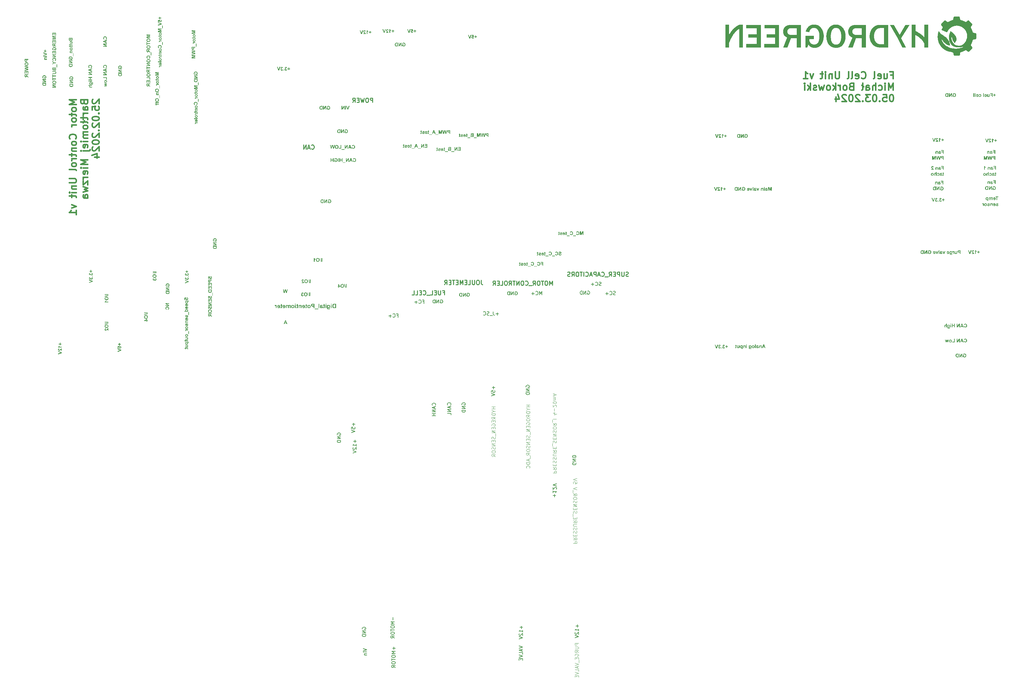
<source format=gbr>
%TF.GenerationSoftware,KiCad,Pcbnew,8.0.0*%
%TF.CreationDate,2024-03-30T18:44:18+01:00*%
%TF.ProjectId,schematic-main _ kopia,73636865-6d61-4746-9963-2d6d61696e20,rev?*%
%TF.SameCoordinates,Original*%
%TF.FileFunction,Legend,Bot*%
%TF.FilePolarity,Positive*%
%FSLAX46Y46*%
G04 Gerber Fmt 4.6, Leading zero omitted, Abs format (unit mm)*
G04 Created by KiCad (PCBNEW 8.0.0) date 2024-03-30 18:44:18*
%MOMM*%
%LPD*%
G01*
G04 APERTURE LIST*
%ADD10C,0.125000*%
%ADD11C,0.150000*%
%ADD12C,0.200000*%
%ADD13C,0.400000*%
%ADD14C,0.240000*%
%ADD15C,0.000000*%
G04 APERTURE END LIST*
D10*
X41321119Y-126470331D02*
X40321119Y-126470331D01*
X40797309Y-126470331D02*
X40797309Y-127041759D01*
X41321119Y-127041759D02*
X40321119Y-127041759D01*
X40844928Y-127708426D02*
X41321119Y-127708426D01*
X40321119Y-127375093D02*
X40844928Y-127708426D01*
X40844928Y-127708426D02*
X40321119Y-128041759D01*
X41321119Y-128375093D02*
X40321119Y-128375093D01*
X40321119Y-128375093D02*
X40321119Y-128613188D01*
X40321119Y-128613188D02*
X40368738Y-128756045D01*
X40368738Y-128756045D02*
X40463976Y-128851283D01*
X40463976Y-128851283D02*
X40559214Y-128898902D01*
X40559214Y-128898902D02*
X40749690Y-128946521D01*
X40749690Y-128946521D02*
X40892547Y-128946521D01*
X40892547Y-128946521D02*
X41083023Y-128898902D01*
X41083023Y-128898902D02*
X41178261Y-128851283D01*
X41178261Y-128851283D02*
X41273500Y-128756045D01*
X41273500Y-128756045D02*
X41321119Y-128613188D01*
X41321119Y-128613188D02*
X41321119Y-128375093D01*
X41321119Y-129946521D02*
X40844928Y-129613188D01*
X41321119Y-129375093D02*
X40321119Y-129375093D01*
X40321119Y-129375093D02*
X40321119Y-129756045D01*
X40321119Y-129756045D02*
X40368738Y-129851283D01*
X40368738Y-129851283D02*
X40416357Y-129898902D01*
X40416357Y-129898902D02*
X40511595Y-129946521D01*
X40511595Y-129946521D02*
X40654452Y-129946521D01*
X40654452Y-129946521D02*
X40749690Y-129898902D01*
X40749690Y-129898902D02*
X40797309Y-129851283D01*
X40797309Y-129851283D02*
X40844928Y-129756045D01*
X40844928Y-129756045D02*
X40844928Y-129375093D01*
X40797309Y-130375093D02*
X40797309Y-130708426D01*
X41321119Y-130851283D02*
X41321119Y-130375093D01*
X41321119Y-130375093D02*
X40321119Y-130375093D01*
X40321119Y-130375093D02*
X40321119Y-130851283D01*
X40368738Y-131803664D02*
X40321119Y-131708426D01*
X40321119Y-131708426D02*
X40321119Y-131565569D01*
X40321119Y-131565569D02*
X40368738Y-131422712D01*
X40368738Y-131422712D02*
X40463976Y-131327474D01*
X40463976Y-131327474D02*
X40559214Y-131279855D01*
X40559214Y-131279855D02*
X40749690Y-131232236D01*
X40749690Y-131232236D02*
X40892547Y-131232236D01*
X40892547Y-131232236D02*
X41083023Y-131279855D01*
X41083023Y-131279855D02*
X41178261Y-131327474D01*
X41178261Y-131327474D02*
X41273500Y-131422712D01*
X41273500Y-131422712D02*
X41321119Y-131565569D01*
X41321119Y-131565569D02*
X41321119Y-131660807D01*
X41321119Y-131660807D02*
X41273500Y-131803664D01*
X41273500Y-131803664D02*
X41225880Y-131851283D01*
X41225880Y-131851283D02*
X40892547Y-131851283D01*
X40892547Y-131851283D02*
X40892547Y-131660807D01*
X40797309Y-132279855D02*
X40797309Y-132613188D01*
X41321119Y-132756045D02*
X41321119Y-132279855D01*
X41321119Y-132279855D02*
X40321119Y-132279855D01*
X40321119Y-132279855D02*
X40321119Y-132756045D01*
X41321119Y-133184617D02*
X40321119Y-133184617D01*
X40321119Y-133184617D02*
X41321119Y-133756045D01*
X41321119Y-133756045D02*
X40321119Y-133756045D01*
X41416357Y-133994141D02*
X41416357Y-134756045D01*
X41273500Y-134946522D02*
X41321119Y-135089379D01*
X41321119Y-135089379D02*
X41321119Y-135327474D01*
X41321119Y-135327474D02*
X41273500Y-135422712D01*
X41273500Y-135422712D02*
X41225880Y-135470331D01*
X41225880Y-135470331D02*
X41130642Y-135517950D01*
X41130642Y-135517950D02*
X41035404Y-135517950D01*
X41035404Y-135517950D02*
X40940166Y-135470331D01*
X40940166Y-135470331D02*
X40892547Y-135422712D01*
X40892547Y-135422712D02*
X40844928Y-135327474D01*
X40844928Y-135327474D02*
X40797309Y-135136998D01*
X40797309Y-135136998D02*
X40749690Y-135041760D01*
X40749690Y-135041760D02*
X40702071Y-134994141D01*
X40702071Y-134994141D02*
X40606833Y-134946522D01*
X40606833Y-134946522D02*
X40511595Y-134946522D01*
X40511595Y-134946522D02*
X40416357Y-134994141D01*
X40416357Y-134994141D02*
X40368738Y-135041760D01*
X40368738Y-135041760D02*
X40321119Y-135136998D01*
X40321119Y-135136998D02*
X40321119Y-135375093D01*
X40321119Y-135375093D02*
X40368738Y-135517950D01*
X40797309Y-135946522D02*
X40797309Y-136279855D01*
X41321119Y-136422712D02*
X41321119Y-135946522D01*
X41321119Y-135946522D02*
X40321119Y-135946522D01*
X40321119Y-135946522D02*
X40321119Y-136422712D01*
X41321119Y-136851284D02*
X40321119Y-136851284D01*
X40321119Y-136851284D02*
X41321119Y-137422712D01*
X41321119Y-137422712D02*
X40321119Y-137422712D01*
X41273500Y-137851284D02*
X41321119Y-137994141D01*
X41321119Y-137994141D02*
X41321119Y-138232236D01*
X41321119Y-138232236D02*
X41273500Y-138327474D01*
X41273500Y-138327474D02*
X41225880Y-138375093D01*
X41225880Y-138375093D02*
X41130642Y-138422712D01*
X41130642Y-138422712D02*
X41035404Y-138422712D01*
X41035404Y-138422712D02*
X40940166Y-138375093D01*
X40940166Y-138375093D02*
X40892547Y-138327474D01*
X40892547Y-138327474D02*
X40844928Y-138232236D01*
X40844928Y-138232236D02*
X40797309Y-138041760D01*
X40797309Y-138041760D02*
X40749690Y-137946522D01*
X40749690Y-137946522D02*
X40702071Y-137898903D01*
X40702071Y-137898903D02*
X40606833Y-137851284D01*
X40606833Y-137851284D02*
X40511595Y-137851284D01*
X40511595Y-137851284D02*
X40416357Y-137898903D01*
X40416357Y-137898903D02*
X40368738Y-137946522D01*
X40368738Y-137946522D02*
X40321119Y-138041760D01*
X40321119Y-138041760D02*
X40321119Y-138279855D01*
X40321119Y-138279855D02*
X40368738Y-138422712D01*
X40321119Y-139041760D02*
X40321119Y-139232236D01*
X40321119Y-139232236D02*
X40368738Y-139327474D01*
X40368738Y-139327474D02*
X40463976Y-139422712D01*
X40463976Y-139422712D02*
X40654452Y-139470331D01*
X40654452Y-139470331D02*
X40987785Y-139470331D01*
X40987785Y-139470331D02*
X41178261Y-139422712D01*
X41178261Y-139422712D02*
X41273500Y-139327474D01*
X41273500Y-139327474D02*
X41321119Y-139232236D01*
X41321119Y-139232236D02*
X41321119Y-139041760D01*
X41321119Y-139041760D02*
X41273500Y-138946522D01*
X41273500Y-138946522D02*
X41178261Y-138851284D01*
X41178261Y-138851284D02*
X40987785Y-138803665D01*
X40987785Y-138803665D02*
X40654452Y-138803665D01*
X40654452Y-138803665D02*
X40463976Y-138851284D01*
X40463976Y-138851284D02*
X40368738Y-138946522D01*
X40368738Y-138946522D02*
X40321119Y-139041760D01*
X41321119Y-140470331D02*
X40844928Y-140136998D01*
X41321119Y-139898903D02*
X40321119Y-139898903D01*
X40321119Y-139898903D02*
X40321119Y-140279855D01*
X40321119Y-140279855D02*
X40368738Y-140375093D01*
X40368738Y-140375093D02*
X40416357Y-140422712D01*
X40416357Y-140422712D02*
X40511595Y-140470331D01*
X40511595Y-140470331D02*
X40654452Y-140470331D01*
X40654452Y-140470331D02*
X40749690Y-140422712D01*
X40749690Y-140422712D02*
X40797309Y-140375093D01*
X40797309Y-140375093D02*
X40844928Y-140279855D01*
X40844928Y-140279855D02*
X40844928Y-139898903D01*
D11*
X50017438Y-120960588D02*
X49969819Y-120865350D01*
X49969819Y-120865350D02*
X49969819Y-120722493D01*
X49969819Y-120722493D02*
X50017438Y-120579636D01*
X50017438Y-120579636D02*
X50112676Y-120484398D01*
X50112676Y-120484398D02*
X50207914Y-120436779D01*
X50207914Y-120436779D02*
X50398390Y-120389160D01*
X50398390Y-120389160D02*
X50541247Y-120389160D01*
X50541247Y-120389160D02*
X50731723Y-120436779D01*
X50731723Y-120436779D02*
X50826961Y-120484398D01*
X50826961Y-120484398D02*
X50922200Y-120579636D01*
X50922200Y-120579636D02*
X50969819Y-120722493D01*
X50969819Y-120722493D02*
X50969819Y-120817731D01*
X50969819Y-120817731D02*
X50922200Y-120960588D01*
X50922200Y-120960588D02*
X50874580Y-121008207D01*
X50874580Y-121008207D02*
X50541247Y-121008207D01*
X50541247Y-121008207D02*
X50541247Y-120817731D01*
X50969819Y-121436779D02*
X49969819Y-121436779D01*
X49969819Y-121436779D02*
X50969819Y-122008207D01*
X50969819Y-122008207D02*
X49969819Y-122008207D01*
X50969819Y-122484398D02*
X49969819Y-122484398D01*
X49969819Y-122484398D02*
X49969819Y-122722493D01*
X49969819Y-122722493D02*
X50017438Y-122865350D01*
X50017438Y-122865350D02*
X50112676Y-122960588D01*
X50112676Y-122960588D02*
X50207914Y-123008207D01*
X50207914Y-123008207D02*
X50398390Y-123055826D01*
X50398390Y-123055826D02*
X50541247Y-123055826D01*
X50541247Y-123055826D02*
X50731723Y-123008207D01*
X50731723Y-123008207D02*
X50826961Y-122960588D01*
X50826961Y-122960588D02*
X50922200Y-122865350D01*
X50922200Y-122865350D02*
X50969819Y-122722493D01*
X50969819Y-122722493D02*
X50969819Y-122484398D01*
X24424580Y-126058207D02*
X24472200Y-126010588D01*
X24472200Y-126010588D02*
X24519819Y-125867731D01*
X24519819Y-125867731D02*
X24519819Y-125772493D01*
X24519819Y-125772493D02*
X24472200Y-125629636D01*
X24472200Y-125629636D02*
X24376961Y-125534398D01*
X24376961Y-125534398D02*
X24281723Y-125486779D01*
X24281723Y-125486779D02*
X24091247Y-125439160D01*
X24091247Y-125439160D02*
X23948390Y-125439160D01*
X23948390Y-125439160D02*
X23757914Y-125486779D01*
X23757914Y-125486779D02*
X23662676Y-125534398D01*
X23662676Y-125534398D02*
X23567438Y-125629636D01*
X23567438Y-125629636D02*
X23519819Y-125772493D01*
X23519819Y-125772493D02*
X23519819Y-125867731D01*
X23519819Y-125867731D02*
X23567438Y-126010588D01*
X23567438Y-126010588D02*
X23615057Y-126058207D01*
X24234104Y-126439160D02*
X24234104Y-126915350D01*
X24519819Y-126343922D02*
X23519819Y-126677255D01*
X23519819Y-126677255D02*
X24519819Y-127010588D01*
X24519819Y-127343922D02*
X23519819Y-127343922D01*
X23519819Y-127343922D02*
X24519819Y-127915350D01*
X24519819Y-127915350D02*
X23519819Y-127915350D01*
X24519819Y-128391541D02*
X23519819Y-128391541D01*
X23996009Y-128391541D02*
X23996009Y-128962969D01*
X24519819Y-128962969D02*
X23519819Y-128962969D01*
X40838866Y-120686779D02*
X40838866Y-121448684D01*
X41219819Y-121067731D02*
X40457914Y-121067731D01*
X40219819Y-122401064D02*
X40219819Y-121924874D01*
X40219819Y-121924874D02*
X40696009Y-121877255D01*
X40696009Y-121877255D02*
X40648390Y-121924874D01*
X40648390Y-121924874D02*
X40600771Y-122020112D01*
X40600771Y-122020112D02*
X40600771Y-122258207D01*
X40600771Y-122258207D02*
X40648390Y-122353445D01*
X40648390Y-122353445D02*
X40696009Y-122401064D01*
X40696009Y-122401064D02*
X40791247Y-122448683D01*
X40791247Y-122448683D02*
X41029342Y-122448683D01*
X41029342Y-122448683D02*
X41124580Y-122401064D01*
X41124580Y-122401064D02*
X41172200Y-122353445D01*
X41172200Y-122353445D02*
X41219819Y-122258207D01*
X41219819Y-122258207D02*
X41219819Y-122020112D01*
X41219819Y-122020112D02*
X41172200Y-121924874D01*
X41172200Y-121924874D02*
X41124580Y-121877255D01*
X40219819Y-122734398D02*
X41219819Y-123067731D01*
X41219819Y-123067731D02*
X40219819Y-123401064D01*
X28724580Y-125958207D02*
X28772200Y-125910588D01*
X28772200Y-125910588D02*
X28819819Y-125767731D01*
X28819819Y-125767731D02*
X28819819Y-125672493D01*
X28819819Y-125672493D02*
X28772200Y-125529636D01*
X28772200Y-125529636D02*
X28676961Y-125434398D01*
X28676961Y-125434398D02*
X28581723Y-125386779D01*
X28581723Y-125386779D02*
X28391247Y-125339160D01*
X28391247Y-125339160D02*
X28248390Y-125339160D01*
X28248390Y-125339160D02*
X28057914Y-125386779D01*
X28057914Y-125386779D02*
X27962676Y-125434398D01*
X27962676Y-125434398D02*
X27867438Y-125529636D01*
X27867438Y-125529636D02*
X27819819Y-125672493D01*
X27819819Y-125672493D02*
X27819819Y-125767731D01*
X27819819Y-125767731D02*
X27867438Y-125910588D01*
X27867438Y-125910588D02*
X27915057Y-125958207D01*
X28534104Y-126339160D02*
X28534104Y-126815350D01*
X28819819Y-126243922D02*
X27819819Y-126577255D01*
X27819819Y-126577255D02*
X28819819Y-126910588D01*
X28819819Y-127243922D02*
X27819819Y-127243922D01*
X27819819Y-127243922D02*
X28819819Y-127815350D01*
X28819819Y-127815350D02*
X27819819Y-127815350D01*
X28819819Y-128767731D02*
X28819819Y-128291541D01*
X28819819Y-128291541D02*
X27819819Y-128291541D01*
D10*
X64721119Y-193020331D02*
X63721119Y-193020331D01*
X63721119Y-193020331D02*
X63721119Y-193401283D01*
X63721119Y-193401283D02*
X63768738Y-193496521D01*
X63768738Y-193496521D02*
X63816357Y-193544140D01*
X63816357Y-193544140D02*
X63911595Y-193591759D01*
X63911595Y-193591759D02*
X64054452Y-193591759D01*
X64054452Y-193591759D02*
X64149690Y-193544140D01*
X64149690Y-193544140D02*
X64197309Y-193496521D01*
X64197309Y-193496521D02*
X64244928Y-193401283D01*
X64244928Y-193401283D02*
X64244928Y-193020331D01*
X63721119Y-194020331D02*
X64530642Y-194020331D01*
X64530642Y-194020331D02*
X64625880Y-194067950D01*
X64625880Y-194067950D02*
X64673500Y-194115569D01*
X64673500Y-194115569D02*
X64721119Y-194210807D01*
X64721119Y-194210807D02*
X64721119Y-194401283D01*
X64721119Y-194401283D02*
X64673500Y-194496521D01*
X64673500Y-194496521D02*
X64625880Y-194544140D01*
X64625880Y-194544140D02*
X64530642Y-194591759D01*
X64530642Y-194591759D02*
X63721119Y-194591759D01*
X64721119Y-195639378D02*
X64244928Y-195306045D01*
X64721119Y-195067950D02*
X63721119Y-195067950D01*
X63721119Y-195067950D02*
X63721119Y-195448902D01*
X63721119Y-195448902D02*
X63768738Y-195544140D01*
X63768738Y-195544140D02*
X63816357Y-195591759D01*
X63816357Y-195591759D02*
X63911595Y-195639378D01*
X63911595Y-195639378D02*
X64054452Y-195639378D01*
X64054452Y-195639378D02*
X64149690Y-195591759D01*
X64149690Y-195591759D02*
X64197309Y-195544140D01*
X64197309Y-195544140D02*
X64244928Y-195448902D01*
X64244928Y-195448902D02*
X64244928Y-195067950D01*
X63768738Y-196591759D02*
X63721119Y-196496521D01*
X63721119Y-196496521D02*
X63721119Y-196353664D01*
X63721119Y-196353664D02*
X63768738Y-196210807D01*
X63768738Y-196210807D02*
X63863976Y-196115569D01*
X63863976Y-196115569D02*
X63959214Y-196067950D01*
X63959214Y-196067950D02*
X64149690Y-196020331D01*
X64149690Y-196020331D02*
X64292547Y-196020331D01*
X64292547Y-196020331D02*
X64483023Y-196067950D01*
X64483023Y-196067950D02*
X64578261Y-196115569D01*
X64578261Y-196115569D02*
X64673500Y-196210807D01*
X64673500Y-196210807D02*
X64721119Y-196353664D01*
X64721119Y-196353664D02*
X64721119Y-196448902D01*
X64721119Y-196448902D02*
X64673500Y-196591759D01*
X64673500Y-196591759D02*
X64625880Y-196639378D01*
X64625880Y-196639378D02*
X64292547Y-196639378D01*
X64292547Y-196639378D02*
X64292547Y-196448902D01*
X64197309Y-197067950D02*
X64197309Y-197401283D01*
X64721119Y-197544140D02*
X64721119Y-197067950D01*
X64721119Y-197067950D02*
X63721119Y-197067950D01*
X63721119Y-197067950D02*
X63721119Y-197544140D01*
X64816357Y-197734617D02*
X64816357Y-198496521D01*
X63721119Y-198591760D02*
X64721119Y-198925093D01*
X64721119Y-198925093D02*
X63721119Y-199258426D01*
X64435404Y-199544141D02*
X64435404Y-200020331D01*
X64721119Y-199448903D02*
X63721119Y-199782236D01*
X63721119Y-199782236D02*
X64721119Y-200115569D01*
X64721119Y-200925093D02*
X64721119Y-200448903D01*
X64721119Y-200448903D02*
X63721119Y-200448903D01*
X63721119Y-201115570D02*
X64721119Y-201448903D01*
X64721119Y-201448903D02*
X63721119Y-201782236D01*
X64197309Y-202115570D02*
X64197309Y-202448903D01*
X64721119Y-202591760D02*
X64721119Y-202115570D01*
X64721119Y-202115570D02*
X63721119Y-202115570D01*
X63721119Y-202115570D02*
X63721119Y-202591760D01*
D11*
X1438866Y-130986779D02*
X1438866Y-131748684D01*
X1819819Y-131367731D02*
X1057914Y-131367731D01*
X819819Y-132701064D02*
X819819Y-132224874D01*
X819819Y-132224874D02*
X1296009Y-132177255D01*
X1296009Y-132177255D02*
X1248390Y-132224874D01*
X1248390Y-132224874D02*
X1200771Y-132320112D01*
X1200771Y-132320112D02*
X1200771Y-132558207D01*
X1200771Y-132558207D02*
X1248390Y-132653445D01*
X1248390Y-132653445D02*
X1296009Y-132701064D01*
X1296009Y-132701064D02*
X1391247Y-132748683D01*
X1391247Y-132748683D02*
X1629342Y-132748683D01*
X1629342Y-132748683D02*
X1724580Y-132701064D01*
X1724580Y-132701064D02*
X1772200Y-132653445D01*
X1772200Y-132653445D02*
X1819819Y-132558207D01*
X1819819Y-132558207D02*
X1819819Y-132320112D01*
X1819819Y-132320112D02*
X1772200Y-132224874D01*
X1772200Y-132224874D02*
X1724580Y-132177255D01*
X819819Y-133034398D02*
X1819819Y-133367731D01*
X1819819Y-133367731D02*
X819819Y-133701064D01*
D10*
X57528880Y-145079668D02*
X58528880Y-145079668D01*
X58528880Y-145079668D02*
X58528880Y-144698716D01*
X58528880Y-144698716D02*
X58481261Y-144603478D01*
X58481261Y-144603478D02*
X58433642Y-144555859D01*
X58433642Y-144555859D02*
X58338404Y-144508240D01*
X58338404Y-144508240D02*
X58195547Y-144508240D01*
X58195547Y-144508240D02*
X58100309Y-144555859D01*
X58100309Y-144555859D02*
X58052690Y-144603478D01*
X58052690Y-144603478D02*
X58005071Y-144698716D01*
X58005071Y-144698716D02*
X58005071Y-145079668D01*
X57528880Y-143508240D02*
X58005071Y-143841573D01*
X57528880Y-144079668D02*
X58528880Y-144079668D01*
X58528880Y-144079668D02*
X58528880Y-143698716D01*
X58528880Y-143698716D02*
X58481261Y-143603478D01*
X58481261Y-143603478D02*
X58433642Y-143555859D01*
X58433642Y-143555859D02*
X58338404Y-143508240D01*
X58338404Y-143508240D02*
X58195547Y-143508240D01*
X58195547Y-143508240D02*
X58100309Y-143555859D01*
X58100309Y-143555859D02*
X58052690Y-143603478D01*
X58052690Y-143603478D02*
X58005071Y-143698716D01*
X58005071Y-143698716D02*
X58005071Y-144079668D01*
X58052690Y-143079668D02*
X58052690Y-142746335D01*
X57528880Y-142603478D02*
X57528880Y-143079668D01*
X57528880Y-143079668D02*
X58528880Y-143079668D01*
X58528880Y-143079668D02*
X58528880Y-142603478D01*
X57576500Y-142222525D02*
X57528880Y-142079668D01*
X57528880Y-142079668D02*
X57528880Y-141841573D01*
X57528880Y-141841573D02*
X57576500Y-141746335D01*
X57576500Y-141746335D02*
X57624119Y-141698716D01*
X57624119Y-141698716D02*
X57719357Y-141651097D01*
X57719357Y-141651097D02*
X57814595Y-141651097D01*
X57814595Y-141651097D02*
X57909833Y-141698716D01*
X57909833Y-141698716D02*
X57957452Y-141746335D01*
X57957452Y-141746335D02*
X58005071Y-141841573D01*
X58005071Y-141841573D02*
X58052690Y-142032049D01*
X58052690Y-142032049D02*
X58100309Y-142127287D01*
X58100309Y-142127287D02*
X58147928Y-142174906D01*
X58147928Y-142174906D02*
X58243166Y-142222525D01*
X58243166Y-142222525D02*
X58338404Y-142222525D01*
X58338404Y-142222525D02*
X58433642Y-142174906D01*
X58433642Y-142174906D02*
X58481261Y-142127287D01*
X58481261Y-142127287D02*
X58528880Y-142032049D01*
X58528880Y-142032049D02*
X58528880Y-141793954D01*
X58528880Y-141793954D02*
X58481261Y-141651097D01*
X57576500Y-141270144D02*
X57528880Y-141127287D01*
X57528880Y-141127287D02*
X57528880Y-140889192D01*
X57528880Y-140889192D02*
X57576500Y-140793954D01*
X57576500Y-140793954D02*
X57624119Y-140746335D01*
X57624119Y-140746335D02*
X57719357Y-140698716D01*
X57719357Y-140698716D02*
X57814595Y-140698716D01*
X57814595Y-140698716D02*
X57909833Y-140746335D01*
X57909833Y-140746335D02*
X57957452Y-140793954D01*
X57957452Y-140793954D02*
X58005071Y-140889192D01*
X58005071Y-140889192D02*
X58052690Y-141079668D01*
X58052690Y-141079668D02*
X58100309Y-141174906D01*
X58100309Y-141174906D02*
X58147928Y-141222525D01*
X58147928Y-141222525D02*
X58243166Y-141270144D01*
X58243166Y-141270144D02*
X58338404Y-141270144D01*
X58338404Y-141270144D02*
X58433642Y-141222525D01*
X58433642Y-141222525D02*
X58481261Y-141174906D01*
X58481261Y-141174906D02*
X58528880Y-141079668D01*
X58528880Y-141079668D02*
X58528880Y-140841573D01*
X58528880Y-140841573D02*
X58481261Y-140698716D01*
X58528880Y-140270144D02*
X57719357Y-140270144D01*
X57719357Y-140270144D02*
X57624119Y-140222525D01*
X57624119Y-140222525D02*
X57576500Y-140174906D01*
X57576500Y-140174906D02*
X57528880Y-140079668D01*
X57528880Y-140079668D02*
X57528880Y-139889192D01*
X57528880Y-139889192D02*
X57576500Y-139793954D01*
X57576500Y-139793954D02*
X57624119Y-139746335D01*
X57624119Y-139746335D02*
X57719357Y-139698716D01*
X57719357Y-139698716D02*
X58528880Y-139698716D01*
X57528880Y-138651097D02*
X58005071Y-138984430D01*
X57528880Y-139222525D02*
X58528880Y-139222525D01*
X58528880Y-139222525D02*
X58528880Y-138841573D01*
X58528880Y-138841573D02*
X58481261Y-138746335D01*
X58481261Y-138746335D02*
X58433642Y-138698716D01*
X58433642Y-138698716D02*
X58338404Y-138651097D01*
X58338404Y-138651097D02*
X58195547Y-138651097D01*
X58195547Y-138651097D02*
X58100309Y-138698716D01*
X58100309Y-138698716D02*
X58052690Y-138746335D01*
X58052690Y-138746335D02*
X58005071Y-138841573D01*
X58005071Y-138841573D02*
X58005071Y-139222525D01*
X58052690Y-138222525D02*
X58052690Y-137889192D01*
X57528880Y-137746335D02*
X57528880Y-138222525D01*
X57528880Y-138222525D02*
X58528880Y-138222525D01*
X58528880Y-138222525D02*
X58528880Y-137746335D01*
X57433642Y-137555859D02*
X57433642Y-136793954D01*
X57576500Y-136603477D02*
X57528880Y-136460620D01*
X57528880Y-136460620D02*
X57528880Y-136222525D01*
X57528880Y-136222525D02*
X57576500Y-136127287D01*
X57576500Y-136127287D02*
X57624119Y-136079668D01*
X57624119Y-136079668D02*
X57719357Y-136032049D01*
X57719357Y-136032049D02*
X57814595Y-136032049D01*
X57814595Y-136032049D02*
X57909833Y-136079668D01*
X57909833Y-136079668D02*
X57957452Y-136127287D01*
X57957452Y-136127287D02*
X58005071Y-136222525D01*
X58005071Y-136222525D02*
X58052690Y-136413001D01*
X58052690Y-136413001D02*
X58100309Y-136508239D01*
X58100309Y-136508239D02*
X58147928Y-136555858D01*
X58147928Y-136555858D02*
X58243166Y-136603477D01*
X58243166Y-136603477D02*
X58338404Y-136603477D01*
X58338404Y-136603477D02*
X58433642Y-136555858D01*
X58433642Y-136555858D02*
X58481261Y-136508239D01*
X58481261Y-136508239D02*
X58528880Y-136413001D01*
X58528880Y-136413001D02*
X58528880Y-136174906D01*
X58528880Y-136174906D02*
X58481261Y-136032049D01*
X58052690Y-135603477D02*
X58052690Y-135270144D01*
X57528880Y-135127287D02*
X57528880Y-135603477D01*
X57528880Y-135603477D02*
X58528880Y-135603477D01*
X58528880Y-135603477D02*
X58528880Y-135127287D01*
X57528880Y-134698715D02*
X58528880Y-134698715D01*
X58528880Y-134698715D02*
X57528880Y-134127287D01*
X57528880Y-134127287D02*
X58528880Y-134127287D01*
X57576500Y-133698715D02*
X57528880Y-133555858D01*
X57528880Y-133555858D02*
X57528880Y-133317763D01*
X57528880Y-133317763D02*
X57576500Y-133222525D01*
X57576500Y-133222525D02*
X57624119Y-133174906D01*
X57624119Y-133174906D02*
X57719357Y-133127287D01*
X57719357Y-133127287D02*
X57814595Y-133127287D01*
X57814595Y-133127287D02*
X57909833Y-133174906D01*
X57909833Y-133174906D02*
X57957452Y-133222525D01*
X57957452Y-133222525D02*
X58005071Y-133317763D01*
X58005071Y-133317763D02*
X58052690Y-133508239D01*
X58052690Y-133508239D02*
X58100309Y-133603477D01*
X58100309Y-133603477D02*
X58147928Y-133651096D01*
X58147928Y-133651096D02*
X58243166Y-133698715D01*
X58243166Y-133698715D02*
X58338404Y-133698715D01*
X58338404Y-133698715D02*
X58433642Y-133651096D01*
X58433642Y-133651096D02*
X58481261Y-133603477D01*
X58481261Y-133603477D02*
X58528880Y-133508239D01*
X58528880Y-133508239D02*
X58528880Y-133270144D01*
X58528880Y-133270144D02*
X58481261Y-133127287D01*
X58528880Y-132508239D02*
X58528880Y-132317763D01*
X58528880Y-132317763D02*
X58481261Y-132222525D01*
X58481261Y-132222525D02*
X58386023Y-132127287D01*
X58386023Y-132127287D02*
X58195547Y-132079668D01*
X58195547Y-132079668D02*
X57862214Y-132079668D01*
X57862214Y-132079668D02*
X57671738Y-132127287D01*
X57671738Y-132127287D02*
X57576500Y-132222525D01*
X57576500Y-132222525D02*
X57528880Y-132317763D01*
X57528880Y-132317763D02*
X57528880Y-132508239D01*
X57528880Y-132508239D02*
X57576500Y-132603477D01*
X57576500Y-132603477D02*
X57671738Y-132698715D01*
X57671738Y-132698715D02*
X57862214Y-132746334D01*
X57862214Y-132746334D02*
X58195547Y-132746334D01*
X58195547Y-132746334D02*
X58386023Y-132698715D01*
X58386023Y-132698715D02*
X58481261Y-132603477D01*
X58481261Y-132603477D02*
X58528880Y-132508239D01*
X57528880Y-131079668D02*
X58005071Y-131413001D01*
X57528880Y-131651096D02*
X58528880Y-131651096D01*
X58528880Y-131651096D02*
X58528880Y-131270144D01*
X58528880Y-131270144D02*
X58481261Y-131174906D01*
X58481261Y-131174906D02*
X58433642Y-131127287D01*
X58433642Y-131127287D02*
X58338404Y-131079668D01*
X58338404Y-131079668D02*
X58195547Y-131079668D01*
X58195547Y-131079668D02*
X58100309Y-131127287D01*
X58100309Y-131127287D02*
X58052690Y-131174906D01*
X58052690Y-131174906D02*
X58005071Y-131270144D01*
X58005071Y-131270144D02*
X58005071Y-131651096D01*
X57433642Y-130889192D02*
X57433642Y-130127287D01*
X57528880Y-129889191D02*
X58528880Y-129889191D01*
X58195547Y-128222525D02*
X57528880Y-128222525D01*
X58576500Y-128460620D02*
X57862214Y-128698715D01*
X57862214Y-128698715D02*
X57862214Y-128079668D01*
X57909833Y-127698715D02*
X57909833Y-126936811D01*
X58433642Y-126508239D02*
X58481261Y-126460620D01*
X58481261Y-126460620D02*
X58528880Y-126365382D01*
X58528880Y-126365382D02*
X58528880Y-126127287D01*
X58528880Y-126127287D02*
X58481261Y-126032049D01*
X58481261Y-126032049D02*
X58433642Y-125984430D01*
X58433642Y-125984430D02*
X58338404Y-125936811D01*
X58338404Y-125936811D02*
X58243166Y-125936811D01*
X58243166Y-125936811D02*
X58100309Y-125984430D01*
X58100309Y-125984430D02*
X57528880Y-126555858D01*
X57528880Y-126555858D02*
X57528880Y-125936811D01*
X58528880Y-125317763D02*
X58528880Y-125222525D01*
X58528880Y-125222525D02*
X58481261Y-125127287D01*
X58481261Y-125127287D02*
X58433642Y-125079668D01*
X58433642Y-125079668D02*
X58338404Y-125032049D01*
X58338404Y-125032049D02*
X58147928Y-124984430D01*
X58147928Y-124984430D02*
X57909833Y-124984430D01*
X57909833Y-124984430D02*
X57719357Y-125032049D01*
X57719357Y-125032049D02*
X57624119Y-125079668D01*
X57624119Y-125079668D02*
X57576500Y-125127287D01*
X57576500Y-125127287D02*
X57528880Y-125222525D01*
X57528880Y-125222525D02*
X57528880Y-125317763D01*
X57528880Y-125317763D02*
X57576500Y-125413001D01*
X57576500Y-125413001D02*
X57624119Y-125460620D01*
X57624119Y-125460620D02*
X57719357Y-125508239D01*
X57719357Y-125508239D02*
X57909833Y-125555858D01*
X57909833Y-125555858D02*
X58147928Y-125555858D01*
X58147928Y-125555858D02*
X58338404Y-125508239D01*
X58338404Y-125508239D02*
X58433642Y-125460620D01*
X58433642Y-125460620D02*
X58481261Y-125413001D01*
X58481261Y-125413001D02*
X58528880Y-125317763D01*
X57528880Y-124555858D02*
X58195547Y-124555858D01*
X58100309Y-124555858D02*
X58147928Y-124508239D01*
X58147928Y-124508239D02*
X58195547Y-124413001D01*
X58195547Y-124413001D02*
X58195547Y-124270144D01*
X58195547Y-124270144D02*
X58147928Y-124174906D01*
X58147928Y-124174906D02*
X58052690Y-124127287D01*
X58052690Y-124127287D02*
X57528880Y-124127287D01*
X58052690Y-124127287D02*
X58147928Y-124079668D01*
X58147928Y-124079668D02*
X58195547Y-123984430D01*
X58195547Y-123984430D02*
X58195547Y-123841573D01*
X58195547Y-123841573D02*
X58147928Y-123746334D01*
X58147928Y-123746334D02*
X58052690Y-123698715D01*
X58052690Y-123698715D02*
X57528880Y-123698715D01*
X57814595Y-123270144D02*
X57814595Y-122793954D01*
X57528880Y-123365382D02*
X58528880Y-123032049D01*
X58528880Y-123032049D02*
X57528880Y-122698716D01*
X63228880Y-164879668D02*
X64228880Y-164879668D01*
X64228880Y-164879668D02*
X64228880Y-164498716D01*
X64228880Y-164498716D02*
X64181261Y-164403478D01*
X64181261Y-164403478D02*
X64133642Y-164355859D01*
X64133642Y-164355859D02*
X64038404Y-164308240D01*
X64038404Y-164308240D02*
X63895547Y-164308240D01*
X63895547Y-164308240D02*
X63800309Y-164355859D01*
X63800309Y-164355859D02*
X63752690Y-164403478D01*
X63752690Y-164403478D02*
X63705071Y-164498716D01*
X63705071Y-164498716D02*
X63705071Y-164879668D01*
X63228880Y-163308240D02*
X63705071Y-163641573D01*
X63228880Y-163879668D02*
X64228880Y-163879668D01*
X64228880Y-163879668D02*
X64228880Y-163498716D01*
X64228880Y-163498716D02*
X64181261Y-163403478D01*
X64181261Y-163403478D02*
X64133642Y-163355859D01*
X64133642Y-163355859D02*
X64038404Y-163308240D01*
X64038404Y-163308240D02*
X63895547Y-163308240D01*
X63895547Y-163308240D02*
X63800309Y-163355859D01*
X63800309Y-163355859D02*
X63752690Y-163403478D01*
X63752690Y-163403478D02*
X63705071Y-163498716D01*
X63705071Y-163498716D02*
X63705071Y-163879668D01*
X63752690Y-162879668D02*
X63752690Y-162546335D01*
X63228880Y-162403478D02*
X63228880Y-162879668D01*
X63228880Y-162879668D02*
X64228880Y-162879668D01*
X64228880Y-162879668D02*
X64228880Y-162403478D01*
X63276500Y-162022525D02*
X63228880Y-161879668D01*
X63228880Y-161879668D02*
X63228880Y-161641573D01*
X63228880Y-161641573D02*
X63276500Y-161546335D01*
X63276500Y-161546335D02*
X63324119Y-161498716D01*
X63324119Y-161498716D02*
X63419357Y-161451097D01*
X63419357Y-161451097D02*
X63514595Y-161451097D01*
X63514595Y-161451097D02*
X63609833Y-161498716D01*
X63609833Y-161498716D02*
X63657452Y-161546335D01*
X63657452Y-161546335D02*
X63705071Y-161641573D01*
X63705071Y-161641573D02*
X63752690Y-161832049D01*
X63752690Y-161832049D02*
X63800309Y-161927287D01*
X63800309Y-161927287D02*
X63847928Y-161974906D01*
X63847928Y-161974906D02*
X63943166Y-162022525D01*
X63943166Y-162022525D02*
X64038404Y-162022525D01*
X64038404Y-162022525D02*
X64133642Y-161974906D01*
X64133642Y-161974906D02*
X64181261Y-161927287D01*
X64181261Y-161927287D02*
X64228880Y-161832049D01*
X64228880Y-161832049D02*
X64228880Y-161593954D01*
X64228880Y-161593954D02*
X64181261Y-161451097D01*
X63276500Y-161070144D02*
X63228880Y-160927287D01*
X63228880Y-160927287D02*
X63228880Y-160689192D01*
X63228880Y-160689192D02*
X63276500Y-160593954D01*
X63276500Y-160593954D02*
X63324119Y-160546335D01*
X63324119Y-160546335D02*
X63419357Y-160498716D01*
X63419357Y-160498716D02*
X63514595Y-160498716D01*
X63514595Y-160498716D02*
X63609833Y-160546335D01*
X63609833Y-160546335D02*
X63657452Y-160593954D01*
X63657452Y-160593954D02*
X63705071Y-160689192D01*
X63705071Y-160689192D02*
X63752690Y-160879668D01*
X63752690Y-160879668D02*
X63800309Y-160974906D01*
X63800309Y-160974906D02*
X63847928Y-161022525D01*
X63847928Y-161022525D02*
X63943166Y-161070144D01*
X63943166Y-161070144D02*
X64038404Y-161070144D01*
X64038404Y-161070144D02*
X64133642Y-161022525D01*
X64133642Y-161022525D02*
X64181261Y-160974906D01*
X64181261Y-160974906D02*
X64228880Y-160879668D01*
X64228880Y-160879668D02*
X64228880Y-160641573D01*
X64228880Y-160641573D02*
X64181261Y-160498716D01*
X64228880Y-160070144D02*
X63419357Y-160070144D01*
X63419357Y-160070144D02*
X63324119Y-160022525D01*
X63324119Y-160022525D02*
X63276500Y-159974906D01*
X63276500Y-159974906D02*
X63228880Y-159879668D01*
X63228880Y-159879668D02*
X63228880Y-159689192D01*
X63228880Y-159689192D02*
X63276500Y-159593954D01*
X63276500Y-159593954D02*
X63324119Y-159546335D01*
X63324119Y-159546335D02*
X63419357Y-159498716D01*
X63419357Y-159498716D02*
X64228880Y-159498716D01*
X63228880Y-158451097D02*
X63705071Y-158784430D01*
X63228880Y-159022525D02*
X64228880Y-159022525D01*
X64228880Y-159022525D02*
X64228880Y-158641573D01*
X64228880Y-158641573D02*
X64181261Y-158546335D01*
X64181261Y-158546335D02*
X64133642Y-158498716D01*
X64133642Y-158498716D02*
X64038404Y-158451097D01*
X64038404Y-158451097D02*
X63895547Y-158451097D01*
X63895547Y-158451097D02*
X63800309Y-158498716D01*
X63800309Y-158498716D02*
X63752690Y-158546335D01*
X63752690Y-158546335D02*
X63705071Y-158641573D01*
X63705071Y-158641573D02*
X63705071Y-159022525D01*
X63752690Y-158022525D02*
X63752690Y-157689192D01*
X63228880Y-157546335D02*
X63228880Y-158022525D01*
X63228880Y-158022525D02*
X64228880Y-158022525D01*
X64228880Y-158022525D02*
X64228880Y-157546335D01*
X63133642Y-157355859D02*
X63133642Y-156593954D01*
X63276500Y-156403477D02*
X63228880Y-156260620D01*
X63228880Y-156260620D02*
X63228880Y-156022525D01*
X63228880Y-156022525D02*
X63276500Y-155927287D01*
X63276500Y-155927287D02*
X63324119Y-155879668D01*
X63324119Y-155879668D02*
X63419357Y-155832049D01*
X63419357Y-155832049D02*
X63514595Y-155832049D01*
X63514595Y-155832049D02*
X63609833Y-155879668D01*
X63609833Y-155879668D02*
X63657452Y-155927287D01*
X63657452Y-155927287D02*
X63705071Y-156022525D01*
X63705071Y-156022525D02*
X63752690Y-156213001D01*
X63752690Y-156213001D02*
X63800309Y-156308239D01*
X63800309Y-156308239D02*
X63847928Y-156355858D01*
X63847928Y-156355858D02*
X63943166Y-156403477D01*
X63943166Y-156403477D02*
X64038404Y-156403477D01*
X64038404Y-156403477D02*
X64133642Y-156355858D01*
X64133642Y-156355858D02*
X64181261Y-156308239D01*
X64181261Y-156308239D02*
X64228880Y-156213001D01*
X64228880Y-156213001D02*
X64228880Y-155974906D01*
X64228880Y-155974906D02*
X64181261Y-155832049D01*
X63752690Y-155403477D02*
X63752690Y-155070144D01*
X63228880Y-154927287D02*
X63228880Y-155403477D01*
X63228880Y-155403477D02*
X64228880Y-155403477D01*
X64228880Y-155403477D02*
X64228880Y-154927287D01*
X63228880Y-154498715D02*
X64228880Y-154498715D01*
X64228880Y-154498715D02*
X63228880Y-153927287D01*
X63228880Y-153927287D02*
X64228880Y-153927287D01*
X63276500Y-153498715D02*
X63228880Y-153355858D01*
X63228880Y-153355858D02*
X63228880Y-153117763D01*
X63228880Y-153117763D02*
X63276500Y-153022525D01*
X63276500Y-153022525D02*
X63324119Y-152974906D01*
X63324119Y-152974906D02*
X63419357Y-152927287D01*
X63419357Y-152927287D02*
X63514595Y-152927287D01*
X63514595Y-152927287D02*
X63609833Y-152974906D01*
X63609833Y-152974906D02*
X63657452Y-153022525D01*
X63657452Y-153022525D02*
X63705071Y-153117763D01*
X63705071Y-153117763D02*
X63752690Y-153308239D01*
X63752690Y-153308239D02*
X63800309Y-153403477D01*
X63800309Y-153403477D02*
X63847928Y-153451096D01*
X63847928Y-153451096D02*
X63943166Y-153498715D01*
X63943166Y-153498715D02*
X64038404Y-153498715D01*
X64038404Y-153498715D02*
X64133642Y-153451096D01*
X64133642Y-153451096D02*
X64181261Y-153403477D01*
X64181261Y-153403477D02*
X64228880Y-153308239D01*
X64228880Y-153308239D02*
X64228880Y-153070144D01*
X64228880Y-153070144D02*
X64181261Y-152927287D01*
X64228880Y-152308239D02*
X64228880Y-152117763D01*
X64228880Y-152117763D02*
X64181261Y-152022525D01*
X64181261Y-152022525D02*
X64086023Y-151927287D01*
X64086023Y-151927287D02*
X63895547Y-151879668D01*
X63895547Y-151879668D02*
X63562214Y-151879668D01*
X63562214Y-151879668D02*
X63371738Y-151927287D01*
X63371738Y-151927287D02*
X63276500Y-152022525D01*
X63276500Y-152022525D02*
X63228880Y-152117763D01*
X63228880Y-152117763D02*
X63228880Y-152308239D01*
X63228880Y-152308239D02*
X63276500Y-152403477D01*
X63276500Y-152403477D02*
X63371738Y-152498715D01*
X63371738Y-152498715D02*
X63562214Y-152546334D01*
X63562214Y-152546334D02*
X63895547Y-152546334D01*
X63895547Y-152546334D02*
X64086023Y-152498715D01*
X64086023Y-152498715D02*
X64181261Y-152403477D01*
X64181261Y-152403477D02*
X64228880Y-152308239D01*
X63228880Y-150879668D02*
X63705071Y-151213001D01*
X63228880Y-151451096D02*
X64228880Y-151451096D01*
X64228880Y-151451096D02*
X64228880Y-151070144D01*
X64228880Y-151070144D02*
X64181261Y-150974906D01*
X64181261Y-150974906D02*
X64133642Y-150927287D01*
X64133642Y-150927287D02*
X64038404Y-150879668D01*
X64038404Y-150879668D02*
X63895547Y-150879668D01*
X63895547Y-150879668D02*
X63800309Y-150927287D01*
X63800309Y-150927287D02*
X63752690Y-150974906D01*
X63752690Y-150974906D02*
X63705071Y-151070144D01*
X63705071Y-151070144D02*
X63705071Y-151451096D01*
X63133642Y-150689192D02*
X63133642Y-149927287D01*
X64228880Y-149832048D02*
X63228880Y-149498715D01*
X63228880Y-149498715D02*
X64228880Y-149165382D01*
X64228880Y-147593953D02*
X64228880Y-148070143D01*
X64228880Y-148070143D02*
X63752690Y-148117762D01*
X63752690Y-148117762D02*
X63800309Y-148070143D01*
X63800309Y-148070143D02*
X63847928Y-147974905D01*
X63847928Y-147974905D02*
X63847928Y-147736810D01*
X63847928Y-147736810D02*
X63800309Y-147641572D01*
X63800309Y-147641572D02*
X63752690Y-147593953D01*
X63752690Y-147593953D02*
X63657452Y-147546334D01*
X63657452Y-147546334D02*
X63419357Y-147546334D01*
X63419357Y-147546334D02*
X63324119Y-147593953D01*
X63324119Y-147593953D02*
X63276500Y-147641572D01*
X63276500Y-147641572D02*
X63228880Y-147736810D01*
X63228880Y-147736810D02*
X63228880Y-147974905D01*
X63228880Y-147974905D02*
X63276500Y-148070143D01*
X63276500Y-148070143D02*
X63324119Y-148117762D01*
X64228880Y-147260619D02*
X63228880Y-146927286D01*
X63228880Y-146927286D02*
X64228880Y-146593953D01*
D11*
X3917438Y-189060588D02*
X3869819Y-188965350D01*
X3869819Y-188965350D02*
X3869819Y-188822493D01*
X3869819Y-188822493D02*
X3917438Y-188679636D01*
X3917438Y-188679636D02*
X4012676Y-188584398D01*
X4012676Y-188584398D02*
X4107914Y-188536779D01*
X4107914Y-188536779D02*
X4298390Y-188489160D01*
X4298390Y-188489160D02*
X4441247Y-188489160D01*
X4441247Y-188489160D02*
X4631723Y-188536779D01*
X4631723Y-188536779D02*
X4726961Y-188584398D01*
X4726961Y-188584398D02*
X4822200Y-188679636D01*
X4822200Y-188679636D02*
X4869819Y-188822493D01*
X4869819Y-188822493D02*
X4869819Y-188917731D01*
X4869819Y-188917731D02*
X4822200Y-189060588D01*
X4822200Y-189060588D02*
X4774580Y-189108207D01*
X4774580Y-189108207D02*
X4441247Y-189108207D01*
X4441247Y-189108207D02*
X4441247Y-188917731D01*
X4869819Y-189536779D02*
X3869819Y-189536779D01*
X3869819Y-189536779D02*
X4869819Y-190108207D01*
X4869819Y-190108207D02*
X3869819Y-190108207D01*
X4869819Y-190584398D02*
X3869819Y-190584398D01*
X3869819Y-190584398D02*
X3869819Y-190822493D01*
X3869819Y-190822493D02*
X3917438Y-190965350D01*
X3917438Y-190965350D02*
X4012676Y-191060588D01*
X4012676Y-191060588D02*
X4107914Y-191108207D01*
X4107914Y-191108207D02*
X4298390Y-191155826D01*
X4298390Y-191155826D02*
X4441247Y-191155826D01*
X4441247Y-191155826D02*
X4631723Y-191108207D01*
X4631723Y-191108207D02*
X4726961Y-191060588D01*
X4726961Y-191060588D02*
X4822200Y-190965350D01*
X4822200Y-190965350D02*
X4869819Y-190822493D01*
X4869819Y-190822493D02*
X4869819Y-190584398D01*
X1838866Y-135786779D02*
X1838866Y-136548684D01*
X2219819Y-136167731D02*
X1457914Y-136167731D01*
X2219819Y-137548683D02*
X2219819Y-136977255D01*
X2219819Y-137262969D02*
X1219819Y-137262969D01*
X1219819Y-137262969D02*
X1362676Y-137167731D01*
X1362676Y-137167731D02*
X1457914Y-137072493D01*
X1457914Y-137072493D02*
X1505533Y-136977255D01*
X1315057Y-137929636D02*
X1267438Y-137977255D01*
X1267438Y-137977255D02*
X1219819Y-138072493D01*
X1219819Y-138072493D02*
X1219819Y-138310588D01*
X1219819Y-138310588D02*
X1267438Y-138405826D01*
X1267438Y-138405826D02*
X1315057Y-138453445D01*
X1315057Y-138453445D02*
X1410295Y-138501064D01*
X1410295Y-138501064D02*
X1505533Y-138501064D01*
X1505533Y-138501064D02*
X1648390Y-138453445D01*
X1648390Y-138453445D02*
X2219819Y-137882017D01*
X2219819Y-137882017D02*
X2219819Y-138501064D01*
X1219819Y-138786779D02*
X2219819Y-139120112D01*
X2219819Y-139120112D02*
X1219819Y-139453445D01*
X57961133Y-151813220D02*
X57961133Y-151051316D01*
X57580180Y-151432268D02*
X58342085Y-151432268D01*
X57580180Y-150051316D02*
X57580180Y-150622744D01*
X57580180Y-150337030D02*
X58580180Y-150337030D01*
X58580180Y-150337030D02*
X58437323Y-150432268D01*
X58437323Y-150432268D02*
X58342085Y-150527506D01*
X58342085Y-150527506D02*
X58294466Y-150622744D01*
X58484942Y-149670363D02*
X58532561Y-149622744D01*
X58532561Y-149622744D02*
X58580180Y-149527506D01*
X58580180Y-149527506D02*
X58580180Y-149289411D01*
X58580180Y-149289411D02*
X58532561Y-149194173D01*
X58532561Y-149194173D02*
X58484942Y-149146554D01*
X58484942Y-149146554D02*
X58389704Y-149098935D01*
X58389704Y-149098935D02*
X58294466Y-149098935D01*
X58294466Y-149098935D02*
X58151609Y-149146554D01*
X58151609Y-149146554D02*
X57580180Y-149717982D01*
X57580180Y-149717982D02*
X57580180Y-149098935D01*
X58580180Y-148813220D02*
X57580180Y-148479887D01*
X57580180Y-148479887D02*
X58580180Y-148146554D01*
D10*
X51021119Y-125920331D02*
X50021119Y-125920331D01*
X50497309Y-125920331D02*
X50497309Y-126491759D01*
X51021119Y-126491759D02*
X50021119Y-126491759D01*
X50544928Y-127158426D02*
X51021119Y-127158426D01*
X50021119Y-126825093D02*
X50544928Y-127158426D01*
X50544928Y-127158426D02*
X50021119Y-127491759D01*
X51021119Y-127825093D02*
X50021119Y-127825093D01*
X50021119Y-127825093D02*
X50021119Y-128063188D01*
X50021119Y-128063188D02*
X50068738Y-128206045D01*
X50068738Y-128206045D02*
X50163976Y-128301283D01*
X50163976Y-128301283D02*
X50259214Y-128348902D01*
X50259214Y-128348902D02*
X50449690Y-128396521D01*
X50449690Y-128396521D02*
X50592547Y-128396521D01*
X50592547Y-128396521D02*
X50783023Y-128348902D01*
X50783023Y-128348902D02*
X50878261Y-128301283D01*
X50878261Y-128301283D02*
X50973500Y-128206045D01*
X50973500Y-128206045D02*
X51021119Y-128063188D01*
X51021119Y-128063188D02*
X51021119Y-127825093D01*
X51021119Y-129396521D02*
X50544928Y-129063188D01*
X51021119Y-128825093D02*
X50021119Y-128825093D01*
X50021119Y-128825093D02*
X50021119Y-129206045D01*
X50021119Y-129206045D02*
X50068738Y-129301283D01*
X50068738Y-129301283D02*
X50116357Y-129348902D01*
X50116357Y-129348902D02*
X50211595Y-129396521D01*
X50211595Y-129396521D02*
X50354452Y-129396521D01*
X50354452Y-129396521D02*
X50449690Y-129348902D01*
X50449690Y-129348902D02*
X50497309Y-129301283D01*
X50497309Y-129301283D02*
X50544928Y-129206045D01*
X50544928Y-129206045D02*
X50544928Y-128825093D01*
X50021119Y-130015569D02*
X50021119Y-130206045D01*
X50021119Y-130206045D02*
X50068738Y-130301283D01*
X50068738Y-130301283D02*
X50163976Y-130396521D01*
X50163976Y-130396521D02*
X50354452Y-130444140D01*
X50354452Y-130444140D02*
X50687785Y-130444140D01*
X50687785Y-130444140D02*
X50878261Y-130396521D01*
X50878261Y-130396521D02*
X50973500Y-130301283D01*
X50973500Y-130301283D02*
X51021119Y-130206045D01*
X51021119Y-130206045D02*
X51021119Y-130015569D01*
X51021119Y-130015569D02*
X50973500Y-129920331D01*
X50973500Y-129920331D02*
X50878261Y-129825093D01*
X50878261Y-129825093D02*
X50687785Y-129777474D01*
X50687785Y-129777474D02*
X50354452Y-129777474D01*
X50354452Y-129777474D02*
X50163976Y-129825093D01*
X50163976Y-129825093D02*
X50068738Y-129920331D01*
X50068738Y-129920331D02*
X50021119Y-130015569D01*
X50068738Y-131396521D02*
X50021119Y-131301283D01*
X50021119Y-131301283D02*
X50021119Y-131158426D01*
X50021119Y-131158426D02*
X50068738Y-131015569D01*
X50068738Y-131015569D02*
X50163976Y-130920331D01*
X50163976Y-130920331D02*
X50259214Y-130872712D01*
X50259214Y-130872712D02*
X50449690Y-130825093D01*
X50449690Y-130825093D02*
X50592547Y-130825093D01*
X50592547Y-130825093D02*
X50783023Y-130872712D01*
X50783023Y-130872712D02*
X50878261Y-130920331D01*
X50878261Y-130920331D02*
X50973500Y-131015569D01*
X50973500Y-131015569D02*
X51021119Y-131158426D01*
X51021119Y-131158426D02*
X51021119Y-131253664D01*
X51021119Y-131253664D02*
X50973500Y-131396521D01*
X50973500Y-131396521D02*
X50925880Y-131444140D01*
X50925880Y-131444140D02*
X50592547Y-131444140D01*
X50592547Y-131444140D02*
X50592547Y-131253664D01*
X50497309Y-131872712D02*
X50497309Y-132206045D01*
X51021119Y-132348902D02*
X51021119Y-131872712D01*
X51021119Y-131872712D02*
X50021119Y-131872712D01*
X50021119Y-131872712D02*
X50021119Y-132348902D01*
X51021119Y-132777474D02*
X50021119Y-132777474D01*
X50021119Y-132777474D02*
X51021119Y-133348902D01*
X51021119Y-133348902D02*
X50021119Y-133348902D01*
X51116357Y-133586998D02*
X51116357Y-134348902D01*
X50973500Y-134539379D02*
X51021119Y-134682236D01*
X51021119Y-134682236D02*
X51021119Y-134920331D01*
X51021119Y-134920331D02*
X50973500Y-135015569D01*
X50973500Y-135015569D02*
X50925880Y-135063188D01*
X50925880Y-135063188D02*
X50830642Y-135110807D01*
X50830642Y-135110807D02*
X50735404Y-135110807D01*
X50735404Y-135110807D02*
X50640166Y-135063188D01*
X50640166Y-135063188D02*
X50592547Y-135015569D01*
X50592547Y-135015569D02*
X50544928Y-134920331D01*
X50544928Y-134920331D02*
X50497309Y-134729855D01*
X50497309Y-134729855D02*
X50449690Y-134634617D01*
X50449690Y-134634617D02*
X50402071Y-134586998D01*
X50402071Y-134586998D02*
X50306833Y-134539379D01*
X50306833Y-134539379D02*
X50211595Y-134539379D01*
X50211595Y-134539379D02*
X50116357Y-134586998D01*
X50116357Y-134586998D02*
X50068738Y-134634617D01*
X50068738Y-134634617D02*
X50021119Y-134729855D01*
X50021119Y-134729855D02*
X50021119Y-134967950D01*
X50021119Y-134967950D02*
X50068738Y-135110807D01*
X50497309Y-135539379D02*
X50497309Y-135872712D01*
X51021119Y-136015569D02*
X51021119Y-135539379D01*
X51021119Y-135539379D02*
X50021119Y-135539379D01*
X50021119Y-135539379D02*
X50021119Y-136015569D01*
X51021119Y-136444141D02*
X50021119Y-136444141D01*
X50021119Y-136444141D02*
X51021119Y-137015569D01*
X51021119Y-137015569D02*
X50021119Y-137015569D01*
X50973500Y-137444141D02*
X51021119Y-137586998D01*
X51021119Y-137586998D02*
X51021119Y-137825093D01*
X51021119Y-137825093D02*
X50973500Y-137920331D01*
X50973500Y-137920331D02*
X50925880Y-137967950D01*
X50925880Y-137967950D02*
X50830642Y-138015569D01*
X50830642Y-138015569D02*
X50735404Y-138015569D01*
X50735404Y-138015569D02*
X50640166Y-137967950D01*
X50640166Y-137967950D02*
X50592547Y-137920331D01*
X50592547Y-137920331D02*
X50544928Y-137825093D01*
X50544928Y-137825093D02*
X50497309Y-137634617D01*
X50497309Y-137634617D02*
X50449690Y-137539379D01*
X50449690Y-137539379D02*
X50402071Y-137491760D01*
X50402071Y-137491760D02*
X50306833Y-137444141D01*
X50306833Y-137444141D02*
X50211595Y-137444141D01*
X50211595Y-137444141D02*
X50116357Y-137491760D01*
X50116357Y-137491760D02*
X50068738Y-137539379D01*
X50068738Y-137539379D02*
X50021119Y-137634617D01*
X50021119Y-137634617D02*
X50021119Y-137872712D01*
X50021119Y-137872712D02*
X50068738Y-138015569D01*
X50021119Y-138634617D02*
X50021119Y-138825093D01*
X50021119Y-138825093D02*
X50068738Y-138920331D01*
X50068738Y-138920331D02*
X50163976Y-139015569D01*
X50163976Y-139015569D02*
X50354452Y-139063188D01*
X50354452Y-139063188D02*
X50687785Y-139063188D01*
X50687785Y-139063188D02*
X50878261Y-139015569D01*
X50878261Y-139015569D02*
X50973500Y-138920331D01*
X50973500Y-138920331D02*
X51021119Y-138825093D01*
X51021119Y-138825093D02*
X51021119Y-138634617D01*
X51021119Y-138634617D02*
X50973500Y-138539379D01*
X50973500Y-138539379D02*
X50878261Y-138444141D01*
X50878261Y-138444141D02*
X50687785Y-138396522D01*
X50687785Y-138396522D02*
X50354452Y-138396522D01*
X50354452Y-138396522D02*
X50163976Y-138444141D01*
X50163976Y-138444141D02*
X50068738Y-138539379D01*
X50068738Y-138539379D02*
X50021119Y-138634617D01*
X51021119Y-140063188D02*
X50544928Y-139729855D01*
X51021119Y-139491760D02*
X50021119Y-139491760D01*
X50021119Y-139491760D02*
X50021119Y-139872712D01*
X50021119Y-139872712D02*
X50068738Y-139967950D01*
X50068738Y-139967950D02*
X50116357Y-140015569D01*
X50116357Y-140015569D02*
X50211595Y-140063188D01*
X50211595Y-140063188D02*
X50354452Y-140063188D01*
X50354452Y-140063188D02*
X50449690Y-140015569D01*
X50449690Y-140015569D02*
X50497309Y-139967950D01*
X50497309Y-139967950D02*
X50544928Y-139872712D01*
X50544928Y-139872712D02*
X50544928Y-139491760D01*
X51116357Y-140253665D02*
X51116357Y-141015569D01*
X50735404Y-141206046D02*
X50735404Y-141682236D01*
X51021119Y-141110808D02*
X50021119Y-141444141D01*
X50021119Y-141444141D02*
X51021119Y-141777474D01*
X51021119Y-142110808D02*
X50021119Y-142110808D01*
X50021119Y-142110808D02*
X50021119Y-142348903D01*
X50021119Y-142348903D02*
X50068738Y-142491760D01*
X50068738Y-142491760D02*
X50163976Y-142586998D01*
X50163976Y-142586998D02*
X50259214Y-142634617D01*
X50259214Y-142634617D02*
X50449690Y-142682236D01*
X50449690Y-142682236D02*
X50592547Y-142682236D01*
X50592547Y-142682236D02*
X50783023Y-142634617D01*
X50783023Y-142634617D02*
X50878261Y-142586998D01*
X50878261Y-142586998D02*
X50973500Y-142491760D01*
X50973500Y-142491760D02*
X51021119Y-142348903D01*
X51021119Y-142348903D02*
X51021119Y-142110808D01*
X50925880Y-143682236D02*
X50973500Y-143634617D01*
X50973500Y-143634617D02*
X51021119Y-143491760D01*
X51021119Y-143491760D02*
X51021119Y-143396522D01*
X51021119Y-143396522D02*
X50973500Y-143253665D01*
X50973500Y-143253665D02*
X50878261Y-143158427D01*
X50878261Y-143158427D02*
X50783023Y-143110808D01*
X50783023Y-143110808D02*
X50592547Y-143063189D01*
X50592547Y-143063189D02*
X50449690Y-143063189D01*
X50449690Y-143063189D02*
X50259214Y-143110808D01*
X50259214Y-143110808D02*
X50163976Y-143158427D01*
X50163976Y-143158427D02*
X50068738Y-143253665D01*
X50068738Y-143253665D02*
X50021119Y-143396522D01*
X50021119Y-143396522D02*
X50021119Y-143491760D01*
X50021119Y-143491760D02*
X50068738Y-143634617D01*
X50068738Y-143634617D02*
X50116357Y-143682236D01*
D11*
X4169819Y-194493922D02*
X5169819Y-194827255D01*
X5169819Y-194827255D02*
X4169819Y-195160588D01*
X5169819Y-195493922D02*
X4503152Y-195493922D01*
X4169819Y-195493922D02*
X4217438Y-195446303D01*
X4217438Y-195446303D02*
X4265057Y-195493922D01*
X4265057Y-195493922D02*
X4217438Y-195541541D01*
X4217438Y-195541541D02*
X4169819Y-195493922D01*
X4169819Y-195493922D02*
X4265057Y-195493922D01*
X4503152Y-195970112D02*
X5169819Y-195970112D01*
X4598390Y-195970112D02*
X4550771Y-196017731D01*
X4550771Y-196017731D02*
X4503152Y-196112969D01*
X4503152Y-196112969D02*
X4503152Y-196255826D01*
X4503152Y-196255826D02*
X4550771Y-196351064D01*
X4550771Y-196351064D02*
X4646009Y-196398683D01*
X4646009Y-196398683D02*
X5169819Y-196398683D01*
X-3132561Y-134410588D02*
X-3180180Y-134315350D01*
X-3180180Y-134315350D02*
X-3180180Y-134172493D01*
X-3180180Y-134172493D02*
X-3132561Y-134029636D01*
X-3132561Y-134029636D02*
X-3037323Y-133934398D01*
X-3037323Y-133934398D02*
X-2942085Y-133886779D01*
X-2942085Y-133886779D02*
X-2751609Y-133839160D01*
X-2751609Y-133839160D02*
X-2608752Y-133839160D01*
X-2608752Y-133839160D02*
X-2418276Y-133886779D01*
X-2418276Y-133886779D02*
X-2323038Y-133934398D01*
X-2323038Y-133934398D02*
X-2227800Y-134029636D01*
X-2227800Y-134029636D02*
X-2180180Y-134172493D01*
X-2180180Y-134172493D02*
X-2180180Y-134267731D01*
X-2180180Y-134267731D02*
X-2227800Y-134410588D01*
X-2227800Y-134410588D02*
X-2275419Y-134458207D01*
X-2275419Y-134458207D02*
X-2608752Y-134458207D01*
X-2608752Y-134458207D02*
X-2608752Y-134267731D01*
X-2180180Y-134886779D02*
X-3180180Y-134886779D01*
X-3180180Y-134886779D02*
X-2180180Y-135458207D01*
X-2180180Y-135458207D02*
X-3180180Y-135458207D01*
X-2180180Y-135934398D02*
X-3180180Y-135934398D01*
X-3180180Y-135934398D02*
X-3180180Y-136172493D01*
X-3180180Y-136172493D02*
X-3132561Y-136315350D01*
X-3132561Y-136315350D02*
X-3037323Y-136410588D01*
X-3037323Y-136410588D02*
X-2942085Y-136458207D01*
X-2942085Y-136458207D02*
X-2751609Y-136505826D01*
X-2751609Y-136505826D02*
X-2608752Y-136505826D01*
X-2608752Y-136505826D02*
X-2418276Y-136458207D01*
X-2418276Y-136458207D02*
X-2323038Y-136410588D01*
X-2323038Y-136410588D02*
X-2227800Y-136315350D01*
X-2227800Y-136315350D02*
X-2180180Y-136172493D01*
X-2180180Y-136172493D02*
X-2180180Y-135934398D01*
X12538866Y-185736779D02*
X12538866Y-186498684D01*
X12919819Y-186974874D02*
X11919819Y-186974874D01*
X11919819Y-186974874D02*
X12634104Y-187308207D01*
X12634104Y-187308207D02*
X11919819Y-187641540D01*
X11919819Y-187641540D02*
X12919819Y-187641540D01*
X11919819Y-188308207D02*
X11919819Y-188498683D01*
X11919819Y-188498683D02*
X11967438Y-188593921D01*
X11967438Y-188593921D02*
X12062676Y-188689159D01*
X12062676Y-188689159D02*
X12253152Y-188736778D01*
X12253152Y-188736778D02*
X12586485Y-188736778D01*
X12586485Y-188736778D02*
X12776961Y-188689159D01*
X12776961Y-188689159D02*
X12872200Y-188593921D01*
X12872200Y-188593921D02*
X12919819Y-188498683D01*
X12919819Y-188498683D02*
X12919819Y-188308207D01*
X12919819Y-188308207D02*
X12872200Y-188212969D01*
X12872200Y-188212969D02*
X12776961Y-188117731D01*
X12776961Y-188117731D02*
X12586485Y-188070112D01*
X12586485Y-188070112D02*
X12253152Y-188070112D01*
X12253152Y-188070112D02*
X12062676Y-188117731D01*
X12062676Y-188117731D02*
X11967438Y-188212969D01*
X11967438Y-188212969D02*
X11919819Y-188308207D01*
X11919819Y-189022493D02*
X11919819Y-189593921D01*
X12919819Y-189308207D02*
X11919819Y-189308207D01*
X11919819Y-190117731D02*
X11919819Y-190308207D01*
X11919819Y-190308207D02*
X11967438Y-190403445D01*
X11967438Y-190403445D02*
X12062676Y-190498683D01*
X12062676Y-190498683D02*
X12253152Y-190546302D01*
X12253152Y-190546302D02*
X12586485Y-190546302D01*
X12586485Y-190546302D02*
X12776961Y-190498683D01*
X12776961Y-190498683D02*
X12872200Y-190403445D01*
X12872200Y-190403445D02*
X12919819Y-190308207D01*
X12919819Y-190308207D02*
X12919819Y-190117731D01*
X12919819Y-190117731D02*
X12872200Y-190022493D01*
X12872200Y-190022493D02*
X12776961Y-189927255D01*
X12776961Y-189927255D02*
X12586485Y-189879636D01*
X12586485Y-189879636D02*
X12253152Y-189879636D01*
X12253152Y-189879636D02*
X12062676Y-189927255D01*
X12062676Y-189927255D02*
X11967438Y-190022493D01*
X11967438Y-190022493D02*
X11919819Y-190117731D01*
X12919819Y-191546302D02*
X12443628Y-191212969D01*
X12919819Y-190974874D02*
X11919819Y-190974874D01*
X11919819Y-190974874D02*
X11919819Y-191355826D01*
X11919819Y-191355826D02*
X11967438Y-191451064D01*
X11967438Y-191451064D02*
X12015057Y-191498683D01*
X12015057Y-191498683D02*
X12110295Y-191546302D01*
X12110295Y-191546302D02*
X12253152Y-191546302D01*
X12253152Y-191546302D02*
X12348390Y-191498683D01*
X12348390Y-191498683D02*
X12396009Y-191451064D01*
X12396009Y-191451064D02*
X12443628Y-191355826D01*
X12443628Y-191355826D02*
X12443628Y-190974874D01*
X48019819Y-193793922D02*
X49019819Y-194127255D01*
X49019819Y-194127255D02*
X48019819Y-194460588D01*
X48734104Y-194746303D02*
X48734104Y-195222493D01*
X49019819Y-194651065D02*
X48019819Y-194984398D01*
X48019819Y-194984398D02*
X49019819Y-195317731D01*
X49019819Y-196127255D02*
X49019819Y-195651065D01*
X49019819Y-195651065D02*
X48019819Y-195651065D01*
X48019819Y-196317732D02*
X49019819Y-196651065D01*
X49019819Y-196651065D02*
X48019819Y-196984398D01*
X48496009Y-197317732D02*
X48496009Y-197651065D01*
X49019819Y-197793922D02*
X49019819Y-197317732D01*
X49019819Y-197317732D02*
X48019819Y-197317732D01*
X48019819Y-197317732D02*
X48019819Y-197793922D01*
X63982561Y-142239411D02*
X64030180Y-142334649D01*
X64030180Y-142334649D02*
X64030180Y-142477506D01*
X64030180Y-142477506D02*
X63982561Y-142620363D01*
X63982561Y-142620363D02*
X63887323Y-142715601D01*
X63887323Y-142715601D02*
X63792085Y-142763220D01*
X63792085Y-142763220D02*
X63601609Y-142810839D01*
X63601609Y-142810839D02*
X63458752Y-142810839D01*
X63458752Y-142810839D02*
X63268276Y-142763220D01*
X63268276Y-142763220D02*
X63173038Y-142715601D01*
X63173038Y-142715601D02*
X63077800Y-142620363D01*
X63077800Y-142620363D02*
X63030180Y-142477506D01*
X63030180Y-142477506D02*
X63030180Y-142382268D01*
X63030180Y-142382268D02*
X63077800Y-142239411D01*
X63077800Y-142239411D02*
X63125419Y-142191792D01*
X63125419Y-142191792D02*
X63458752Y-142191792D01*
X63458752Y-142191792D02*
X63458752Y-142382268D01*
X63030180Y-141763220D02*
X64030180Y-141763220D01*
X64030180Y-141763220D02*
X63030180Y-141191792D01*
X63030180Y-141191792D02*
X64030180Y-141191792D01*
X63030180Y-140715601D02*
X64030180Y-140715601D01*
X64030180Y-140715601D02*
X64030180Y-140477506D01*
X64030180Y-140477506D02*
X63982561Y-140334649D01*
X63982561Y-140334649D02*
X63887323Y-140239411D01*
X63887323Y-140239411D02*
X63792085Y-140191792D01*
X63792085Y-140191792D02*
X63601609Y-140144173D01*
X63601609Y-140144173D02*
X63458752Y-140144173D01*
X63458752Y-140144173D02*
X63268276Y-140191792D01*
X63268276Y-140191792D02*
X63173038Y-140239411D01*
X63173038Y-140239411D02*
X63077800Y-140334649D01*
X63077800Y-140334649D02*
X63030180Y-140477506D01*
X63030180Y-140477506D02*
X63030180Y-140715601D01*
X48638866Y-188136779D02*
X48638866Y-188898684D01*
X49019819Y-188517731D02*
X48257914Y-188517731D01*
X49019819Y-189898683D02*
X49019819Y-189327255D01*
X49019819Y-189612969D02*
X48019819Y-189612969D01*
X48019819Y-189612969D02*
X48162676Y-189517731D01*
X48162676Y-189517731D02*
X48257914Y-189422493D01*
X48257914Y-189422493D02*
X48305533Y-189327255D01*
X48115057Y-190279636D02*
X48067438Y-190327255D01*
X48067438Y-190327255D02*
X48019819Y-190422493D01*
X48019819Y-190422493D02*
X48019819Y-190660588D01*
X48019819Y-190660588D02*
X48067438Y-190755826D01*
X48067438Y-190755826D02*
X48115057Y-190803445D01*
X48115057Y-190803445D02*
X48210295Y-190851064D01*
X48210295Y-190851064D02*
X48305533Y-190851064D01*
X48305533Y-190851064D02*
X48448390Y-190803445D01*
X48448390Y-190803445D02*
X49019819Y-190232017D01*
X49019819Y-190232017D02*
X49019819Y-190851064D01*
X48019819Y-191136779D02*
X49019819Y-191470112D01*
X49019819Y-191470112D02*
X48019819Y-191803445D01*
X12788866Y-194036779D02*
X12788866Y-194798684D01*
X13169819Y-194417731D02*
X12407914Y-194417731D01*
X13169819Y-195274874D02*
X12169819Y-195274874D01*
X12169819Y-195274874D02*
X12884104Y-195608207D01*
X12884104Y-195608207D02*
X12169819Y-195941540D01*
X12169819Y-195941540D02*
X13169819Y-195941540D01*
X12169819Y-196608207D02*
X12169819Y-196798683D01*
X12169819Y-196798683D02*
X12217438Y-196893921D01*
X12217438Y-196893921D02*
X12312676Y-196989159D01*
X12312676Y-196989159D02*
X12503152Y-197036778D01*
X12503152Y-197036778D02*
X12836485Y-197036778D01*
X12836485Y-197036778D02*
X13026961Y-196989159D01*
X13026961Y-196989159D02*
X13122200Y-196893921D01*
X13122200Y-196893921D02*
X13169819Y-196798683D01*
X13169819Y-196798683D02*
X13169819Y-196608207D01*
X13169819Y-196608207D02*
X13122200Y-196512969D01*
X13122200Y-196512969D02*
X13026961Y-196417731D01*
X13026961Y-196417731D02*
X12836485Y-196370112D01*
X12836485Y-196370112D02*
X12503152Y-196370112D01*
X12503152Y-196370112D02*
X12312676Y-196417731D01*
X12312676Y-196417731D02*
X12217438Y-196512969D01*
X12217438Y-196512969D02*
X12169819Y-196608207D01*
X12169819Y-197322493D02*
X12169819Y-197893921D01*
X13169819Y-197608207D02*
X12169819Y-197608207D01*
X12169819Y-198417731D02*
X12169819Y-198608207D01*
X12169819Y-198608207D02*
X12217438Y-198703445D01*
X12217438Y-198703445D02*
X12312676Y-198798683D01*
X12312676Y-198798683D02*
X12503152Y-198846302D01*
X12503152Y-198846302D02*
X12836485Y-198846302D01*
X12836485Y-198846302D02*
X13026961Y-198798683D01*
X13026961Y-198798683D02*
X13122200Y-198703445D01*
X13122200Y-198703445D02*
X13169819Y-198608207D01*
X13169819Y-198608207D02*
X13169819Y-198417731D01*
X13169819Y-198417731D02*
X13122200Y-198322493D01*
X13122200Y-198322493D02*
X13026961Y-198227255D01*
X13026961Y-198227255D02*
X12836485Y-198179636D01*
X12836485Y-198179636D02*
X12503152Y-198179636D01*
X12503152Y-198179636D02*
X12312676Y-198227255D01*
X12312676Y-198227255D02*
X12217438Y-198322493D01*
X12217438Y-198322493D02*
X12169819Y-198417731D01*
X13169819Y-199846302D02*
X12693628Y-199512969D01*
X13169819Y-199274874D02*
X12169819Y-199274874D01*
X12169819Y-199274874D02*
X12169819Y-199655826D01*
X12169819Y-199655826D02*
X12217438Y-199751064D01*
X12217438Y-199751064D02*
X12265057Y-199798683D01*
X12265057Y-199798683D02*
X12360295Y-199846302D01*
X12360295Y-199846302D02*
X12503152Y-199846302D01*
X12503152Y-199846302D02*
X12598390Y-199798683D01*
X12598390Y-199798683D02*
X12646009Y-199751064D01*
X12646009Y-199751064D02*
X12693628Y-199655826D01*
X12693628Y-199655826D02*
X12693628Y-199274874D01*
X31967438Y-125910588D02*
X31919819Y-125815350D01*
X31919819Y-125815350D02*
X31919819Y-125672493D01*
X31919819Y-125672493D02*
X31967438Y-125529636D01*
X31967438Y-125529636D02*
X32062676Y-125434398D01*
X32062676Y-125434398D02*
X32157914Y-125386779D01*
X32157914Y-125386779D02*
X32348390Y-125339160D01*
X32348390Y-125339160D02*
X32491247Y-125339160D01*
X32491247Y-125339160D02*
X32681723Y-125386779D01*
X32681723Y-125386779D02*
X32776961Y-125434398D01*
X32776961Y-125434398D02*
X32872200Y-125529636D01*
X32872200Y-125529636D02*
X32919819Y-125672493D01*
X32919819Y-125672493D02*
X32919819Y-125767731D01*
X32919819Y-125767731D02*
X32872200Y-125910588D01*
X32872200Y-125910588D02*
X32824580Y-125958207D01*
X32824580Y-125958207D02*
X32491247Y-125958207D01*
X32491247Y-125958207D02*
X32491247Y-125767731D01*
X32919819Y-126386779D02*
X31919819Y-126386779D01*
X31919819Y-126386779D02*
X32919819Y-126958207D01*
X32919819Y-126958207D02*
X31919819Y-126958207D01*
X32919819Y-127434398D02*
X31919819Y-127434398D01*
X31919819Y-127434398D02*
X31919819Y-127672493D01*
X31919819Y-127672493D02*
X31967438Y-127815350D01*
X31967438Y-127815350D02*
X32062676Y-127910588D01*
X32062676Y-127910588D02*
X32157914Y-127958207D01*
X32157914Y-127958207D02*
X32348390Y-128005826D01*
X32348390Y-128005826D02*
X32491247Y-128005826D01*
X32491247Y-128005826D02*
X32681723Y-127958207D01*
X32681723Y-127958207D02*
X32776961Y-127910588D01*
X32776961Y-127910588D02*
X32872200Y-127815350D01*
X32872200Y-127815350D02*
X32919819Y-127672493D01*
X32919819Y-127672493D02*
X32919819Y-127434398D01*
X64388866Y-187786779D02*
X64388866Y-188548684D01*
X64769819Y-188167731D02*
X64007914Y-188167731D01*
X64769819Y-189548683D02*
X64769819Y-188977255D01*
X64769819Y-189262969D02*
X63769819Y-189262969D01*
X63769819Y-189262969D02*
X63912676Y-189167731D01*
X63912676Y-189167731D02*
X64007914Y-189072493D01*
X64007914Y-189072493D02*
X64055533Y-188977255D01*
X63865057Y-189929636D02*
X63817438Y-189977255D01*
X63817438Y-189977255D02*
X63769819Y-190072493D01*
X63769819Y-190072493D02*
X63769819Y-190310588D01*
X63769819Y-190310588D02*
X63817438Y-190405826D01*
X63817438Y-190405826D02*
X63865057Y-190453445D01*
X63865057Y-190453445D02*
X63960295Y-190501064D01*
X63960295Y-190501064D02*
X64055533Y-190501064D01*
X64055533Y-190501064D02*
X64198390Y-190453445D01*
X64198390Y-190453445D02*
X64769819Y-189882017D01*
X64769819Y-189882017D02*
X64769819Y-190501064D01*
X63769819Y-190786779D02*
X64769819Y-191120112D01*
X64769819Y-191120112D02*
X63769819Y-191453445D01*
D12*
G36*
X-72110683Y-88226274D02*
G01*
X-72376420Y-88226274D01*
X-72376420Y-87962492D01*
X-72548367Y-87962492D01*
X-72548367Y-88226274D01*
X-72814103Y-88226274D01*
X-72814103Y-88402129D01*
X-72548367Y-88402129D01*
X-72548367Y-88666644D01*
X-72376420Y-88666644D01*
X-72376420Y-88402129D01*
X-72110683Y-88402129D01*
X-72110683Y-88226274D01*
G37*
G36*
X-72258450Y-88773866D02*
G01*
X-72282630Y-88960712D01*
X-72234622Y-88970475D01*
X-72188750Y-88991166D01*
X-72166371Y-89008828D01*
X-72137620Y-89049114D01*
X-72126471Y-89096698D01*
X-72126315Y-89103594D01*
X-72135057Y-89152140D01*
X-72161284Y-89193487D01*
X-72171988Y-89203978D01*
X-72214379Y-89230545D01*
X-72262882Y-89243047D01*
X-72295331Y-89245011D01*
X-72346027Y-89239481D01*
X-72391335Y-89221010D01*
X-72411591Y-89205688D01*
X-72442445Y-89165295D01*
X-72454409Y-89117388D01*
X-72454577Y-89110433D01*
X-72449497Y-89061267D01*
X-72440167Y-89021773D01*
X-72595261Y-89043022D01*
X-72598016Y-89092508D01*
X-72611839Y-89139605D01*
X-72626036Y-89162457D01*
X-72664138Y-89193414D01*
X-72712986Y-89203734D01*
X-72761173Y-89193057D01*
X-72786503Y-89173448D01*
X-72810222Y-89127976D01*
X-72814103Y-89093092D01*
X-72805073Y-89044669D01*
X-72782107Y-89008584D01*
X-72740030Y-88979194D01*
X-72689050Y-88966085D01*
X-72717138Y-88788277D01*
X-72766645Y-88800206D01*
X-72814673Y-88816950D01*
X-72859019Y-88839611D01*
X-72866127Y-88844208D01*
X-72904709Y-88876391D01*
X-72936560Y-88916886D01*
X-72954054Y-88948500D01*
X-72972270Y-88996553D01*
X-72982925Y-89048358D01*
X-72986050Y-89098709D01*
X-72982933Y-89150032D01*
X-72971417Y-89204894D01*
X-72951417Y-89254357D01*
X-72922931Y-89298420D01*
X-72897390Y-89326588D01*
X-72855079Y-89360827D01*
X-72809754Y-89383861D01*
X-72761415Y-89395689D01*
X-72733258Y-89397418D01*
X-72679031Y-89390488D01*
X-72629828Y-89369696D01*
X-72585652Y-89335043D01*
X-72551786Y-89294307D01*
X-72526385Y-89252582D01*
X-72509874Y-89303234D01*
X-72484157Y-89347112D01*
X-72449234Y-89384216D01*
X-72441144Y-89390824D01*
X-72397233Y-89418258D01*
X-72347931Y-89435532D01*
X-72298950Y-89442390D01*
X-72281653Y-89442847D01*
X-72232137Y-89439439D01*
X-72177927Y-89426845D01*
X-72127551Y-89404971D01*
X-72081009Y-89373817D01*
X-72050111Y-89345883D01*
X-72017573Y-89307939D01*
X-71988121Y-89259438D01*
X-71967832Y-89206378D01*
X-71957734Y-89157271D01*
X-71954368Y-89104815D01*
X-71957322Y-89055247D01*
X-71968234Y-89001542D01*
X-71987188Y-88952278D01*
X-72014183Y-88907455D01*
X-72038387Y-88878158D01*
X-72077719Y-88842446D01*
X-72121982Y-88813957D01*
X-72171178Y-88792691D01*
X-72225306Y-88778648D01*
X-72258450Y-88773866D01*
G37*
G36*
X-71970000Y-89600384D02*
G01*
X-72157578Y-89600384D01*
X-72157578Y-89793580D01*
X-71970000Y-89793580D01*
X-71970000Y-89600384D01*
G37*
G36*
X-72258450Y-89941347D02*
G01*
X-72282630Y-90128193D01*
X-72234622Y-90137956D01*
X-72188750Y-90158647D01*
X-72166371Y-90176309D01*
X-72137620Y-90216594D01*
X-72126471Y-90264179D01*
X-72126315Y-90271075D01*
X-72135057Y-90319621D01*
X-72161284Y-90360968D01*
X-72171988Y-90371459D01*
X-72214379Y-90398026D01*
X-72262882Y-90410528D01*
X-72295331Y-90412492D01*
X-72346027Y-90406962D01*
X-72391335Y-90388491D01*
X-72411591Y-90373168D01*
X-72442445Y-90332775D01*
X-72454409Y-90284869D01*
X-72454577Y-90277914D01*
X-72449497Y-90228748D01*
X-72440167Y-90189254D01*
X-72595261Y-90210503D01*
X-72598016Y-90259988D01*
X-72611839Y-90307085D01*
X-72626036Y-90329937D01*
X-72664138Y-90360895D01*
X-72712986Y-90371214D01*
X-72761173Y-90360537D01*
X-72786503Y-90340928D01*
X-72810222Y-90295457D01*
X-72814103Y-90260572D01*
X-72805073Y-90212150D01*
X-72782107Y-90176064D01*
X-72740030Y-90146675D01*
X-72689050Y-90133566D01*
X-72717138Y-89955757D01*
X-72766645Y-89967686D01*
X-72814673Y-89984430D01*
X-72859019Y-90007091D01*
X-72866127Y-90011689D01*
X-72904709Y-90043872D01*
X-72936560Y-90084367D01*
X-72954054Y-90115981D01*
X-72972270Y-90164034D01*
X-72982925Y-90215839D01*
X-72986050Y-90266190D01*
X-72982933Y-90317513D01*
X-72971417Y-90372375D01*
X-72951417Y-90421838D01*
X-72922931Y-90465901D01*
X-72897390Y-90494069D01*
X-72855079Y-90528308D01*
X-72809754Y-90551342D01*
X-72761415Y-90563170D01*
X-72733258Y-90564899D01*
X-72679031Y-90557968D01*
X-72629828Y-90537177D01*
X-72585652Y-90502523D01*
X-72551786Y-90461788D01*
X-72526385Y-90420063D01*
X-72509874Y-90470715D01*
X-72484157Y-90514593D01*
X-72449234Y-90551697D01*
X-72441144Y-90558305D01*
X-72397233Y-90585739D01*
X-72347931Y-90603012D01*
X-72298950Y-90609871D01*
X-72281653Y-90610328D01*
X-72232137Y-90606919D01*
X-72177927Y-90594325D01*
X-72127551Y-90572452D01*
X-72081009Y-90541298D01*
X-72050111Y-90513364D01*
X-72017573Y-90475419D01*
X-71988121Y-90426918D01*
X-71967832Y-90373859D01*
X-71957734Y-90324752D01*
X-71954368Y-90272296D01*
X-71957322Y-90222728D01*
X-71968234Y-90169023D01*
X-71987188Y-90119759D01*
X-72014183Y-90074936D01*
X-72038387Y-90045639D01*
X-72077719Y-90009927D01*
X-72121982Y-89981438D01*
X-72171178Y-89960172D01*
X-72225306Y-89946129D01*
X-72258450Y-89941347D01*
G37*
G36*
X-71970000Y-91026274D02*
G01*
X-72986050Y-90666260D01*
X-72986050Y-90886811D01*
X-72235736Y-91141556D01*
X-72986050Y-91388242D01*
X-72986050Y-91603908D01*
X-71970000Y-91243406D01*
X-71970000Y-91026274D01*
G37*
G36*
X-68360788Y-22916085D02*
G01*
X-68298262Y-23113189D01*
X-68248301Y-23097525D01*
X-68202525Y-23078928D01*
X-68153121Y-23052739D01*
X-68109744Y-23022325D01*
X-68072394Y-22987686D01*
X-68050844Y-22962247D01*
X-68023369Y-22920770D01*
X-68001579Y-22875293D01*
X-67985474Y-22825813D01*
X-67975052Y-22772333D01*
X-67970315Y-22714851D01*
X-67970000Y-22694801D01*
X-67972121Y-22645784D01*
X-67980741Y-22587648D01*
X-67995992Y-22532994D01*
X-68017874Y-22481822D01*
X-68046386Y-22434133D01*
X-68081530Y-22389926D01*
X-68105799Y-22365073D01*
X-68150669Y-22327921D01*
X-68200404Y-22297067D01*
X-68255006Y-22272509D01*
X-68302191Y-22257396D01*
X-68352490Y-22246314D01*
X-68405902Y-22239261D01*
X-68462429Y-22236239D01*
X-68477048Y-22236113D01*
X-68537589Y-22238139D01*
X-68594651Y-22244219D01*
X-68648231Y-22254351D01*
X-68698332Y-22268536D01*
X-68744952Y-22286774D01*
X-68798332Y-22315271D01*
X-68846274Y-22350101D01*
X-68863928Y-22365806D01*
X-68903613Y-22408403D01*
X-68936571Y-22454983D01*
X-68962804Y-22505547D01*
X-68982310Y-22560093D01*
X-68995090Y-22618623D01*
X-69000471Y-22668315D01*
X-69001681Y-22707257D01*
X-68998855Y-22763337D01*
X-68990376Y-22816017D01*
X-68976243Y-22865298D01*
X-68956458Y-22911181D01*
X-68931020Y-22953665D01*
X-68899929Y-22992749D01*
X-68885910Y-23007432D01*
X-68847869Y-23039611D01*
X-68802379Y-23067515D01*
X-68756464Y-23088426D01*
X-68704846Y-23106064D01*
X-68689050Y-23110502D01*
X-68657787Y-22909246D01*
X-68708574Y-22892399D01*
X-68751454Y-22866375D01*
X-68783572Y-22834752D01*
X-68809854Y-22792909D01*
X-68825226Y-22745294D01*
X-68829734Y-22696999D01*
X-68824758Y-22643693D01*
X-68809829Y-22595638D01*
X-68784946Y-22552835D01*
X-68750111Y-22515282D01*
X-68704117Y-22484828D01*
X-68653729Y-22465319D01*
X-68603005Y-22453898D01*
X-68545326Y-22447373D01*
X-68491946Y-22445673D01*
X-68435453Y-22447349D01*
X-68384279Y-22452376D01*
X-68329891Y-22462831D01*
X-68283163Y-22478113D01*
X-68238327Y-22502040D01*
X-68222302Y-22514305D01*
X-68187147Y-22551201D01*
X-68162035Y-22593257D01*
X-68146969Y-22640472D01*
X-68141946Y-22692847D01*
X-68148180Y-22745911D01*
X-68166882Y-22793608D01*
X-68194703Y-22832310D01*
X-68233591Y-22865573D01*
X-68278705Y-22890005D01*
X-68326852Y-22907342D01*
X-68360788Y-22916085D01*
G37*
G36*
X-67970000Y-23395289D02*
G01*
X-68204473Y-23478332D01*
X-68204473Y-23881088D01*
X-67970000Y-23969016D01*
X-67970000Y-24190056D01*
X-68986050Y-23786811D01*
X-68986050Y-23676901D01*
X-68735945Y-23676901D01*
X-68376420Y-23815631D01*
X-68376420Y-23540858D01*
X-68735945Y-23676901D01*
X-68986050Y-23676901D01*
X-68986050Y-23571877D01*
X-67970000Y-23179623D01*
X-67970000Y-23395289D01*
G37*
G36*
X-67970000Y-24294347D02*
G01*
X-68986050Y-24294347D01*
X-68986050Y-24492184D01*
X-68299483Y-24904222D01*
X-68986050Y-24904222D01*
X-68986050Y-25093021D01*
X-67970000Y-25093021D01*
X-67970000Y-24889079D01*
X-68646308Y-24483147D01*
X-67970000Y-24483147D01*
X-67970000Y-24294347D01*
G37*
G36*
X-77670000Y-22951849D02*
G01*
X-77670309Y-22987040D01*
X-77670976Y-23040082D01*
X-77672030Y-23094475D01*
X-77673606Y-23145172D01*
X-77676838Y-23197069D01*
X-77684279Y-23240633D01*
X-77699774Y-23288316D01*
X-77724710Y-23333356D01*
X-77745761Y-23359506D01*
X-77783462Y-23393291D01*
X-77828513Y-23420551D01*
X-77861349Y-23434549D01*
X-77911460Y-23448047D01*
X-77962602Y-23452547D01*
X-77973444Y-23452353D01*
X-78024987Y-23445574D01*
X-78072095Y-23429112D01*
X-78114766Y-23402965D01*
X-78126569Y-23393339D01*
X-78161106Y-23355825D01*
X-78188250Y-23309963D01*
X-78206357Y-23261549D01*
X-78223255Y-23292461D01*
X-78255644Y-23332475D01*
X-78296482Y-23364864D01*
X-78327257Y-23381533D01*
X-78376167Y-23397607D01*
X-78428374Y-23402965D01*
X-78452823Y-23401875D01*
X-78502614Y-23392030D01*
X-78548053Y-23371947D01*
X-78561089Y-23364009D01*
X-78601427Y-23332379D01*
X-78633538Y-23294766D01*
X-78641250Y-23282970D01*
X-78662775Y-23238618D01*
X-78675792Y-23189497D01*
X-78679789Y-23160942D01*
X-78683796Y-23110051D01*
X-78685559Y-23060787D01*
X-78686050Y-23011444D01*
X-78686050Y-22812142D01*
X-78514103Y-22812142D01*
X-78514103Y-22928890D01*
X-78514099Y-22937755D01*
X-78513889Y-22993614D01*
X-78513138Y-23049496D01*
X-78510683Y-23102791D01*
X-78502692Y-23137355D01*
X-78475024Y-23179239D01*
X-78448268Y-23196002D01*
X-78398576Y-23205129D01*
X-78361832Y-23200171D01*
X-78319441Y-23175087D01*
X-78296483Y-23142214D01*
X-78283049Y-23093021D01*
X-78280712Y-23050599D01*
X-78279843Y-22999232D01*
X-78279630Y-22945499D01*
X-78279630Y-22812142D01*
X-78107683Y-22812142D01*
X-78107683Y-22976273D01*
X-78107556Y-23001474D01*
X-78106275Y-23053615D01*
X-78102602Y-23106949D01*
X-78093272Y-23156769D01*
X-78081513Y-23183006D01*
X-78047843Y-23220272D01*
X-78020383Y-23234504D01*
X-77972128Y-23242254D01*
X-77932612Y-23237537D01*
X-77887620Y-23213677D01*
X-77865890Y-23187836D01*
X-77848053Y-23139916D01*
X-77844099Y-23102642D01*
X-77842328Y-23050386D01*
X-77841946Y-23000453D01*
X-77841946Y-22812142D01*
X-78107683Y-22812142D01*
X-78279630Y-22812142D01*
X-78514103Y-22812142D01*
X-78686050Y-22812142D01*
X-78686050Y-22608932D01*
X-77670000Y-22608932D01*
X-77670000Y-22951849D01*
G37*
G36*
X-77670000Y-24097104D02*
G01*
X-77779176Y-24097104D01*
X-77738933Y-24063707D01*
X-77705766Y-24023235D01*
X-77687585Y-23992323D01*
X-77668673Y-23946931D01*
X-77656995Y-23895371D01*
X-77654368Y-23855303D01*
X-77658936Y-23802444D01*
X-77672640Y-23753775D01*
X-77686852Y-23723656D01*
X-77717559Y-23681548D01*
X-77756892Y-23650082D01*
X-77777955Y-23639148D01*
X-77828387Y-23623223D01*
X-77880017Y-23615566D01*
X-77933948Y-23613040D01*
X-77940376Y-23613014D01*
X-78404682Y-23613014D01*
X-78404682Y-23805966D01*
X-78063475Y-23805966D01*
X-78009024Y-23806335D01*
X-77956264Y-23807699D01*
X-77905465Y-23810930D01*
X-77871500Y-23816469D01*
X-77828386Y-23840875D01*
X-77815568Y-23855303D01*
X-77797055Y-23901302D01*
X-77795052Y-23926866D01*
X-77802841Y-23976392D01*
X-77822651Y-24015282D01*
X-77857874Y-24051638D01*
X-77891039Y-24069016D01*
X-77943929Y-24078346D01*
X-77995910Y-24081723D01*
X-78053541Y-24083201D01*
X-78091563Y-24083426D01*
X-78404682Y-24083426D01*
X-78404682Y-24276378D01*
X-77670000Y-24276378D01*
X-77670000Y-24097104D01*
G37*
G36*
X-78404682Y-24806385D02*
G01*
X-78263998Y-24806385D01*
X-78263998Y-24674494D01*
X-77945017Y-24674494D01*
X-77892309Y-24674852D01*
X-77842854Y-24676730D01*
X-77831933Y-24678157D01*
X-77805310Y-24695499D01*
X-77795052Y-24727983D01*
X-77803825Y-24776238D01*
X-77813614Y-24805652D01*
X-77679769Y-24822261D01*
X-77665307Y-24773838D01*
X-77656849Y-24721259D01*
X-77654368Y-24669853D01*
X-77658886Y-24620150D01*
X-77672442Y-24575575D01*
X-77699137Y-24531955D01*
X-77719092Y-24514026D01*
X-77765329Y-24493535D01*
X-77796517Y-24486915D01*
X-77848846Y-24482336D01*
X-77899474Y-24481024D01*
X-77936468Y-24480809D01*
X-78263998Y-24480809D01*
X-78263998Y-24392149D01*
X-78404682Y-24392149D01*
X-78404682Y-24480809D01*
X-78545366Y-24480809D01*
X-78654787Y-24674494D01*
X-78404682Y-24674494D01*
X-78404682Y-24806385D01*
G37*
G36*
X-78404682Y-25272400D02*
G01*
X-78263998Y-25272400D01*
X-78263998Y-25140509D01*
X-77945017Y-25140509D01*
X-77892309Y-25140867D01*
X-77842854Y-25142745D01*
X-77831933Y-25144173D01*
X-77805310Y-25161514D01*
X-77795052Y-25193998D01*
X-77803825Y-25242253D01*
X-77813614Y-25271668D01*
X-77679769Y-25288276D01*
X-77665307Y-25239853D01*
X-77656849Y-25187274D01*
X-77654368Y-25135868D01*
X-77658886Y-25086165D01*
X-77672442Y-25041591D01*
X-77699137Y-24997970D01*
X-77719092Y-24980042D01*
X-77765329Y-24959550D01*
X-77796517Y-24952931D01*
X-77848846Y-24948351D01*
X-77899474Y-24947039D01*
X-77936468Y-24946825D01*
X-78263998Y-24946825D01*
X-78263998Y-24858164D01*
X-78404682Y-24858164D01*
X-78404682Y-24946825D01*
X-78545366Y-24946825D01*
X-78654787Y-25140509D01*
X-78404682Y-25140509D01*
X-78404682Y-25272400D01*
G37*
G36*
X-78031965Y-25359536D02*
G01*
X-77979603Y-25363099D01*
X-77930912Y-25371196D01*
X-77879758Y-25386004D01*
X-77833398Y-25406734D01*
X-77801911Y-25426031D01*
X-77760250Y-25460708D01*
X-77725275Y-25502263D01*
X-77699797Y-25544975D01*
X-77679922Y-25591107D01*
X-77665725Y-25638398D01*
X-77657207Y-25686850D01*
X-77654368Y-25736462D01*
X-77654795Y-25756488D01*
X-77661207Y-25813978D01*
X-77675312Y-25867588D01*
X-77697110Y-25917316D01*
X-77726603Y-25963163D01*
X-77763789Y-26005129D01*
X-77784803Y-26024247D01*
X-77829820Y-26056842D01*
X-77878821Y-26081915D01*
X-77931807Y-26099466D01*
X-77988776Y-26109495D01*
X-78039295Y-26112107D01*
X-78069750Y-26111178D01*
X-78118277Y-26105497D01*
X-78172825Y-26091865D01*
X-78223355Y-26070796D01*
X-78269866Y-26042291D01*
X-78312358Y-26006350D01*
X-78331651Y-25985995D01*
X-78364544Y-25942128D01*
X-78389846Y-25894054D01*
X-78407557Y-25841773D01*
X-78417678Y-25785284D01*
X-78420276Y-25735729D01*
X-78279630Y-25735729D01*
X-78274684Y-25776249D01*
X-78252702Y-25824266D01*
X-78217103Y-25862247D01*
X-78187284Y-25882232D01*
X-78141388Y-25900715D01*
X-78093456Y-25910332D01*
X-78038806Y-25913538D01*
X-78003013Y-25912285D01*
X-77951474Y-25905073D01*
X-77901922Y-25889295D01*
X-77857334Y-25862247D01*
X-77827227Y-25831601D01*
X-77802411Y-25784729D01*
X-77795052Y-25735729D01*
X-77799978Y-25695170D01*
X-77821874Y-25646981D01*
X-77857334Y-25608723D01*
X-77887319Y-25588642D01*
X-77933599Y-25570071D01*
X-77982035Y-25560408D01*
X-78037341Y-25557187D01*
X-78072706Y-25558446D01*
X-78123684Y-25565693D01*
X-78172787Y-25581546D01*
X-78217103Y-25608723D01*
X-78247329Y-25639605D01*
X-78272241Y-25686671D01*
X-78279630Y-25735729D01*
X-78420276Y-25735729D01*
X-78420314Y-25734996D01*
X-78417337Y-25682759D01*
X-78408407Y-25633025D01*
X-78393523Y-25585794D01*
X-78372686Y-25541067D01*
X-78353323Y-25509852D01*
X-78318644Y-25468245D01*
X-78277202Y-25432898D01*
X-78234689Y-25406734D01*
X-78200577Y-25390631D01*
X-78154400Y-25374343D01*
X-78101502Y-25363099D01*
X-78047599Y-25359351D01*
X-78031965Y-25359536D01*
G37*
G36*
X-77670000Y-26922261D02*
G01*
X-77670000Y-26729309D01*
X-78049309Y-26729309D01*
X-78104202Y-26728530D01*
X-78153258Y-26725793D01*
X-78202839Y-26717619D01*
X-78205136Y-26716852D01*
X-78247843Y-26691222D01*
X-78260090Y-26676797D01*
X-78278084Y-26630967D01*
X-78279630Y-26609874D01*
X-78271702Y-26559379D01*
X-78251542Y-26519748D01*
X-78216719Y-26484480D01*
X-78177292Y-26465038D01*
X-78126846Y-26455550D01*
X-78076762Y-26451815D01*
X-78021830Y-26450441D01*
X-78006566Y-26450383D01*
X-77670000Y-26450383D01*
X-77670000Y-26257432D01*
X-78404682Y-26257432D01*
X-78404682Y-26436706D01*
X-78297459Y-26436706D01*
X-78339211Y-26474252D01*
X-78372324Y-26515268D01*
X-78396798Y-26559753D01*
X-78412635Y-26607706D01*
X-78419834Y-26659129D01*
X-78420314Y-26677041D01*
X-78416484Y-26727180D01*
X-78403795Y-26777028D01*
X-78397110Y-26793789D01*
X-78372567Y-26837788D01*
X-78338004Y-26873901D01*
X-78294521Y-26899145D01*
X-78256427Y-26911514D01*
X-78205143Y-26919228D01*
X-78151596Y-26921998D01*
X-78126001Y-26922261D01*
X-77670000Y-26922261D01*
G37*
G36*
X-77388632Y-26999686D02*
G01*
X-77513684Y-26999686D01*
X-77513684Y-27802023D01*
X-77388632Y-27802023D01*
X-77388632Y-26999686D01*
G37*
G36*
X-78045157Y-28362072D02*
G01*
X-78217103Y-28362072D01*
X-78217103Y-28800488D01*
X-77808729Y-28800488D01*
X-77775405Y-28759972D01*
X-77747729Y-28716367D01*
X-77725015Y-28672352D01*
X-77703704Y-28622868D01*
X-77700774Y-28615352D01*
X-77682692Y-28562199D01*
X-77669051Y-28508743D01*
X-77659851Y-28454983D01*
X-77655093Y-28400918D01*
X-77654368Y-28369888D01*
X-77656712Y-28312054D01*
X-77663745Y-28257071D01*
X-77675465Y-28204938D01*
X-77691875Y-28155657D01*
X-77712972Y-28109226D01*
X-77721046Y-28094382D01*
X-77748060Y-28052379D01*
X-77779092Y-28014480D01*
X-77820375Y-27975453D01*
X-77860114Y-27946447D01*
X-77903872Y-27921546D01*
X-77911556Y-27917795D01*
X-77958848Y-27897707D01*
X-78007669Y-27881776D01*
X-78058018Y-27870001D01*
X-78109896Y-27862382D01*
X-78163302Y-27858919D01*
X-78181444Y-27858688D01*
X-78239550Y-27861006D01*
X-78295166Y-27867961D01*
X-78348291Y-27879553D01*
X-78398927Y-27895782D01*
X-78447072Y-27916648D01*
X-78462568Y-27924633D01*
X-78506712Y-27951510D01*
X-78546820Y-27982679D01*
X-78582892Y-28018142D01*
X-78614929Y-28057898D01*
X-78642930Y-28101948D01*
X-78651367Y-28117585D01*
X-78673380Y-28169014D01*
X-78687481Y-28218847D01*
X-78696768Y-28273192D01*
X-78700895Y-28323364D01*
X-78701681Y-28358653D01*
X-78699654Y-28415262D01*
X-78693572Y-28467851D01*
X-78683435Y-28516422D01*
X-78665918Y-28569402D01*
X-78642562Y-28616594D01*
X-78618639Y-28651500D01*
X-78585265Y-28688423D01*
X-78547427Y-28720056D01*
X-78505123Y-28746400D01*
X-78458354Y-28767454D01*
X-78407121Y-28783219D01*
X-78389050Y-28787299D01*
X-78357787Y-28585310D01*
X-78404284Y-28568356D01*
X-78447882Y-28541222D01*
X-78483572Y-28505199D01*
X-78509854Y-28461435D01*
X-78525226Y-28410745D01*
X-78529734Y-28358653D01*
X-78525632Y-28302927D01*
X-78513325Y-28252438D01*
X-78492814Y-28207184D01*
X-78464098Y-28167166D01*
X-78444005Y-28146650D01*
X-78402620Y-28116006D01*
X-78353264Y-28092888D01*
X-78304615Y-28079063D01*
X-78250110Y-28070769D01*
X-78200215Y-28068081D01*
X-78189748Y-28068004D01*
X-78135180Y-28069948D01*
X-78085048Y-28075780D01*
X-78030746Y-28087910D01*
X-77982833Y-28105638D01*
X-77935008Y-28133397D01*
X-77917173Y-28147627D01*
X-77881770Y-28184930D01*
X-77855063Y-28226954D01*
X-77837051Y-28273701D01*
X-77827735Y-28325169D01*
X-77826315Y-28356699D01*
X-77830547Y-28408574D01*
X-77841968Y-28456602D01*
X-77851960Y-28484682D01*
X-77872740Y-28530317D01*
X-77898740Y-28574019D01*
X-77914242Y-28595080D01*
X-78045157Y-28595080D01*
X-78045157Y-28362072D01*
G37*
G36*
X-77670000Y-28984159D02*
G01*
X-78686050Y-28984159D01*
X-78686050Y-29181995D01*
X-77999483Y-29594033D01*
X-78686050Y-29594033D01*
X-78686050Y-29782833D01*
X-77670000Y-29782833D01*
X-77670000Y-29578890D01*
X-78346308Y-29172958D01*
X-77670000Y-29172958D01*
X-77670000Y-28984159D01*
G37*
G36*
X-77670000Y-30374145D02*
G01*
X-77670335Y-30401588D01*
X-77673022Y-30452238D01*
X-77679256Y-30502467D01*
X-77691493Y-30554152D01*
X-77695216Y-30565243D01*
X-77714188Y-30611587D01*
X-77739528Y-30656238D01*
X-77772581Y-30697034D01*
X-77776912Y-30701383D01*
X-77814529Y-30733894D01*
X-77857428Y-30762345D01*
X-77905609Y-30786735D01*
X-77952100Y-30804745D01*
X-77963592Y-30808501D01*
X-78012250Y-30821103D01*
X-78065212Y-30829827D01*
X-78115086Y-30834280D01*
X-78168255Y-30835764D01*
X-78203262Y-30835249D01*
X-78253096Y-30832544D01*
X-78307177Y-30826458D01*
X-78356887Y-30817217D01*
X-78408346Y-30802791D01*
X-78438060Y-30791748D01*
X-78487820Y-30768143D01*
X-78532788Y-30739747D01*
X-78572965Y-30706559D01*
X-78593029Y-30686177D01*
X-78624096Y-30646393D01*
X-78648671Y-30602629D01*
X-78666755Y-30554885D01*
X-78675196Y-30518172D01*
X-78681810Y-30467929D01*
X-78685126Y-30415321D01*
X-78686050Y-30363154D01*
X-78686050Y-30194871D01*
X-78514103Y-30194871D01*
X-78514103Y-30286217D01*
X-78514093Y-30293907D01*
X-78513330Y-30349675D01*
X-78511012Y-30400188D01*
X-78504333Y-30453035D01*
X-78503532Y-30456588D01*
X-78486137Y-30505120D01*
X-78456461Y-30547069D01*
X-78447234Y-30556090D01*
X-78404880Y-30585299D01*
X-78358276Y-30604710D01*
X-78337254Y-30610691D01*
X-78287232Y-30619612D01*
X-78233117Y-30624173D01*
X-78177780Y-30625471D01*
X-78149120Y-30625146D01*
X-78096425Y-30622551D01*
X-78044514Y-30616530D01*
X-77991667Y-30604710D01*
X-77979227Y-30600756D01*
X-77933110Y-30581141D01*
X-77893726Y-30551465D01*
X-77869776Y-30517308D01*
X-77851716Y-30469644D01*
X-77847909Y-30450814D01*
X-77843101Y-30399549D01*
X-77841946Y-30346545D01*
X-77841946Y-30194871D01*
X-78514103Y-30194871D01*
X-78686050Y-30194871D01*
X-78686050Y-29991416D01*
X-77670000Y-29991416D01*
X-77670000Y-30374145D01*
G37*
G36*
X-82270000Y-21204012D02*
G01*
X-83286050Y-21204012D01*
X-83286050Y-21950663D01*
X-83114103Y-21950663D01*
X-83114103Y-21407467D01*
X-82895261Y-21407467D01*
X-82895261Y-21913049D01*
X-82723314Y-21913049D01*
X-82723314Y-21407467D01*
X-82441946Y-21407467D01*
X-82441946Y-21969958D01*
X-82270000Y-21969958D01*
X-82270000Y-21204012D01*
G37*
G36*
X-82270000Y-22134333D02*
G01*
X-83286050Y-22134333D01*
X-83286050Y-22438660D01*
X-82592889Y-22621353D01*
X-83286050Y-22802093D01*
X-83286050Y-23106908D01*
X-82270000Y-23106908D01*
X-82270000Y-22918109D01*
X-83069895Y-22918109D01*
X-82270000Y-22718074D01*
X-82270000Y-22522435D01*
X-83069895Y-22323133D01*
X-82270000Y-22323133D01*
X-82270000Y-22134333D01*
G37*
G36*
X-82270000Y-23302547D02*
G01*
X-83286050Y-23302547D01*
X-83286050Y-24049197D01*
X-83114103Y-24049197D01*
X-83114103Y-23506001D01*
X-82895261Y-23506001D01*
X-82895261Y-24011584D01*
X-82723314Y-24011584D01*
X-82723314Y-23506001D01*
X-82441946Y-23506001D01*
X-82441946Y-24068492D01*
X-82270000Y-24068492D01*
X-82270000Y-23302547D01*
G37*
G36*
X-82270000Y-24439497D02*
G01*
X-82692051Y-24439497D01*
X-82692051Y-24480774D01*
X-82692040Y-24485118D01*
X-82689901Y-24534864D01*
X-82680816Y-24583112D01*
X-82670841Y-24604873D01*
X-82639295Y-24644173D01*
X-82618916Y-24661682D01*
X-82578372Y-24692284D01*
X-82533882Y-24723738D01*
X-82493482Y-24751395D01*
X-82270000Y-24898430D01*
X-82270000Y-25141695D01*
X-82467836Y-25018597D01*
X-82509716Y-24992350D01*
X-82552152Y-24964378D01*
X-82592177Y-24935900D01*
X-82632456Y-24902826D01*
X-82657960Y-24876948D01*
X-82690103Y-24836734D01*
X-82717697Y-24794138D01*
X-82720354Y-24810457D01*
X-82733035Y-24863503D01*
X-82750975Y-24910214D01*
X-82777918Y-24955842D01*
X-82811730Y-24993196D01*
X-82851481Y-25022368D01*
X-82896238Y-25043205D01*
X-82946003Y-25055707D01*
X-83000774Y-25059874D01*
X-83011991Y-25059702D01*
X-83065701Y-25053692D01*
X-83115451Y-25039094D01*
X-83161242Y-25015910D01*
X-83200879Y-24985571D01*
X-83234837Y-24945586D01*
X-83258695Y-24898674D01*
X-83266575Y-24873694D01*
X-83276406Y-24824746D01*
X-83282203Y-24772851D01*
X-83285088Y-24721634D01*
X-83286050Y-24664201D01*
X-83286050Y-24439497D01*
X-83114103Y-24439497D01*
X-83114103Y-24598255D01*
X-83113939Y-24647591D01*
X-83113248Y-24697112D01*
X-83110683Y-24746511D01*
X-83100426Y-24783087D01*
X-83072093Y-24823203D01*
X-83041686Y-24841736D01*
X-82991737Y-24850314D01*
X-82965409Y-24848286D01*
X-82917732Y-24829553D01*
X-82900954Y-24815180D01*
X-82875966Y-24772644D01*
X-82870181Y-24743480D01*
X-82865973Y-24690681D01*
X-82864419Y-24640950D01*
X-82863998Y-24589951D01*
X-82863998Y-24439497D01*
X-83114103Y-24439497D01*
X-83286050Y-24439497D01*
X-83286050Y-24236287D01*
X-82270000Y-24236287D01*
X-82270000Y-24439497D01*
G37*
G36*
X-82645157Y-25714201D02*
G01*
X-82817103Y-25714201D01*
X-82817103Y-26152617D01*
X-82408729Y-26152617D01*
X-82375405Y-26112100D01*
X-82347729Y-26068495D01*
X-82325015Y-26024481D01*
X-82303704Y-25974996D01*
X-82300774Y-25967481D01*
X-82282692Y-25914328D01*
X-82269051Y-25860871D01*
X-82259851Y-25807111D01*
X-82255093Y-25753047D01*
X-82254368Y-25722016D01*
X-82256712Y-25664182D01*
X-82263745Y-25609199D01*
X-82275465Y-25557067D01*
X-82291875Y-25507785D01*
X-82312972Y-25461354D01*
X-82321046Y-25446511D01*
X-82348060Y-25404507D01*
X-82379092Y-25366609D01*
X-82420375Y-25327581D01*
X-82460114Y-25298575D01*
X-82503872Y-25273674D01*
X-82511556Y-25269923D01*
X-82558848Y-25249836D01*
X-82607669Y-25233905D01*
X-82658018Y-25222130D01*
X-82709896Y-25214510D01*
X-82763302Y-25211047D01*
X-82781444Y-25210816D01*
X-82839550Y-25213135D01*
X-82895166Y-25220090D01*
X-82948291Y-25231682D01*
X-82998927Y-25247911D01*
X-83047072Y-25268776D01*
X-83062568Y-25276762D01*
X-83106712Y-25303638D01*
X-83146820Y-25334808D01*
X-83182892Y-25370270D01*
X-83214929Y-25410027D01*
X-83242930Y-25454076D01*
X-83251367Y-25469714D01*
X-83273380Y-25521142D01*
X-83287481Y-25570975D01*
X-83296768Y-25625320D01*
X-83300895Y-25675492D01*
X-83301681Y-25710781D01*
X-83299654Y-25767390D01*
X-83293572Y-25819980D01*
X-83283435Y-25868550D01*
X-83265918Y-25921530D01*
X-83242562Y-25968722D01*
X-83218639Y-26003628D01*
X-83185265Y-26040551D01*
X-83147427Y-26072184D01*
X-83105123Y-26098528D01*
X-83058354Y-26119583D01*
X-83007121Y-26135348D01*
X-82989050Y-26139427D01*
X-82957787Y-25937439D01*
X-83004284Y-25920485D01*
X-83047882Y-25893350D01*
X-83083572Y-25857327D01*
X-83109854Y-25813564D01*
X-83125226Y-25762874D01*
X-83129734Y-25710781D01*
X-83125632Y-25655056D01*
X-83113325Y-25604566D01*
X-83092814Y-25559313D01*
X-83064098Y-25519295D01*
X-83044005Y-25498778D01*
X-83002620Y-25468134D01*
X-82953264Y-25445016D01*
X-82904615Y-25431192D01*
X-82850110Y-25422897D01*
X-82800215Y-25420209D01*
X-82789748Y-25420132D01*
X-82735180Y-25422076D01*
X-82685048Y-25427908D01*
X-82630746Y-25440038D01*
X-82582833Y-25457767D01*
X-82535008Y-25485526D01*
X-82517173Y-25499755D01*
X-82481770Y-25537058D01*
X-82455063Y-25579083D01*
X-82437051Y-25625829D01*
X-82427735Y-25677297D01*
X-82426315Y-25708827D01*
X-82430547Y-25760703D01*
X-82441968Y-25808731D01*
X-82451960Y-25836811D01*
X-82472740Y-25882446D01*
X-82498740Y-25926148D01*
X-82514242Y-25947208D01*
X-82645157Y-25947208D01*
X-82645157Y-25714201D01*
G37*
G36*
X-82270000Y-26334089D02*
G01*
X-83286050Y-26334089D01*
X-83286050Y-27080739D01*
X-83114103Y-27080739D01*
X-83114103Y-26537543D01*
X-82895261Y-26537543D01*
X-82895261Y-27043126D01*
X-82723314Y-27043126D01*
X-82723314Y-26537543D01*
X-82441946Y-26537543D01*
X-82441946Y-27100035D01*
X-82270000Y-27100035D01*
X-82270000Y-26334089D01*
G37*
G36*
X-82270000Y-27269295D02*
G01*
X-83286050Y-27269295D01*
X-83286050Y-27467132D01*
X-82599483Y-27879169D01*
X-83286050Y-27879169D01*
X-83286050Y-28067969D01*
X-82270000Y-28067969D01*
X-82270000Y-27864026D01*
X-82946308Y-27458095D01*
X-82270000Y-27458095D01*
X-82270000Y-27269295D01*
G37*
G36*
X-82660788Y-28921598D02*
G01*
X-82598262Y-29118702D01*
X-82548301Y-29103038D01*
X-82502525Y-29084441D01*
X-82453121Y-29058252D01*
X-82409744Y-29027838D01*
X-82372394Y-28993199D01*
X-82350844Y-28967760D01*
X-82323369Y-28926283D01*
X-82301579Y-28880805D01*
X-82285474Y-28831326D01*
X-82275052Y-28777846D01*
X-82270315Y-28720364D01*
X-82270000Y-28700314D01*
X-82272121Y-28651297D01*
X-82280741Y-28593161D01*
X-82295992Y-28538507D01*
X-82317874Y-28487335D01*
X-82346386Y-28439646D01*
X-82381530Y-28395439D01*
X-82405799Y-28370586D01*
X-82450669Y-28333434D01*
X-82500404Y-28302580D01*
X-82555006Y-28278022D01*
X-82602191Y-28262909D01*
X-82652490Y-28251827D01*
X-82705902Y-28244774D01*
X-82762429Y-28241752D01*
X-82777048Y-28241626D01*
X-82837589Y-28243652D01*
X-82894651Y-28249731D01*
X-82948231Y-28259864D01*
X-82998332Y-28274049D01*
X-83044952Y-28292287D01*
X-83098332Y-28320784D01*
X-83146274Y-28355614D01*
X-83163928Y-28371319D01*
X-83203613Y-28413916D01*
X-83236571Y-28460496D01*
X-83262804Y-28511059D01*
X-83282310Y-28565606D01*
X-83295090Y-28624136D01*
X-83300471Y-28673828D01*
X-83301681Y-28712770D01*
X-83298855Y-28768849D01*
X-83290376Y-28821530D01*
X-83276243Y-28870811D01*
X-83256458Y-28916694D01*
X-83231020Y-28959178D01*
X-83199929Y-28998262D01*
X-83185910Y-29012945D01*
X-83147869Y-29045124D01*
X-83102379Y-29073028D01*
X-83056464Y-29093939D01*
X-83004846Y-29111577D01*
X-82989050Y-29116015D01*
X-82957787Y-28914759D01*
X-83008574Y-28897912D01*
X-83051454Y-28871888D01*
X-83083572Y-28840265D01*
X-83109854Y-28798422D01*
X-83125226Y-28750807D01*
X-83129734Y-28702512D01*
X-83124758Y-28649206D01*
X-83109829Y-28601151D01*
X-83084946Y-28558348D01*
X-83050111Y-28520795D01*
X-83004117Y-28490341D01*
X-82953729Y-28470832D01*
X-82903005Y-28459411D01*
X-82845326Y-28452885D01*
X-82791946Y-28451186D01*
X-82735453Y-28452862D01*
X-82684279Y-28457888D01*
X-82629891Y-28468344D01*
X-82583163Y-28483625D01*
X-82538327Y-28507553D01*
X-82522302Y-28519818D01*
X-82487147Y-28556714D01*
X-82462035Y-28598770D01*
X-82446969Y-28645985D01*
X-82441946Y-28698360D01*
X-82448180Y-28751424D01*
X-82466882Y-28799120D01*
X-82494703Y-28837822D01*
X-82533591Y-28871086D01*
X-82578705Y-28895517D01*
X-82626852Y-28912855D01*
X-82660788Y-28921598D01*
G37*
G36*
X-82270000Y-29551989D02*
G01*
X-82697669Y-29551989D01*
X-83286050Y-29183182D01*
X-83286050Y-29421563D01*
X-82878653Y-29658478D01*
X-83286050Y-29890509D01*
X-83286050Y-30124982D01*
X-82696203Y-29754710D01*
X-82270000Y-29754710D01*
X-82270000Y-29551989D01*
G37*
G36*
X-81988632Y-30105199D02*
G01*
X-82113684Y-30105199D01*
X-82113684Y-30907536D01*
X-81988632Y-30907536D01*
X-81988632Y-30105199D01*
G37*
G36*
X-82270000Y-31342777D02*
G01*
X-82270309Y-31377968D01*
X-82270976Y-31431010D01*
X-82272030Y-31485403D01*
X-82273606Y-31536100D01*
X-82276838Y-31587997D01*
X-82284279Y-31631561D01*
X-82299774Y-31679245D01*
X-82324710Y-31724284D01*
X-82345761Y-31750434D01*
X-82383462Y-31784219D01*
X-82428513Y-31811479D01*
X-82461349Y-31825477D01*
X-82511460Y-31838976D01*
X-82562602Y-31843475D01*
X-82573444Y-31843281D01*
X-82624987Y-31836503D01*
X-82672095Y-31820040D01*
X-82714766Y-31793894D01*
X-82726569Y-31784267D01*
X-82761106Y-31746753D01*
X-82788250Y-31700891D01*
X-82806357Y-31652477D01*
X-82823255Y-31683389D01*
X-82855644Y-31723403D01*
X-82896482Y-31755792D01*
X-82927257Y-31772461D01*
X-82976167Y-31788536D01*
X-83028374Y-31793894D01*
X-83052823Y-31792803D01*
X-83102614Y-31782958D01*
X-83148053Y-31762875D01*
X-83161089Y-31754937D01*
X-83201427Y-31723307D01*
X-83233538Y-31685694D01*
X-83241250Y-31673898D01*
X-83262775Y-31629546D01*
X-83275792Y-31580425D01*
X-83279789Y-31551870D01*
X-83283796Y-31500979D01*
X-83285559Y-31451715D01*
X-83286050Y-31402372D01*
X-83286050Y-31203070D01*
X-83114103Y-31203070D01*
X-83114103Y-31319818D01*
X-83114099Y-31328684D01*
X-83113889Y-31384543D01*
X-83113138Y-31440425D01*
X-83110683Y-31493719D01*
X-83102692Y-31528283D01*
X-83075024Y-31570167D01*
X-83048268Y-31586930D01*
X-82998576Y-31596057D01*
X-82961832Y-31591099D01*
X-82919441Y-31566015D01*
X-82896483Y-31533142D01*
X-82883049Y-31483949D01*
X-82880712Y-31441528D01*
X-82879843Y-31390160D01*
X-82879630Y-31336427D01*
X-82879630Y-31203070D01*
X-82707683Y-31203070D01*
X-82707683Y-31367201D01*
X-82707556Y-31392403D01*
X-82706275Y-31444543D01*
X-82702602Y-31497877D01*
X-82693272Y-31547697D01*
X-82681513Y-31573934D01*
X-82647843Y-31611200D01*
X-82620383Y-31625432D01*
X-82572128Y-31633182D01*
X-82532612Y-31628466D01*
X-82487620Y-31604605D01*
X-82465890Y-31578764D01*
X-82448053Y-31530844D01*
X-82444099Y-31493570D01*
X-82442328Y-31441314D01*
X-82441946Y-31391381D01*
X-82441946Y-31203070D01*
X-82707683Y-31203070D01*
X-82879630Y-31203070D01*
X-83114103Y-31203070D01*
X-83286050Y-31203070D01*
X-83286050Y-30999860D01*
X-82270000Y-30999860D01*
X-82270000Y-31342777D01*
G37*
G36*
X-83286050Y-32007850D02*
G01*
X-83286050Y-32211305D01*
X-82734549Y-32211305D01*
X-82681585Y-32211667D01*
X-82631874Y-32212968D01*
X-82582365Y-32216303D01*
X-82564556Y-32218876D01*
X-82517825Y-32235360D01*
X-82476605Y-32266455D01*
X-82464173Y-32280914D01*
X-82439661Y-32326885D01*
X-82428681Y-32374978D01*
X-82426315Y-32415247D01*
X-82429797Y-32465265D01*
X-82443170Y-32514266D01*
X-82461974Y-32545917D01*
X-82499176Y-32579405D01*
X-82546666Y-32598090D01*
X-82549902Y-32598674D01*
X-82598605Y-32604181D01*
X-82647846Y-32606643D01*
X-82700762Y-32607631D01*
X-82722826Y-32607711D01*
X-83286050Y-32607711D01*
X-83286050Y-32810921D01*
X-82753356Y-32810921D01*
X-82698882Y-32810515D01*
X-82649644Y-32809299D01*
X-82597468Y-32806769D01*
X-82546125Y-32802341D01*
X-82495191Y-32794312D01*
X-82446076Y-32779743D01*
X-82398815Y-32756278D01*
X-82367697Y-32733496D01*
X-82331816Y-32696115D01*
X-82304115Y-32654427D01*
X-82285143Y-32615038D01*
X-82268914Y-32564324D01*
X-82259447Y-32511055D01*
X-82255119Y-32457638D01*
X-82254368Y-32421353D01*
X-82255544Y-32369753D01*
X-82259890Y-32315718D01*
X-82268779Y-32262091D01*
X-82283777Y-32212125D01*
X-82287829Y-32202512D01*
X-82310827Y-32159006D01*
X-82340588Y-32118202D01*
X-82375024Y-32084787D01*
X-82416045Y-32056520D01*
X-82462113Y-32035276D01*
X-82487620Y-32027878D01*
X-82536407Y-32019116D01*
X-82587612Y-32013503D01*
X-82637826Y-32010217D01*
X-82693880Y-32008339D01*
X-82745052Y-32007850D01*
X-83286050Y-32007850D01*
G37*
G36*
X-82270000Y-33246162D02*
G01*
X-83114103Y-33246162D01*
X-83114103Y-32947453D01*
X-83286050Y-32947453D01*
X-83286050Y-33747592D01*
X-83114103Y-33747592D01*
X-83114103Y-33449616D01*
X-82270000Y-33449616D01*
X-82270000Y-33246162D01*
G37*
G36*
X-82270000Y-34101012D02*
G01*
X-83114103Y-34101012D01*
X-83114103Y-33802303D01*
X-83286050Y-33802303D01*
X-83286050Y-34602442D01*
X-83114103Y-34602442D01*
X-83114103Y-34304466D01*
X-82270000Y-34304466D01*
X-82270000Y-34101012D01*
G37*
G36*
X-82756907Y-34662655D02*
G01*
X-82698890Y-34665764D01*
X-82644117Y-34673017D01*
X-82592587Y-34684414D01*
X-82544302Y-34699956D01*
X-82488506Y-34725211D01*
X-82437779Y-34756943D01*
X-82392121Y-34795150D01*
X-82352436Y-34838843D01*
X-82319478Y-34887032D01*
X-82293246Y-34939717D01*
X-82273739Y-34996898D01*
X-82262978Y-35045880D01*
X-82256520Y-35097740D01*
X-82254368Y-35152477D01*
X-82256532Y-35206527D01*
X-82263023Y-35257791D01*
X-82273843Y-35306270D01*
X-82293452Y-35362950D01*
X-82319824Y-35415278D01*
X-82352958Y-35463252D01*
X-82392854Y-35506873D01*
X-82410581Y-35522933D01*
X-82458549Y-35558550D01*
X-82511727Y-35587691D01*
X-82558023Y-35606341D01*
X-82607654Y-35620847D01*
X-82660620Y-35631208D01*
X-82716922Y-35637425D01*
X-82776559Y-35639497D01*
X-82807062Y-35638975D01*
X-82865520Y-35634800D01*
X-82920581Y-35626450D01*
X-82972246Y-35613925D01*
X-83020515Y-35597225D01*
X-83065387Y-35576350D01*
X-83116700Y-35544385D01*
X-83162707Y-35505896D01*
X-83202744Y-35461970D01*
X-83235994Y-35413690D01*
X-83262459Y-35361057D01*
X-83282138Y-35304072D01*
X-83292995Y-35255349D01*
X-83299510Y-35203841D01*
X-83301593Y-35151744D01*
X-83129734Y-35151744D01*
X-83129397Y-35167243D01*
X-83122895Y-35218439D01*
X-83105332Y-35271138D01*
X-83076962Y-35317640D01*
X-83043272Y-35353245D01*
X-83037796Y-35357918D01*
X-82994576Y-35386477D01*
X-82942801Y-35407766D01*
X-82891613Y-35420228D01*
X-82834140Y-35427350D01*
X-82781444Y-35429204D01*
X-82770433Y-35429128D01*
X-82717974Y-35426465D01*
X-82660738Y-35418248D01*
X-82609737Y-35404552D01*
X-82558113Y-35381650D01*
X-82514975Y-35351291D01*
X-82504239Y-35341381D01*
X-82472117Y-35304006D01*
X-82445796Y-35256169D01*
X-82430557Y-35202867D01*
X-82426315Y-35151744D01*
X-82426664Y-35136706D01*
X-82433386Y-35086687D01*
X-82451544Y-35034503D01*
X-82480876Y-34987632D01*
X-82515708Y-34950977D01*
X-82527240Y-34941424D01*
X-82572755Y-34912841D01*
X-82618150Y-34894351D01*
X-82669436Y-34881408D01*
X-82726611Y-34874012D01*
X-82778757Y-34872086D01*
X-82789677Y-34872161D01*
X-82841678Y-34874791D01*
X-82898364Y-34882905D01*
X-82948816Y-34896429D01*
X-82999798Y-34919045D01*
X-83042295Y-34949023D01*
X-83052884Y-34958831D01*
X-83088406Y-35001878D01*
X-83112998Y-35051032D01*
X-83125550Y-35099051D01*
X-83129734Y-35151744D01*
X-83301593Y-35151744D01*
X-83301681Y-35149546D01*
X-83301525Y-35134301D01*
X-83298513Y-35082701D01*
X-83291667Y-35033836D01*
X-83279150Y-34981339D01*
X-83261625Y-34932414D01*
X-83259732Y-34928013D01*
X-83234812Y-34881020D01*
X-83205646Y-34840553D01*
X-83170279Y-34802233D01*
X-83162553Y-34794911D01*
X-83122033Y-34761223D01*
X-83078365Y-34732400D01*
X-83031549Y-34708444D01*
X-82983228Y-34690552D01*
X-82930162Y-34677054D01*
X-82880900Y-34668983D01*
X-82828153Y-34664140D01*
X-82771919Y-34662526D01*
X-82756907Y-34662655D01*
G37*
G36*
X-82270000Y-35794347D02*
G01*
X-83286050Y-35794347D01*
X-83286050Y-35992184D01*
X-82599483Y-36404222D01*
X-83286050Y-36404222D01*
X-83286050Y-36593021D01*
X-82270000Y-36593021D01*
X-82270000Y-36389079D01*
X-82946308Y-35983147D01*
X-82270000Y-35983147D01*
X-82270000Y-35794347D01*
G37*
G36*
X-43070000Y-20516190D02*
G01*
X-44086050Y-20516190D01*
X-44086050Y-20820516D01*
X-43392889Y-21003210D01*
X-44086050Y-21183950D01*
X-44086050Y-21488765D01*
X-43070000Y-21488765D01*
X-43070000Y-21299965D01*
X-43869895Y-21299965D01*
X-43070000Y-21099930D01*
X-43070000Y-20904291D01*
X-43869895Y-20704989D01*
X-43070000Y-20704989D01*
X-43070000Y-20516190D01*
G37*
G36*
X-43431965Y-21638671D02*
G01*
X-43379603Y-21642234D01*
X-43330912Y-21650331D01*
X-43279758Y-21665138D01*
X-43233398Y-21685869D01*
X-43201911Y-21705166D01*
X-43160250Y-21739843D01*
X-43125275Y-21781398D01*
X-43099797Y-21824110D01*
X-43079922Y-21870241D01*
X-43065725Y-21917533D01*
X-43057207Y-21965985D01*
X-43054368Y-22015596D01*
X-43054795Y-22035622D01*
X-43061207Y-22093113D01*
X-43075312Y-22146722D01*
X-43097110Y-22196451D01*
X-43126603Y-22242298D01*
X-43163789Y-22284264D01*
X-43184803Y-22303382D01*
X-43229820Y-22335977D01*
X-43278821Y-22361050D01*
X-43331807Y-22378601D01*
X-43388776Y-22388630D01*
X-43439295Y-22391242D01*
X-43469750Y-22390312D01*
X-43518277Y-22384632D01*
X-43572825Y-22370999D01*
X-43623355Y-22349931D01*
X-43669866Y-22321426D01*
X-43712358Y-22285485D01*
X-43731651Y-22265129D01*
X-43764544Y-22221263D01*
X-43789846Y-22173189D01*
X-43807557Y-22120908D01*
X-43817678Y-22064419D01*
X-43820276Y-22014864D01*
X-43679630Y-22014864D01*
X-43674684Y-22055384D01*
X-43652702Y-22103401D01*
X-43617103Y-22141381D01*
X-43587284Y-22161367D01*
X-43541388Y-22179850D01*
X-43493456Y-22189467D01*
X-43438806Y-22192672D01*
X-43403013Y-22191420D01*
X-43351474Y-22184207D01*
X-43301922Y-22168429D01*
X-43257334Y-22141381D01*
X-43227227Y-22110736D01*
X-43202411Y-22063864D01*
X-43195052Y-22014864D01*
X-43199978Y-21974305D01*
X-43221874Y-21926116D01*
X-43257334Y-21887857D01*
X-43287319Y-21867777D01*
X-43333599Y-21849206D01*
X-43382035Y-21839543D01*
X-43437341Y-21836322D01*
X-43472706Y-21837580D01*
X-43523684Y-21844827D01*
X-43572787Y-21860681D01*
X-43617103Y-21887857D01*
X-43647329Y-21918739D01*
X-43672241Y-21965806D01*
X-43679630Y-22014864D01*
X-43820276Y-22014864D01*
X-43820314Y-22014131D01*
X-43817337Y-21961894D01*
X-43808407Y-21912160D01*
X-43793523Y-21864929D01*
X-43772686Y-21820202D01*
X-43753323Y-21788987D01*
X-43718644Y-21747380D01*
X-43677202Y-21712033D01*
X-43634689Y-21685869D01*
X-43600577Y-21669766D01*
X-43554400Y-21653478D01*
X-43501502Y-21642234D01*
X-43447599Y-21638485D01*
X-43431965Y-21638671D01*
G37*
G36*
X-43804682Y-22872400D02*
G01*
X-43663998Y-22872400D01*
X-43663998Y-22740509D01*
X-43345017Y-22740509D01*
X-43292309Y-22740867D01*
X-43242854Y-22742745D01*
X-43231933Y-22744173D01*
X-43205310Y-22761514D01*
X-43195052Y-22793998D01*
X-43203825Y-22842254D01*
X-43213614Y-22871668D01*
X-43079769Y-22888276D01*
X-43065307Y-22839853D01*
X-43056849Y-22787274D01*
X-43054368Y-22735869D01*
X-43058886Y-22686165D01*
X-43072442Y-22641591D01*
X-43099137Y-22597971D01*
X-43119092Y-22580042D01*
X-43165329Y-22559550D01*
X-43196517Y-22552931D01*
X-43248846Y-22548351D01*
X-43299474Y-22547039D01*
X-43336468Y-22546825D01*
X-43663998Y-22546825D01*
X-43663998Y-22458164D01*
X-43804682Y-22458164D01*
X-43804682Y-22546825D01*
X-43945366Y-22546825D01*
X-44054787Y-22740509D01*
X-43804682Y-22740509D01*
X-43804682Y-22872400D01*
G37*
G36*
X-43431965Y-22959536D02*
G01*
X-43379603Y-22963099D01*
X-43330912Y-22971197D01*
X-43279758Y-22986004D01*
X-43233398Y-23006734D01*
X-43201911Y-23026031D01*
X-43160250Y-23060708D01*
X-43125275Y-23102263D01*
X-43099797Y-23144975D01*
X-43079922Y-23191107D01*
X-43065725Y-23238398D01*
X-43057207Y-23286850D01*
X-43054368Y-23336462D01*
X-43054795Y-23356488D01*
X-43061207Y-23413978D01*
X-43075312Y-23467588D01*
X-43097110Y-23517316D01*
X-43126603Y-23563163D01*
X-43163789Y-23605129D01*
X-43184803Y-23624247D01*
X-43229820Y-23656842D01*
X-43278821Y-23681915D01*
X-43331807Y-23699466D01*
X-43388776Y-23709495D01*
X-43439295Y-23712107D01*
X-43469750Y-23711178D01*
X-43518277Y-23705497D01*
X-43572825Y-23691865D01*
X-43623355Y-23670796D01*
X-43669866Y-23642291D01*
X-43712358Y-23606350D01*
X-43731651Y-23585995D01*
X-43764544Y-23542128D01*
X-43789846Y-23494054D01*
X-43807557Y-23441773D01*
X-43817678Y-23385284D01*
X-43820276Y-23335729D01*
X-43679630Y-23335729D01*
X-43674684Y-23376249D01*
X-43652702Y-23424266D01*
X-43617103Y-23462247D01*
X-43587284Y-23482232D01*
X-43541388Y-23500715D01*
X-43493456Y-23510332D01*
X-43438806Y-23513538D01*
X-43403013Y-23512286D01*
X-43351474Y-23505073D01*
X-43301922Y-23489295D01*
X-43257334Y-23462247D01*
X-43227227Y-23431601D01*
X-43202411Y-23384729D01*
X-43195052Y-23335729D01*
X-43199978Y-23295170D01*
X-43221874Y-23246982D01*
X-43257334Y-23208723D01*
X-43287319Y-23188642D01*
X-43333599Y-23170071D01*
X-43382035Y-23160408D01*
X-43437341Y-23157187D01*
X-43472706Y-23158446D01*
X-43523684Y-23165693D01*
X-43572787Y-23181546D01*
X-43617103Y-23208723D01*
X-43647329Y-23239605D01*
X-43672241Y-23286671D01*
X-43679630Y-23335729D01*
X-43820276Y-23335729D01*
X-43820314Y-23334996D01*
X-43817337Y-23282759D01*
X-43808407Y-23233025D01*
X-43793523Y-23185794D01*
X-43772686Y-23141067D01*
X-43753323Y-23109852D01*
X-43718644Y-23068245D01*
X-43677202Y-23032898D01*
X-43634689Y-23006734D01*
X-43600577Y-22990631D01*
X-43554400Y-22974343D01*
X-43501502Y-22963099D01*
X-43447599Y-22959351D01*
X-43431965Y-22959536D01*
G37*
G36*
X-43070000Y-24043545D02*
G01*
X-43070000Y-23850593D01*
X-43804682Y-23850593D01*
X-43804682Y-24029867D01*
X-43700879Y-24029867D01*
X-43741890Y-24057659D01*
X-43780441Y-24091079D01*
X-43797355Y-24112421D01*
X-43816524Y-24159747D01*
X-43820314Y-24196197D01*
X-43814749Y-24244969D01*
X-43798057Y-24292367D01*
X-43780746Y-24323203D01*
X-43600983Y-24263363D01*
X-43623774Y-24219124D01*
X-43632735Y-24172749D01*
X-43623268Y-24124794D01*
X-43610753Y-24103873D01*
X-43569442Y-24073438D01*
X-43531374Y-24059665D01*
X-43477218Y-24050487D01*
X-43427278Y-24046630D01*
X-43374891Y-24044552D01*
X-43324479Y-24043686D01*
X-43291284Y-24043545D01*
X-43070000Y-24043545D01*
G37*
G36*
X-42788632Y-24289009D02*
G01*
X-42913684Y-24289009D01*
X-42913684Y-25091347D01*
X-42788632Y-25091347D01*
X-42788632Y-24289009D01*
G37*
G36*
X-43070000Y-25386392D02*
G01*
X-43460788Y-25386392D01*
X-43460788Y-25519016D01*
X-43461478Y-25576269D01*
X-43463546Y-25627281D01*
X-43467599Y-25677939D01*
X-43475198Y-25729797D01*
X-43479452Y-25746541D01*
X-43497645Y-25792917D01*
X-43522826Y-25835310D01*
X-43539831Y-25857099D01*
X-43578296Y-25892975D01*
X-43621744Y-25920795D01*
X-43629735Y-25924877D01*
X-43677781Y-25942618D01*
X-43727469Y-25951835D01*
X-43777083Y-25954501D01*
X-43827434Y-25951708D01*
X-43879797Y-25941674D01*
X-43926634Y-25924345D01*
X-43972721Y-25896127D01*
X-43995082Y-25877193D01*
X-44028781Y-25839627D01*
X-44054055Y-25797578D01*
X-44070907Y-25751047D01*
X-44075269Y-25730331D01*
X-44081258Y-25677115D01*
X-44084260Y-25621567D01*
X-44085680Y-25564093D01*
X-44086050Y-25509246D01*
X-44086050Y-25386392D01*
X-43914103Y-25386392D01*
X-43914103Y-25484578D01*
X-43913776Y-25529145D01*
X-43912173Y-25580608D01*
X-43907264Y-25630879D01*
X-43893225Y-25673551D01*
X-43863300Y-25712700D01*
X-43823428Y-25736880D01*
X-43774152Y-25744940D01*
X-43742690Y-25741712D01*
X-43696971Y-25721982D01*
X-43674531Y-25702290D01*
X-43648122Y-25658478D01*
X-43646259Y-25653099D01*
X-43637078Y-25602973D01*
X-43633697Y-25552874D01*
X-43632735Y-25497767D01*
X-43632735Y-25386392D01*
X-43914103Y-25386392D01*
X-44086050Y-25386392D01*
X-44086050Y-25182938D01*
X-43070000Y-25182938D01*
X-43070000Y-25386392D01*
G37*
G36*
X-43070000Y-26258827D02*
G01*
X-44086050Y-26018492D01*
X-44086050Y-26226587D01*
X-43388004Y-26378262D01*
X-44086050Y-26562421D01*
X-44086050Y-26804222D01*
X-43376280Y-26980809D01*
X-44086050Y-27135415D01*
X-44086050Y-27340090D01*
X-43070000Y-27095603D01*
X-43070000Y-26879937D01*
X-43829595Y-26679169D01*
X-43070000Y-26479379D01*
X-43070000Y-26258827D01*
G37*
G36*
X-43070000Y-27434124D02*
G01*
X-44086050Y-27434124D01*
X-44086050Y-27738451D01*
X-43392889Y-27921144D01*
X-44086050Y-28101884D01*
X-44086050Y-28406699D01*
X-43070000Y-28406699D01*
X-43070000Y-28217899D01*
X-43869895Y-28217899D01*
X-43070000Y-28017864D01*
X-43070000Y-27822226D01*
X-43869895Y-27622924D01*
X-43070000Y-27622924D01*
X-43070000Y-27434124D01*
G37*
G36*
X-45110683Y-88326274D02*
G01*
X-45376420Y-88326274D01*
X-45376420Y-88062492D01*
X-45548367Y-88062492D01*
X-45548367Y-88326274D01*
X-45814103Y-88326274D01*
X-45814103Y-88502129D01*
X-45548367Y-88502129D01*
X-45548367Y-88766644D01*
X-45376420Y-88766644D01*
X-45376420Y-88502129D01*
X-45110683Y-88502129D01*
X-45110683Y-88326274D01*
G37*
G36*
X-45258450Y-88873866D02*
G01*
X-45282630Y-89060712D01*
X-45234622Y-89070475D01*
X-45188750Y-89091166D01*
X-45166371Y-89108828D01*
X-45137620Y-89149114D01*
X-45126471Y-89196698D01*
X-45126315Y-89203594D01*
X-45135057Y-89252140D01*
X-45161284Y-89293487D01*
X-45171988Y-89303978D01*
X-45214379Y-89330545D01*
X-45262882Y-89343047D01*
X-45295331Y-89345011D01*
X-45346027Y-89339481D01*
X-45391335Y-89321010D01*
X-45411591Y-89305688D01*
X-45442445Y-89265295D01*
X-45454409Y-89217388D01*
X-45454577Y-89210433D01*
X-45449497Y-89161267D01*
X-45440167Y-89121773D01*
X-45595261Y-89143022D01*
X-45598016Y-89192508D01*
X-45611839Y-89239605D01*
X-45626036Y-89262457D01*
X-45664138Y-89293414D01*
X-45712986Y-89303734D01*
X-45761173Y-89293057D01*
X-45786503Y-89273448D01*
X-45810222Y-89227976D01*
X-45814103Y-89193092D01*
X-45805073Y-89144669D01*
X-45782107Y-89108584D01*
X-45740030Y-89079194D01*
X-45689050Y-89066085D01*
X-45717138Y-88888277D01*
X-45766645Y-88900206D01*
X-45814673Y-88916950D01*
X-45859019Y-88939611D01*
X-45866127Y-88944208D01*
X-45904709Y-88976391D01*
X-45936560Y-89016886D01*
X-45954054Y-89048500D01*
X-45972270Y-89096553D01*
X-45982925Y-89148358D01*
X-45986050Y-89198709D01*
X-45982933Y-89250032D01*
X-45971417Y-89304894D01*
X-45951417Y-89354357D01*
X-45922931Y-89398420D01*
X-45897390Y-89426588D01*
X-45855079Y-89460827D01*
X-45809754Y-89483861D01*
X-45761415Y-89495689D01*
X-45733258Y-89497418D01*
X-45679031Y-89490488D01*
X-45629828Y-89469696D01*
X-45585652Y-89435043D01*
X-45551786Y-89394307D01*
X-45526385Y-89352582D01*
X-45509874Y-89403234D01*
X-45484157Y-89447112D01*
X-45449234Y-89484216D01*
X-45441144Y-89490824D01*
X-45397233Y-89518258D01*
X-45347931Y-89535532D01*
X-45298950Y-89542390D01*
X-45281653Y-89542847D01*
X-45232137Y-89539439D01*
X-45177927Y-89526845D01*
X-45127551Y-89504971D01*
X-45081009Y-89473817D01*
X-45050111Y-89445883D01*
X-45017573Y-89407939D01*
X-44988121Y-89359438D01*
X-44967832Y-89306378D01*
X-44957734Y-89257271D01*
X-44954368Y-89204815D01*
X-44957322Y-89155247D01*
X-44968234Y-89101542D01*
X-44987188Y-89052278D01*
X-45014183Y-89007455D01*
X-45038387Y-88978158D01*
X-45077719Y-88942446D01*
X-45121982Y-88913957D01*
X-45171178Y-88892691D01*
X-45225306Y-88878648D01*
X-45258450Y-88873866D01*
G37*
G36*
X-44970000Y-89700384D02*
G01*
X-45157578Y-89700384D01*
X-45157578Y-89893580D01*
X-44970000Y-89893580D01*
X-44970000Y-89700384D01*
G37*
G36*
X-45258450Y-90041347D02*
G01*
X-45282630Y-90228193D01*
X-45234622Y-90237956D01*
X-45188750Y-90258647D01*
X-45166371Y-90276309D01*
X-45137620Y-90316594D01*
X-45126471Y-90364179D01*
X-45126315Y-90371075D01*
X-45135057Y-90419621D01*
X-45161284Y-90460968D01*
X-45171988Y-90471459D01*
X-45214379Y-90498026D01*
X-45262882Y-90510528D01*
X-45295331Y-90512492D01*
X-45346027Y-90506962D01*
X-45391335Y-90488491D01*
X-45411591Y-90473168D01*
X-45442445Y-90432775D01*
X-45454409Y-90384869D01*
X-45454577Y-90377914D01*
X-45449497Y-90328748D01*
X-45440167Y-90289254D01*
X-45595261Y-90310503D01*
X-45598016Y-90359988D01*
X-45611839Y-90407085D01*
X-45626036Y-90429937D01*
X-45664138Y-90460895D01*
X-45712986Y-90471214D01*
X-45761173Y-90460537D01*
X-45786503Y-90440928D01*
X-45810222Y-90395457D01*
X-45814103Y-90360572D01*
X-45805073Y-90312150D01*
X-45782107Y-90276064D01*
X-45740030Y-90246675D01*
X-45689050Y-90233566D01*
X-45717138Y-90055757D01*
X-45766645Y-90067686D01*
X-45814673Y-90084430D01*
X-45859019Y-90107091D01*
X-45866127Y-90111689D01*
X-45904709Y-90143872D01*
X-45936560Y-90184367D01*
X-45954054Y-90215981D01*
X-45972270Y-90264034D01*
X-45982925Y-90315839D01*
X-45986050Y-90366190D01*
X-45982933Y-90417513D01*
X-45971417Y-90472375D01*
X-45951417Y-90521838D01*
X-45922931Y-90565901D01*
X-45897390Y-90594069D01*
X-45855079Y-90628308D01*
X-45809754Y-90651342D01*
X-45761415Y-90663170D01*
X-45733258Y-90664899D01*
X-45679031Y-90657968D01*
X-45629828Y-90637177D01*
X-45585652Y-90602523D01*
X-45551786Y-90561788D01*
X-45526385Y-90520063D01*
X-45509874Y-90570715D01*
X-45484157Y-90614593D01*
X-45449234Y-90651697D01*
X-45441144Y-90658305D01*
X-45397233Y-90685739D01*
X-45347931Y-90703012D01*
X-45298950Y-90709871D01*
X-45281653Y-90710328D01*
X-45232137Y-90706919D01*
X-45177927Y-90694325D01*
X-45127551Y-90672452D01*
X-45081009Y-90641298D01*
X-45050111Y-90613364D01*
X-45017573Y-90575419D01*
X-44988121Y-90526918D01*
X-44967832Y-90473859D01*
X-44957734Y-90424752D01*
X-44954368Y-90372296D01*
X-44957322Y-90322728D01*
X-44968234Y-90269023D01*
X-44987188Y-90219759D01*
X-45014183Y-90174936D01*
X-45038387Y-90145639D01*
X-45077719Y-90109927D01*
X-45121982Y-90081438D01*
X-45171178Y-90060172D01*
X-45225306Y-90046129D01*
X-45258450Y-90041347D01*
G37*
G36*
X-44970000Y-91126274D02*
G01*
X-45986050Y-90766260D01*
X-45986050Y-90986811D01*
X-45235736Y-91241556D01*
X-45986050Y-91488242D01*
X-45986050Y-91703908D01*
X-44970000Y-91343406D01*
X-44970000Y-91126274D01*
G37*
G36*
X-52710683Y-16954466D02*
G01*
X-52976420Y-16954466D01*
X-52976420Y-16690684D01*
X-53148367Y-16690684D01*
X-53148367Y-16954466D01*
X-53414103Y-16954466D01*
X-53414103Y-17130321D01*
X-53148367Y-17130321D01*
X-53148367Y-17394836D01*
X-52976420Y-17394836D01*
X-52976420Y-17130321D01*
X-52710683Y-17130321D01*
X-52710683Y-16954466D01*
G37*
G36*
X-52860648Y-17511584D02*
G01*
X-52882630Y-17703803D01*
X-52832782Y-17714565D01*
X-52788237Y-17736456D01*
X-52768325Y-17752651D01*
X-52738171Y-17793345D01*
X-52726356Y-17842667D01*
X-52726315Y-17845952D01*
X-52734730Y-17895353D01*
X-52759975Y-17937555D01*
X-52770279Y-17948290D01*
X-52813574Y-17975490D01*
X-52861732Y-17987674D01*
X-52903391Y-17990300D01*
X-52955855Y-17985393D01*
X-53005057Y-17966944D01*
X-53028443Y-17948778D01*
X-53056994Y-17907632D01*
X-53069556Y-17856855D01*
X-53070209Y-17840579D01*
X-53062576Y-17790347D01*
X-53039678Y-17743454D01*
X-53006019Y-17704106D01*
X-52992051Y-17691591D01*
X-53016231Y-17535031D01*
X-53570418Y-17633949D01*
X-53570418Y-18144173D01*
X-53382840Y-18144173D01*
X-53382840Y-17780251D01*
X-53206496Y-17749965D01*
X-53226799Y-17794641D01*
X-53239335Y-17844169D01*
X-53242156Y-17881856D01*
X-53237703Y-17936181D01*
X-53224344Y-17986742D01*
X-53202080Y-18033540D01*
X-53170909Y-18076575D01*
X-53149099Y-18099476D01*
X-53105829Y-18134308D01*
X-53057230Y-18160585D01*
X-53003301Y-18178306D01*
X-52952834Y-18186687D01*
X-52907787Y-18188869D01*
X-52854980Y-18185421D01*
X-52804698Y-18175078D01*
X-52756940Y-18157839D01*
X-52711706Y-18133705D01*
X-52686992Y-18116818D01*
X-52648785Y-18084268D01*
X-52611484Y-18040282D01*
X-52583509Y-17990920D01*
X-52564859Y-17936183D01*
X-52556440Y-17886462D01*
X-52554368Y-17843998D01*
X-52557287Y-17793512D01*
X-52568073Y-17739190D01*
X-52586806Y-17689801D01*
X-52613487Y-17645344D01*
X-52637411Y-17616608D01*
X-52676477Y-17581529D01*
X-52721012Y-17553229D01*
X-52771018Y-17531708D01*
X-52818233Y-17518656D01*
X-52860648Y-17511584D01*
G37*
G36*
X-52570000Y-18586985D02*
G01*
X-53586050Y-18226971D01*
X-53586050Y-18447522D01*
X-52835736Y-18702268D01*
X-53586050Y-18948953D01*
X-53586050Y-19164619D01*
X-52570000Y-18804117D01*
X-52570000Y-18586985D01*
G37*
G36*
X-52288632Y-19147767D02*
G01*
X-52413684Y-19147767D01*
X-52413684Y-19950104D01*
X-52288632Y-19950104D01*
X-52288632Y-19147767D01*
G37*
G36*
X-52570000Y-20039009D02*
G01*
X-53586050Y-20039009D01*
X-53586050Y-20343335D01*
X-52892889Y-20526029D01*
X-53586050Y-20706769D01*
X-53586050Y-21011584D01*
X-52570000Y-21011584D01*
X-52570000Y-20822784D01*
X-53369895Y-20822784D01*
X-52570000Y-20622749D01*
X-52570000Y-20427111D01*
X-53369895Y-20227808D01*
X-52570000Y-20227808D01*
X-52570000Y-20039009D01*
G37*
G36*
X-52931965Y-21161490D02*
G01*
X-52879603Y-21165053D01*
X-52830912Y-21173150D01*
X-52779758Y-21187958D01*
X-52733398Y-21208688D01*
X-52701911Y-21227985D01*
X-52660250Y-21262662D01*
X-52625275Y-21304217D01*
X-52599797Y-21346929D01*
X-52579922Y-21393061D01*
X-52565725Y-21440352D01*
X-52557207Y-21488804D01*
X-52554368Y-21538416D01*
X-52554795Y-21558442D01*
X-52561207Y-21615932D01*
X-52575312Y-21669542D01*
X-52597110Y-21719270D01*
X-52626603Y-21765117D01*
X-52663789Y-21807083D01*
X-52684803Y-21826201D01*
X-52729820Y-21858796D01*
X-52778821Y-21883869D01*
X-52831807Y-21901420D01*
X-52888776Y-21911449D01*
X-52939295Y-21914061D01*
X-52969750Y-21913132D01*
X-53018277Y-21907451D01*
X-53072825Y-21893818D01*
X-53123355Y-21872750D01*
X-53169866Y-21844245D01*
X-53212358Y-21808304D01*
X-53231651Y-21787949D01*
X-53264544Y-21744082D01*
X-53289846Y-21696008D01*
X-53307557Y-21643727D01*
X-53317678Y-21587238D01*
X-53320276Y-21537683D01*
X-53179630Y-21537683D01*
X-53174684Y-21578203D01*
X-53152702Y-21626220D01*
X-53117103Y-21664201D01*
X-53087284Y-21684186D01*
X-53041388Y-21702669D01*
X-52993456Y-21712286D01*
X-52938806Y-21715492D01*
X-52903013Y-21714239D01*
X-52851474Y-21707027D01*
X-52801922Y-21691249D01*
X-52757334Y-21664201D01*
X-52727227Y-21633555D01*
X-52702411Y-21586683D01*
X-52695052Y-21537683D01*
X-52699978Y-21497124D01*
X-52721874Y-21448935D01*
X-52757334Y-21410677D01*
X-52787319Y-21390596D01*
X-52833599Y-21372025D01*
X-52882035Y-21362362D01*
X-52937341Y-21359141D01*
X-52972706Y-21360400D01*
X-53023684Y-21367647D01*
X-53072787Y-21383500D01*
X-53117103Y-21410677D01*
X-53147329Y-21441558D01*
X-53172241Y-21488625D01*
X-53179630Y-21537683D01*
X-53320276Y-21537683D01*
X-53320314Y-21536950D01*
X-53317337Y-21484713D01*
X-53308407Y-21434979D01*
X-53293523Y-21387748D01*
X-53272686Y-21343021D01*
X-53253323Y-21311806D01*
X-53218644Y-21270199D01*
X-53177202Y-21234852D01*
X-53134689Y-21208688D01*
X-53100577Y-21192585D01*
X-53054400Y-21176297D01*
X-53001502Y-21165053D01*
X-52947599Y-21161305D01*
X-52931965Y-21161490D01*
G37*
G36*
X-53304682Y-22395219D02*
G01*
X-53163998Y-22395219D01*
X-53163998Y-22263328D01*
X-52845017Y-22263328D01*
X-52792309Y-22263686D01*
X-52742854Y-22265564D01*
X-52731933Y-22266992D01*
X-52705310Y-22284333D01*
X-52695052Y-22316818D01*
X-52703825Y-22365073D01*
X-52713614Y-22394487D01*
X-52579769Y-22411095D01*
X-52565307Y-22362672D01*
X-52556849Y-22310093D01*
X-52554368Y-22258688D01*
X-52558886Y-22208984D01*
X-52572442Y-22164410D01*
X-52599137Y-22120790D01*
X-52619092Y-22102861D01*
X-52665329Y-22082369D01*
X-52696517Y-22075750D01*
X-52748846Y-22071170D01*
X-52799474Y-22069858D01*
X-52836468Y-22069644D01*
X-53163998Y-22069644D01*
X-53163998Y-21980984D01*
X-53304682Y-21980984D01*
X-53304682Y-22069644D01*
X-53445366Y-22069644D01*
X-53554787Y-22263328D01*
X-53304682Y-22263328D01*
X-53304682Y-22395219D01*
G37*
G36*
X-52931965Y-22482355D02*
G01*
X-52879603Y-22485918D01*
X-52830912Y-22494016D01*
X-52779758Y-22508823D01*
X-52733398Y-22529553D01*
X-52701911Y-22548850D01*
X-52660250Y-22583527D01*
X-52625275Y-22625083D01*
X-52599797Y-22667794D01*
X-52579922Y-22713926D01*
X-52565725Y-22761217D01*
X-52557207Y-22809669D01*
X-52554368Y-22859281D01*
X-52554795Y-22879307D01*
X-52561207Y-22936797D01*
X-52575312Y-22990407D01*
X-52597110Y-23040135D01*
X-52626603Y-23085982D01*
X-52663789Y-23127948D01*
X-52684803Y-23147066D01*
X-52729820Y-23179661D01*
X-52778821Y-23204734D01*
X-52831807Y-23222285D01*
X-52888776Y-23232315D01*
X-52939295Y-23234926D01*
X-52969750Y-23233997D01*
X-53018277Y-23228317D01*
X-53072825Y-23214684D01*
X-53123355Y-23193615D01*
X-53169866Y-23165110D01*
X-53212358Y-23129169D01*
X-53231651Y-23108814D01*
X-53264544Y-23064947D01*
X-53289846Y-23016874D01*
X-53307557Y-22964592D01*
X-53317678Y-22908103D01*
X-53320276Y-22858548D01*
X-53179630Y-22858548D01*
X-53174684Y-22899069D01*
X-53152702Y-22947085D01*
X-53117103Y-22985066D01*
X-53087284Y-23005051D01*
X-53041388Y-23023534D01*
X-52993456Y-23033151D01*
X-52938806Y-23036357D01*
X-52903013Y-23035105D01*
X-52851474Y-23027892D01*
X-52801922Y-23012114D01*
X-52757334Y-22985066D01*
X-52727227Y-22954420D01*
X-52702411Y-22907548D01*
X-52695052Y-22858548D01*
X-52699978Y-22817989D01*
X-52721874Y-22769801D01*
X-52757334Y-22731542D01*
X-52787319Y-22711461D01*
X-52833599Y-22692890D01*
X-52882035Y-22683228D01*
X-52937341Y-22680007D01*
X-52972706Y-22681265D01*
X-53023684Y-22688512D01*
X-53072787Y-22704365D01*
X-53117103Y-22731542D01*
X-53147329Y-22762424D01*
X-53172241Y-22809490D01*
X-53179630Y-22858548D01*
X-53320276Y-22858548D01*
X-53320314Y-22857815D01*
X-53317337Y-22805578D01*
X-53308407Y-22755844D01*
X-53293523Y-22708614D01*
X-53272686Y-22663887D01*
X-53253323Y-22632671D01*
X-53218644Y-22591065D01*
X-53177202Y-22555718D01*
X-53134689Y-22529553D01*
X-53100577Y-22513450D01*
X-53054400Y-22497162D01*
X-53001502Y-22485918D01*
X-52947599Y-22482170D01*
X-52931965Y-22482355D01*
G37*
G36*
X-52570000Y-23566364D02*
G01*
X-52570000Y-23373412D01*
X-53304682Y-23373412D01*
X-53304682Y-23552686D01*
X-53200879Y-23552686D01*
X-53241890Y-23580478D01*
X-53280441Y-23613898D01*
X-53297355Y-23635240D01*
X-53316524Y-23682567D01*
X-53320314Y-23719016D01*
X-53314749Y-23767788D01*
X-53298057Y-23815186D01*
X-53280746Y-23846022D01*
X-53100983Y-23786182D01*
X-53123774Y-23741943D01*
X-53132735Y-23695568D01*
X-53123268Y-23647613D01*
X-53110753Y-23626692D01*
X-53069442Y-23596257D01*
X-53031374Y-23582484D01*
X-52977218Y-23573306D01*
X-52927278Y-23569449D01*
X-52874891Y-23567371D01*
X-52824479Y-23566506D01*
X-52791284Y-23566364D01*
X-52570000Y-23566364D01*
G37*
G36*
X-52288632Y-23811828D02*
G01*
X-52413684Y-23811828D01*
X-52413684Y-24614166D01*
X-52288632Y-24614166D01*
X-52288632Y-23811828D01*
G37*
G36*
X-52960788Y-25350069D02*
G01*
X-52898262Y-25547173D01*
X-52848301Y-25531510D01*
X-52802525Y-25512913D01*
X-52753121Y-25486723D01*
X-52709744Y-25456309D01*
X-52672394Y-25421671D01*
X-52650844Y-25396231D01*
X-52623369Y-25354755D01*
X-52601579Y-25309277D01*
X-52585474Y-25259798D01*
X-52575052Y-25206317D01*
X-52570315Y-25148835D01*
X-52570000Y-25128785D01*
X-52572121Y-25079769D01*
X-52580741Y-25021632D01*
X-52595992Y-24966978D01*
X-52617874Y-24915807D01*
X-52646386Y-24868117D01*
X-52681530Y-24823910D01*
X-52705799Y-24799058D01*
X-52750669Y-24761906D01*
X-52800404Y-24731051D01*
X-52855006Y-24706493D01*
X-52902191Y-24691381D01*
X-52952490Y-24680298D01*
X-53005902Y-24673246D01*
X-53062429Y-24670223D01*
X-53077048Y-24670097D01*
X-53137589Y-24672124D01*
X-53194651Y-24678203D01*
X-53248231Y-24688335D01*
X-53298332Y-24702521D01*
X-53344952Y-24720759D01*
X-53398332Y-24749256D01*
X-53446274Y-24784085D01*
X-53463928Y-24799790D01*
X-53503613Y-24842387D01*
X-53536571Y-24888968D01*
X-53562804Y-24939531D01*
X-53582310Y-24994078D01*
X-53595090Y-25052608D01*
X-53600471Y-25102300D01*
X-53601681Y-25141242D01*
X-53598855Y-25197321D01*
X-53590376Y-25250001D01*
X-53576243Y-25299283D01*
X-53556458Y-25345166D01*
X-53531020Y-25387649D01*
X-53499929Y-25426734D01*
X-53485910Y-25441416D01*
X-53447869Y-25473595D01*
X-53402379Y-25501500D01*
X-53356464Y-25522410D01*
X-53304846Y-25540048D01*
X-53289050Y-25544487D01*
X-53257787Y-25343231D01*
X-53308574Y-25326384D01*
X-53351454Y-25300359D01*
X-53383572Y-25268737D01*
X-53409854Y-25226894D01*
X-53425226Y-25179279D01*
X-53429734Y-25130984D01*
X-53424758Y-25077678D01*
X-53409829Y-25029623D01*
X-53384946Y-24986819D01*
X-53350111Y-24949267D01*
X-53304117Y-24918813D01*
X-53253729Y-24899303D01*
X-53203005Y-24887883D01*
X-53145326Y-24881357D01*
X-53091946Y-24879658D01*
X-53035453Y-24881333D01*
X-52984279Y-24886360D01*
X-52929891Y-24896816D01*
X-52883163Y-24912097D01*
X-52838327Y-24936025D01*
X-52822302Y-24948290D01*
X-52787147Y-24985186D01*
X-52762035Y-25027241D01*
X-52746969Y-25074457D01*
X-52741946Y-25126831D01*
X-52748180Y-25179896D01*
X-52766882Y-25227592D01*
X-52794703Y-25266294D01*
X-52833591Y-25299558D01*
X-52878705Y-25323989D01*
X-52926852Y-25341327D01*
X-52960788Y-25350069D01*
G37*
G36*
X-52931965Y-25670213D02*
G01*
X-52879603Y-25673776D01*
X-52830912Y-25681873D01*
X-52779758Y-25696681D01*
X-52733398Y-25717411D01*
X-52701911Y-25736708D01*
X-52660250Y-25771385D01*
X-52625275Y-25812940D01*
X-52599797Y-25855652D01*
X-52579922Y-25901784D01*
X-52565725Y-25949075D01*
X-52557207Y-25997527D01*
X-52554368Y-26047139D01*
X-52554795Y-26067165D01*
X-52561207Y-26124655D01*
X-52575312Y-26178265D01*
X-52597110Y-26227993D01*
X-52626603Y-26273840D01*
X-52663789Y-26315806D01*
X-52684803Y-26334924D01*
X-52729820Y-26367519D01*
X-52778821Y-26392592D01*
X-52831807Y-26410143D01*
X-52888776Y-26420172D01*
X-52939295Y-26422784D01*
X-52969750Y-26421855D01*
X-53018277Y-26416174D01*
X-53072825Y-26402541D01*
X-53123355Y-26381473D01*
X-53169866Y-26352968D01*
X-53212358Y-26317027D01*
X-53231651Y-26296671D01*
X-53264544Y-26252805D01*
X-53289846Y-26204731D01*
X-53307557Y-26152450D01*
X-53317678Y-26095961D01*
X-53320276Y-26046406D01*
X-53179630Y-26046406D01*
X-53174684Y-26086926D01*
X-53152702Y-26134943D01*
X-53117103Y-26172924D01*
X-53087284Y-26192909D01*
X-53041388Y-26211392D01*
X-52993456Y-26221009D01*
X-52938806Y-26224215D01*
X-52903013Y-26222962D01*
X-52851474Y-26215750D01*
X-52801922Y-26199972D01*
X-52757334Y-26172924D01*
X-52727227Y-26142278D01*
X-52702411Y-26095406D01*
X-52695052Y-26046406D01*
X-52699978Y-26005847D01*
X-52721874Y-25957658D01*
X-52757334Y-25919400D01*
X-52787319Y-25899319D01*
X-52833599Y-25880748D01*
X-52882035Y-25871085D01*
X-52937341Y-25867864D01*
X-52972706Y-25869122D01*
X-53023684Y-25876370D01*
X-53072787Y-25892223D01*
X-53117103Y-25919400D01*
X-53147329Y-25950281D01*
X-53172241Y-25997348D01*
X-53179630Y-26046406D01*
X-53320276Y-26046406D01*
X-53320314Y-26045673D01*
X-53317337Y-25993436D01*
X-53308407Y-25943702D01*
X-53293523Y-25896471D01*
X-53272686Y-25851744D01*
X-53253323Y-25820529D01*
X-53218644Y-25778922D01*
X-53177202Y-25743575D01*
X-53134689Y-25717411D01*
X-53100577Y-25701308D01*
X-53054400Y-25685020D01*
X-53001502Y-25673776D01*
X-52947599Y-25670028D01*
X-52931965Y-25670213D01*
G37*
G36*
X-52570000Y-27232938D02*
G01*
X-52570000Y-27039986D01*
X-52949309Y-27039986D01*
X-53004202Y-27039207D01*
X-53053258Y-27036470D01*
X-53102839Y-27028296D01*
X-53105136Y-27027529D01*
X-53147843Y-27001899D01*
X-53160090Y-26987473D01*
X-53178084Y-26941644D01*
X-53179630Y-26920551D01*
X-53171702Y-26870056D01*
X-53151542Y-26830425D01*
X-53116719Y-26795157D01*
X-53077292Y-26775715D01*
X-53026846Y-26766227D01*
X-52976762Y-26762491D01*
X-52921830Y-26761118D01*
X-52906566Y-26761060D01*
X-52570000Y-26761060D01*
X-52570000Y-26568109D01*
X-53304682Y-26568109D01*
X-53304682Y-26747383D01*
X-53197459Y-26747383D01*
X-53239211Y-26784929D01*
X-53272324Y-26825945D01*
X-53296798Y-26870430D01*
X-53312635Y-26918383D01*
X-53319834Y-26969806D01*
X-53320314Y-26987718D01*
X-53316484Y-27037857D01*
X-53303795Y-27087705D01*
X-53297110Y-27104466D01*
X-53272567Y-27148465D01*
X-53238004Y-27184577D01*
X-53194521Y-27209822D01*
X-53156427Y-27222191D01*
X-53105143Y-27229905D01*
X-53051596Y-27232675D01*
X-53026001Y-27232938D01*
X-52570000Y-27232938D01*
G37*
G36*
X-53304682Y-27758792D02*
G01*
X-53163998Y-27758792D01*
X-53163998Y-27626901D01*
X-52845017Y-27626901D01*
X-52792309Y-27627259D01*
X-52742854Y-27629137D01*
X-52731933Y-27630565D01*
X-52705310Y-27647906D01*
X-52695052Y-27680390D01*
X-52703825Y-27728646D01*
X-52713614Y-27758060D01*
X-52579769Y-27774668D01*
X-52565307Y-27726245D01*
X-52556849Y-27673666D01*
X-52554368Y-27622261D01*
X-52558886Y-27572557D01*
X-52572442Y-27527983D01*
X-52599137Y-27484363D01*
X-52619092Y-27466434D01*
X-52665329Y-27445942D01*
X-52696517Y-27439323D01*
X-52748846Y-27434743D01*
X-52799474Y-27433431D01*
X-52836468Y-27433217D01*
X-53163998Y-27433217D01*
X-53163998Y-27344557D01*
X-53304682Y-27344557D01*
X-53304682Y-27433217D01*
X-53445366Y-27433217D01*
X-53554787Y-27626901D01*
X-53304682Y-27626901D01*
X-53304682Y-27758792D01*
G37*
G36*
X-52570000Y-28075087D02*
G01*
X-52570000Y-27882135D01*
X-53304682Y-27882135D01*
X-53304682Y-28061409D01*
X-53200879Y-28061409D01*
X-53241890Y-28089201D01*
X-53280441Y-28122621D01*
X-53297355Y-28143963D01*
X-53316524Y-28191289D01*
X-53320314Y-28227739D01*
X-53314749Y-28276511D01*
X-53298057Y-28323909D01*
X-53280746Y-28354745D01*
X-53100983Y-28294905D01*
X-53123774Y-28250666D01*
X-53132735Y-28204291D01*
X-53123268Y-28156336D01*
X-53110753Y-28135415D01*
X-53069442Y-28104980D01*
X-53031374Y-28091207D01*
X-52977218Y-28082029D01*
X-52927278Y-28078172D01*
X-52874891Y-28076094D01*
X-52824479Y-28075229D01*
X-52791284Y-28075087D01*
X-52570000Y-28075087D01*
G37*
G36*
X-52931965Y-28390101D02*
G01*
X-52879603Y-28393664D01*
X-52830912Y-28401762D01*
X-52779758Y-28416569D01*
X-52733398Y-28437299D01*
X-52701911Y-28456596D01*
X-52660250Y-28491273D01*
X-52625275Y-28532829D01*
X-52599797Y-28575540D01*
X-52579922Y-28621672D01*
X-52565725Y-28668963D01*
X-52557207Y-28717415D01*
X-52554368Y-28767027D01*
X-52554795Y-28787053D01*
X-52561207Y-28844543D01*
X-52575312Y-28898153D01*
X-52597110Y-28947881D01*
X-52626603Y-28993728D01*
X-52663789Y-29035694D01*
X-52684803Y-29054812D01*
X-52729820Y-29087407D01*
X-52778821Y-29112480D01*
X-52831807Y-29130031D01*
X-52888776Y-29140061D01*
X-52939295Y-29142672D01*
X-52969750Y-29141743D01*
X-53018277Y-29136063D01*
X-53072825Y-29122430D01*
X-53123355Y-29101361D01*
X-53169866Y-29072856D01*
X-53212358Y-29036915D01*
X-53231651Y-29016560D01*
X-53264544Y-28972693D01*
X-53289846Y-28924620D01*
X-53307557Y-28872338D01*
X-53317678Y-28815849D01*
X-53320276Y-28766294D01*
X-53179630Y-28766294D01*
X-53174684Y-28806815D01*
X-53152702Y-28854831D01*
X-53117103Y-28892812D01*
X-53087284Y-28912797D01*
X-53041388Y-28931280D01*
X-52993456Y-28940897D01*
X-52938806Y-28944103D01*
X-52903013Y-28942851D01*
X-52851474Y-28935638D01*
X-52801922Y-28919860D01*
X-52757334Y-28892812D01*
X-52727227Y-28862166D01*
X-52702411Y-28815294D01*
X-52695052Y-28766294D01*
X-52699978Y-28725735D01*
X-52721874Y-28677547D01*
X-52757334Y-28639288D01*
X-52787319Y-28619207D01*
X-52833599Y-28600636D01*
X-52882035Y-28590974D01*
X-52937341Y-28587753D01*
X-52972706Y-28589011D01*
X-53023684Y-28596258D01*
X-53072787Y-28612111D01*
X-53117103Y-28639288D01*
X-53147329Y-28670170D01*
X-53172241Y-28717236D01*
X-53179630Y-28766294D01*
X-53320276Y-28766294D01*
X-53320314Y-28765561D01*
X-53317337Y-28713324D01*
X-53308407Y-28663590D01*
X-53293523Y-28616360D01*
X-53272686Y-28571633D01*
X-53253323Y-28540417D01*
X-53218644Y-28498811D01*
X-53177202Y-28463464D01*
X-53134689Y-28437299D01*
X-53100577Y-28421196D01*
X-53054400Y-28404908D01*
X-53001502Y-28393664D01*
X-52947599Y-28389916D01*
X-52931965Y-28390101D01*
G37*
G36*
X-52570000Y-29289218D02*
G01*
X-53586050Y-29289218D01*
X-53586050Y-29482414D01*
X-52570000Y-29482414D01*
X-52570000Y-29289218D01*
G37*
G36*
X-52876408Y-29624410D02*
G01*
X-52824768Y-29632009D01*
X-52776803Y-29644674D01*
X-52725488Y-29665854D01*
X-52679176Y-29693928D01*
X-52643221Y-29724895D01*
X-52608118Y-29768447D01*
X-52581792Y-29818971D01*
X-52566556Y-29866400D01*
X-52557415Y-29918671D01*
X-52554368Y-29975785D01*
X-52556846Y-30026430D01*
X-52565745Y-30079587D01*
X-52581117Y-30127706D01*
X-52606147Y-30175820D01*
X-52627322Y-30204350D01*
X-52665331Y-30241479D01*
X-52710836Y-30271807D01*
X-52757578Y-30293056D01*
X-52788841Y-30100593D01*
X-52755651Y-30086556D01*
X-52717278Y-30053698D01*
X-52702887Y-30026316D01*
X-52695052Y-29977739D01*
X-52696786Y-29953507D01*
X-52712445Y-29906308D01*
X-52744389Y-29866364D01*
X-52782984Y-29840686D01*
X-52830929Y-29825109D01*
X-52882630Y-29819714D01*
X-52882630Y-30303314D01*
X-52896410Y-30303478D01*
X-52949290Y-30302209D01*
X-53010357Y-30296297D01*
X-53065830Y-30285579D01*
X-53115711Y-30270055D01*
X-53168184Y-30245083D01*
X-53212602Y-30213189D01*
X-53231852Y-30194954D01*
X-53264670Y-30154866D01*
X-53289915Y-30109952D01*
X-53307586Y-30060212D01*
X-53317684Y-30005647D01*
X-53319700Y-29967969D01*
X-53179630Y-29967969D01*
X-53179243Y-29978895D01*
X-53165719Y-30028823D01*
X-53135666Y-30068353D01*
X-53104382Y-30090311D01*
X-53056388Y-30106522D01*
X-53007683Y-30111584D01*
X-53007683Y-29823133D01*
X-53040833Y-29824823D01*
X-53090321Y-29837073D01*
X-53133468Y-29863677D01*
X-53144287Y-29874336D01*
X-53170794Y-29916992D01*
X-53179630Y-29967969D01*
X-53319700Y-29967969D01*
X-53320314Y-29956490D01*
X-53319910Y-29938551D01*
X-53313856Y-29887094D01*
X-53300538Y-29839175D01*
X-53279956Y-29794793D01*
X-53252110Y-29753949D01*
X-53216999Y-29716643D01*
X-53189995Y-29694432D01*
X-53144852Y-29666669D01*
X-53094145Y-29645568D01*
X-53037873Y-29631131D01*
X-52986730Y-29624190D01*
X-52931723Y-29621877D01*
X-52876408Y-29624410D01*
G37*
G36*
X-52570000Y-30641591D02*
G01*
X-52570000Y-30448639D01*
X-53304682Y-30448639D01*
X-53304682Y-30627913D01*
X-53200879Y-30627913D01*
X-53241890Y-30655705D01*
X-53280441Y-30689125D01*
X-53297355Y-30710467D01*
X-53316524Y-30757793D01*
X-53320314Y-30794243D01*
X-53314749Y-30843015D01*
X-53298057Y-30890413D01*
X-53280746Y-30921249D01*
X-53100983Y-30861409D01*
X-53123774Y-30817170D01*
X-53132735Y-30770795D01*
X-53123268Y-30722840D01*
X-53110753Y-30701919D01*
X-53069442Y-30671484D01*
X-53031374Y-30657711D01*
X-52977218Y-30648533D01*
X-52927278Y-30644676D01*
X-52874891Y-30642598D01*
X-52824479Y-30641732D01*
X-52791284Y-30641591D01*
X-52570000Y-30641591D01*
G37*
G36*
X-45498262Y-95652268D02*
G01*
X-45513893Y-95850105D01*
X-45463546Y-95863032D01*
X-45417120Y-95884193D01*
X-45377623Y-95915735D01*
X-45371744Y-95922401D01*
X-45345880Y-95964516D01*
X-45330751Y-96015636D01*
X-45326315Y-96069923D01*
X-45329541Y-96121327D01*
X-45340694Y-96169470D01*
X-45364594Y-96214773D01*
X-45367103Y-96217934D01*
X-45405625Y-96251995D01*
X-45452709Y-96267322D01*
X-45462847Y-96267760D01*
X-45511391Y-96254940D01*
X-45522686Y-96246755D01*
X-45552329Y-96205827D01*
X-45565673Y-96173726D01*
X-45580619Y-96124873D01*
X-45594277Y-96075051D01*
X-45607089Y-96026336D01*
X-45611102Y-96010817D01*
X-45624595Y-95962134D01*
X-45641952Y-95909995D01*
X-45660579Y-95864709D01*
X-45683917Y-95820536D01*
X-45712707Y-95781472D01*
X-45751230Y-95745308D01*
X-45793283Y-95718027D01*
X-45838866Y-95699627D01*
X-45887978Y-95690110D01*
X-45917627Y-95688660D01*
X-45969841Y-95693797D01*
X-46019689Y-95709209D01*
X-46062951Y-95732135D01*
X-46102216Y-95763205D01*
X-46135137Y-95801764D01*
X-46161712Y-95847812D01*
X-46166266Y-95857920D01*
X-46183386Y-95906886D01*
X-46193900Y-95954887D01*
X-46199987Y-96007102D01*
X-46201681Y-96056246D01*
X-46199600Y-96113185D01*
X-46193357Y-96165544D01*
X-46182952Y-96213324D01*
X-46164971Y-96264615D01*
X-46140997Y-96309312D01*
X-46116441Y-96341521D01*
X-46076425Y-96379156D01*
X-46030962Y-96408073D01*
X-45980054Y-96428270D01*
X-45932083Y-96438643D01*
X-45889050Y-96442394D01*
X-45889050Y-96238939D01*
X-45939345Y-96225006D01*
X-45983003Y-96198072D01*
X-45996762Y-96183008D01*
X-46019302Y-96137166D01*
X-46028575Y-96084776D01*
X-46029734Y-96054047D01*
X-46026252Y-96002508D01*
X-46014377Y-95954411D01*
X-45994075Y-95915318D01*
X-45952996Y-95885628D01*
X-45932526Y-95883078D01*
X-45885768Y-95900113D01*
X-45872686Y-95913364D01*
X-45848220Y-95957614D01*
X-45831184Y-96004325D01*
X-45815802Y-96056493D01*
X-45804542Y-96100209D01*
X-45790935Y-96153175D01*
X-45777225Y-96200696D01*
X-45761100Y-96249257D01*
X-45742499Y-96295683D01*
X-45730781Y-96319784D01*
X-45704577Y-96361176D01*
X-45669527Y-96399711D01*
X-45627955Y-96430914D01*
X-45579513Y-96453858D01*
X-45529215Y-96466452D01*
X-45478847Y-96471057D01*
X-45466999Y-96471214D01*
X-45413728Y-96466515D01*
X-45362604Y-96452419D01*
X-45313627Y-96428925D01*
X-45304089Y-96423098D01*
X-45264453Y-96392884D01*
X-45230999Y-96356371D01*
X-45203728Y-96313561D01*
X-45191249Y-96287055D01*
X-45175113Y-96240390D01*
X-45163588Y-96188320D01*
X-45157285Y-96138326D01*
X-45154512Y-96084195D01*
X-45154368Y-96067969D01*
X-45156509Y-96010447D01*
X-45162931Y-95957254D01*
X-45173634Y-95908390D01*
X-45192130Y-95855467D01*
X-45216791Y-95808779D01*
X-45242051Y-95774634D01*
X-45277849Y-95739151D01*
X-45319297Y-95709455D01*
X-45366395Y-95685547D01*
X-45419142Y-95667426D01*
X-45467415Y-95656747D01*
X-45498262Y-95652268D01*
G37*
G36*
X-44888632Y-96822924D02*
G01*
X-45260858Y-96822924D01*
X-45240170Y-96843077D01*
X-45206006Y-96882301D01*
X-45178304Y-96926239D01*
X-45174026Y-96935586D01*
X-45158949Y-96985220D01*
X-45154368Y-97035904D01*
X-45156849Y-97074739D01*
X-45168656Y-97125984D01*
X-45190188Y-97173581D01*
X-45221443Y-97217533D01*
X-45255973Y-97252303D01*
X-45282714Y-97273254D01*
X-45327619Y-97299444D01*
X-45378278Y-97319348D01*
X-45434689Y-97332966D01*
X-45486093Y-97339513D01*
X-45541493Y-97341696D01*
X-45574322Y-97340917D01*
X-45625955Y-97336155D01*
X-45682830Y-97324726D01*
X-45734158Y-97307063D01*
X-45779940Y-97283166D01*
X-45820174Y-97253036D01*
X-45843644Y-97230271D01*
X-45877187Y-97187551D01*
X-45901146Y-97141160D01*
X-45915522Y-97091100D01*
X-45920314Y-97037369D01*
X-45918192Y-97001786D01*
X-45914500Y-96985101D01*
X-45779630Y-96985101D01*
X-45776801Y-97013755D01*
X-45756541Y-97061389D01*
X-45720523Y-97098918D01*
X-45687153Y-97119114D01*
X-45640197Y-97134937D01*
X-45590089Y-97142871D01*
X-45539783Y-97145080D01*
X-45500814Y-97143989D01*
X-45445905Y-97137704D01*
X-45395081Y-97123954D01*
X-45352205Y-97100384D01*
X-45332782Y-97082907D01*
X-45304484Y-97039503D01*
X-45295052Y-96988521D01*
X-45299978Y-96950772D01*
X-45321874Y-96905669D01*
X-45357334Y-96869574D01*
X-45392734Y-96848310D01*
X-45442740Y-96831650D01*
X-45496241Y-96823296D01*
X-45550041Y-96820970D01*
X-45577622Y-96821699D01*
X-45627539Y-96827530D01*
X-45675339Y-96841061D01*
X-45721744Y-96867620D01*
X-45747069Y-96892457D01*
X-45771489Y-96935379D01*
X-45779630Y-96985101D01*
X-45914500Y-96985101D01*
X-45907052Y-96951445D01*
X-45886364Y-96904745D01*
X-45870506Y-96879758D01*
X-45838643Y-96842469D01*
X-45797459Y-96809979D01*
X-45904682Y-96809979D01*
X-45904682Y-96629972D01*
X-44888632Y-96629972D01*
X-44888632Y-96822924D01*
G37*
G36*
X-45476408Y-97436553D02*
G01*
X-45424768Y-97444152D01*
X-45376803Y-97456817D01*
X-45325488Y-97477996D01*
X-45279176Y-97506071D01*
X-45243221Y-97537038D01*
X-45208118Y-97580590D01*
X-45181792Y-97631114D01*
X-45166556Y-97678543D01*
X-45157415Y-97730814D01*
X-45154368Y-97787927D01*
X-45156846Y-97838572D01*
X-45165745Y-97891729D01*
X-45181117Y-97939849D01*
X-45206147Y-97987962D01*
X-45227322Y-98016493D01*
X-45265331Y-98053622D01*
X-45310836Y-98083950D01*
X-45357578Y-98105199D01*
X-45388841Y-97912736D01*
X-45355651Y-97898699D01*
X-45317278Y-97865841D01*
X-45302887Y-97838458D01*
X-45295052Y-97789881D01*
X-45296786Y-97765650D01*
X-45312445Y-97718450D01*
X-45344389Y-97678507D01*
X-45382984Y-97652828D01*
X-45430929Y-97637252D01*
X-45482630Y-97631856D01*
X-45482630Y-98115457D01*
X-45496410Y-98115621D01*
X-45549290Y-98114352D01*
X-45610357Y-98108440D01*
X-45665830Y-98097722D01*
X-45715711Y-98082198D01*
X-45768184Y-98057225D01*
X-45812602Y-98025332D01*
X-45831852Y-98007097D01*
X-45864670Y-97967009D01*
X-45889915Y-97922095D01*
X-45907586Y-97872355D01*
X-45917684Y-97817790D01*
X-45919700Y-97780112D01*
X-45779630Y-97780112D01*
X-45779243Y-97791038D01*
X-45765719Y-97840965D01*
X-45735666Y-97880496D01*
X-45704382Y-97902454D01*
X-45656388Y-97918665D01*
X-45607683Y-97923726D01*
X-45607683Y-97635276D01*
X-45640833Y-97636965D01*
X-45690321Y-97649216D01*
X-45733468Y-97675820D01*
X-45744287Y-97686479D01*
X-45770794Y-97729135D01*
X-45779630Y-97780112D01*
X-45919700Y-97780112D01*
X-45920314Y-97768632D01*
X-45919910Y-97750694D01*
X-45913856Y-97699237D01*
X-45900538Y-97651317D01*
X-45879956Y-97606936D01*
X-45852110Y-97566092D01*
X-45816999Y-97528786D01*
X-45789995Y-97506575D01*
X-45744852Y-97478811D01*
X-45694145Y-97457711D01*
X-45637873Y-97443274D01*
X-45586730Y-97436333D01*
X-45531723Y-97434020D01*
X-45476408Y-97436553D01*
G37*
G36*
X-45476408Y-98215199D02*
G01*
X-45424768Y-98222798D01*
X-45376803Y-98235463D01*
X-45325488Y-98256643D01*
X-45279176Y-98284717D01*
X-45243221Y-98315684D01*
X-45208118Y-98359236D01*
X-45181792Y-98409760D01*
X-45166556Y-98457189D01*
X-45157415Y-98509460D01*
X-45154368Y-98566574D01*
X-45156846Y-98617219D01*
X-45165745Y-98670376D01*
X-45181117Y-98718495D01*
X-45206147Y-98766609D01*
X-45227322Y-98795139D01*
X-45265331Y-98832268D01*
X-45310836Y-98862596D01*
X-45357578Y-98883845D01*
X-45388841Y-98691382D01*
X-45355651Y-98677345D01*
X-45317278Y-98644487D01*
X-45302887Y-98617105D01*
X-45295052Y-98568528D01*
X-45296786Y-98544296D01*
X-45312445Y-98497097D01*
X-45344389Y-98457153D01*
X-45382984Y-98431475D01*
X-45430929Y-98415898D01*
X-45482630Y-98410502D01*
X-45482630Y-98894103D01*
X-45496410Y-98894267D01*
X-45549290Y-98892998D01*
X-45610357Y-98887086D01*
X-45665830Y-98876368D01*
X-45715711Y-98860844D01*
X-45768184Y-98835871D01*
X-45812602Y-98803978D01*
X-45831852Y-98785743D01*
X-45864670Y-98745655D01*
X-45889915Y-98700741D01*
X-45907586Y-98651001D01*
X-45917684Y-98596436D01*
X-45919700Y-98558758D01*
X-45779630Y-98558758D01*
X-45779243Y-98569684D01*
X-45765719Y-98619612D01*
X-45735666Y-98659142D01*
X-45704382Y-98681100D01*
X-45656388Y-98697311D01*
X-45607683Y-98702373D01*
X-45607683Y-98413922D01*
X-45640833Y-98415612D01*
X-45690321Y-98427862D01*
X-45733468Y-98454466D01*
X-45744287Y-98465125D01*
X-45770794Y-98507781D01*
X-45779630Y-98558758D01*
X-45919700Y-98558758D01*
X-45920314Y-98547278D01*
X-45919910Y-98529340D01*
X-45913856Y-98477883D01*
X-45900538Y-98429964D01*
X-45879956Y-98385582D01*
X-45852110Y-98344738D01*
X-45816999Y-98307432D01*
X-45789995Y-98285221D01*
X-45744852Y-98257458D01*
X-45694145Y-98236357D01*
X-45637873Y-98221920D01*
X-45586730Y-98214979D01*
X-45531723Y-98212666D01*
X-45476408Y-98215199D01*
G37*
G36*
X-45495732Y-99005657D02*
G01*
X-45443893Y-99011347D01*
X-45395979Y-99021414D01*
X-45343660Y-99039271D01*
X-45296991Y-99063431D01*
X-45255973Y-99093894D01*
X-45232159Y-99116868D01*
X-45198126Y-99159791D01*
X-45173816Y-99206173D01*
X-45159230Y-99256015D01*
X-45154368Y-99309316D01*
X-45155806Y-99336304D01*
X-45166103Y-99386176D01*
X-45184410Y-99431926D01*
X-45203996Y-99464860D01*
X-45238045Y-99504805D01*
X-45277222Y-99537439D01*
X-45170000Y-99537439D01*
X-45170000Y-99716713D01*
X-46186050Y-99716713D01*
X-46186050Y-99523761D01*
X-45818709Y-99523761D01*
X-45842522Y-99500898D01*
X-45876556Y-99458408D01*
X-45900866Y-99412762D01*
X-45915452Y-99363960D01*
X-45915560Y-99362805D01*
X-45779630Y-99362805D01*
X-45776848Y-99392566D01*
X-45756923Y-99441326D01*
X-45721500Y-99478821D01*
X-45687947Y-99498696D01*
X-45639179Y-99514268D01*
X-45586033Y-99522076D01*
X-45531967Y-99524250D01*
X-45496463Y-99523105D01*
X-45445634Y-99516510D01*
X-45397246Y-99502085D01*
X-45354403Y-99477355D01*
X-45334233Y-99459166D01*
X-45304847Y-99414983D01*
X-45295052Y-99364271D01*
X-45295129Y-99359056D01*
X-45304403Y-99310923D01*
X-45332455Y-99266407D01*
X-45374187Y-99233601D01*
X-45401360Y-99221039D01*
X-45451410Y-99208445D01*
X-45500965Y-99202904D01*
X-45551263Y-99201361D01*
X-45578831Y-99202086D01*
X-45628657Y-99207887D01*
X-45676244Y-99221346D01*
X-45722233Y-99247767D01*
X-45744597Y-99269133D01*
X-45771558Y-99314457D01*
X-45779630Y-99362805D01*
X-45915560Y-99362805D01*
X-45920314Y-99312003D01*
X-45918798Y-99279438D01*
X-45908856Y-99225885D01*
X-45889633Y-99176703D01*
X-45861131Y-99131892D01*
X-45823349Y-99091452D01*
X-45797711Y-99071015D01*
X-45754017Y-99045470D01*
X-45704036Y-99026056D01*
X-45647771Y-99012772D01*
X-45596082Y-99006386D01*
X-45540027Y-99004257D01*
X-45495732Y-99005657D01*
G37*
G36*
X-44888632Y-99788521D02*
G01*
X-45013684Y-99788521D01*
X-45013684Y-100590858D01*
X-44888632Y-100590858D01*
X-44888632Y-99788521D01*
G37*
G36*
X-45373210Y-100613084D02*
G01*
X-45404473Y-100806769D01*
X-45357212Y-100825515D01*
X-45322896Y-100856839D01*
X-45302013Y-100902268D01*
X-45295161Y-100954441D01*
X-45295052Y-100962840D01*
X-45298933Y-101013708D01*
X-45314700Y-101062705D01*
X-45322651Y-101075436D01*
X-45366275Y-101100441D01*
X-45374187Y-101100837D01*
X-45410579Y-101087160D01*
X-45431515Y-101040041D01*
X-45435980Y-101022435D01*
X-45448726Y-100966733D01*
X-45461198Y-100916373D01*
X-45476401Y-100860937D01*
X-45491175Y-100813848D01*
X-45511137Y-100761950D01*
X-45530258Y-100726413D01*
X-45562834Y-100688586D01*
X-45606415Y-100658949D01*
X-45657338Y-100642991D01*
X-45695366Y-100639951D01*
X-45746532Y-100645863D01*
X-45792867Y-100663599D01*
X-45834373Y-100693158D01*
X-45855345Y-100714690D01*
X-45883769Y-100757325D01*
X-45901978Y-100803071D01*
X-45913969Y-100856695D01*
X-45919298Y-100908927D01*
X-45920314Y-100946964D01*
X-45918510Y-101000405D01*
X-45911849Y-101055915D01*
X-45900278Y-101104062D01*
X-45881044Y-101150071D01*
X-45869023Y-101169470D01*
X-45836269Y-101206935D01*
X-45795710Y-101237176D01*
X-45747345Y-101260190D01*
X-45717103Y-101269853D01*
X-45685840Y-101087648D01*
X-45732296Y-101066321D01*
X-45755450Y-101043196D01*
X-45775001Y-100997841D01*
X-45779630Y-100950384D01*
X-45776641Y-100899310D01*
X-45763361Y-100850126D01*
X-45758381Y-100841207D01*
X-45719057Y-100819225D01*
X-45684131Y-100838521D01*
X-45664209Y-100885885D01*
X-45650096Y-100934947D01*
X-45636120Y-100991000D01*
X-45629665Y-101018772D01*
X-45616000Y-101073303D01*
X-45601203Y-101121308D01*
X-45582506Y-101169066D01*
X-45559250Y-101212770D01*
X-45543691Y-101234194D01*
X-45503412Y-101268541D01*
X-45453436Y-101288631D01*
X-45399588Y-101294522D01*
X-45345324Y-101287895D01*
X-45295466Y-101268015D01*
X-45254845Y-101239217D01*
X-45226664Y-101210747D01*
X-45198494Y-101170250D01*
X-45177243Y-101122063D01*
X-45164535Y-101074639D01*
X-45156910Y-101021564D01*
X-45154368Y-100962840D01*
X-45156437Y-100909068D01*
X-45162646Y-100859674D01*
X-45175119Y-100807584D01*
X-45193226Y-100761453D01*
X-45213230Y-100726657D01*
X-45245303Y-100687044D01*
X-45282657Y-100654911D01*
X-45325292Y-100630258D01*
X-45373210Y-100613084D01*
G37*
G36*
X-45476408Y-101405987D02*
G01*
X-45424768Y-101413587D01*
X-45376803Y-101426252D01*
X-45325488Y-101447431D01*
X-45279176Y-101475506D01*
X-45243221Y-101506473D01*
X-45208118Y-101550024D01*
X-45181792Y-101600548D01*
X-45166556Y-101647978D01*
X-45157415Y-101700249D01*
X-45154368Y-101757362D01*
X-45156846Y-101808007D01*
X-45165745Y-101861164D01*
X-45181117Y-101909284D01*
X-45206147Y-101957397D01*
X-45227322Y-101985928D01*
X-45265331Y-102023056D01*
X-45310836Y-102053385D01*
X-45357578Y-102074634D01*
X-45388841Y-101882170D01*
X-45355651Y-101868134D01*
X-45317278Y-101835276D01*
X-45302887Y-101807893D01*
X-45295052Y-101759316D01*
X-45296786Y-101735085D01*
X-45312445Y-101687885D01*
X-45344389Y-101647941D01*
X-45382984Y-101622263D01*
X-45430929Y-101606686D01*
X-45482630Y-101601291D01*
X-45482630Y-102084892D01*
X-45496410Y-102085055D01*
X-45549290Y-102083786D01*
X-45610357Y-102077875D01*
X-45665830Y-102067157D01*
X-45715711Y-102051633D01*
X-45768184Y-102026660D01*
X-45812602Y-101994766D01*
X-45831852Y-101976532D01*
X-45864670Y-101936444D01*
X-45889915Y-101891530D01*
X-45907586Y-101841790D01*
X-45917684Y-101787224D01*
X-45919700Y-101749546D01*
X-45779630Y-101749546D01*
X-45779243Y-101760472D01*
X-45765719Y-101810400D01*
X-45735666Y-101849930D01*
X-45704382Y-101871888D01*
X-45656388Y-101888100D01*
X-45607683Y-101893161D01*
X-45607683Y-101604710D01*
X-45640833Y-101606400D01*
X-45690321Y-101618650D01*
X-45733468Y-101645255D01*
X-45744287Y-101655914D01*
X-45770794Y-101698569D01*
X-45779630Y-101749546D01*
X-45919700Y-101749546D01*
X-45920314Y-101738067D01*
X-45919910Y-101720129D01*
X-45913856Y-101668672D01*
X-45900538Y-101620752D01*
X-45879956Y-101576371D01*
X-45852110Y-101535527D01*
X-45816999Y-101498221D01*
X-45789995Y-101476010D01*
X-45744852Y-101448246D01*
X-45694145Y-101427146D01*
X-45637873Y-101412709D01*
X-45586730Y-101405768D01*
X-45531723Y-101403454D01*
X-45476408Y-101405987D01*
G37*
G36*
X-45170000Y-102901884D02*
G01*
X-45170000Y-102708932D01*
X-45549309Y-102708932D01*
X-45604202Y-102708154D01*
X-45653258Y-102705417D01*
X-45702839Y-102697242D01*
X-45705136Y-102696476D01*
X-45747843Y-102670846D01*
X-45760090Y-102656420D01*
X-45778084Y-102610591D01*
X-45779630Y-102589498D01*
X-45771702Y-102539003D01*
X-45751542Y-102499372D01*
X-45716719Y-102464103D01*
X-45677292Y-102444662D01*
X-45626846Y-102435173D01*
X-45576762Y-102431438D01*
X-45521830Y-102430064D01*
X-45506566Y-102430007D01*
X-45170000Y-102430007D01*
X-45170000Y-102237055D01*
X-45904682Y-102237055D01*
X-45904682Y-102416329D01*
X-45797459Y-102416329D01*
X-45839211Y-102453876D01*
X-45872324Y-102494892D01*
X-45896798Y-102539376D01*
X-45912635Y-102587330D01*
X-45919834Y-102638753D01*
X-45920314Y-102656664D01*
X-45916484Y-102706803D01*
X-45903795Y-102756652D01*
X-45897110Y-102773412D01*
X-45872567Y-102817412D01*
X-45838004Y-102853524D01*
X-45794521Y-102878769D01*
X-45756427Y-102891138D01*
X-45705143Y-102898851D01*
X-45651596Y-102901622D01*
X-45626001Y-102901884D01*
X-45170000Y-102901884D01*
G37*
G36*
X-45373210Y-103025227D02*
G01*
X-45404473Y-103218911D01*
X-45357212Y-103237657D01*
X-45322896Y-103268981D01*
X-45302013Y-103314410D01*
X-45295161Y-103366583D01*
X-45295052Y-103374983D01*
X-45298933Y-103425850D01*
X-45314700Y-103474848D01*
X-45322651Y-103487579D01*
X-45366275Y-103512583D01*
X-45374187Y-103512980D01*
X-45410579Y-103499302D01*
X-45431515Y-103452183D01*
X-45435980Y-103434578D01*
X-45448726Y-103378875D01*
X-45461198Y-103328515D01*
X-45476401Y-103273079D01*
X-45491175Y-103225991D01*
X-45511137Y-103174092D01*
X-45530258Y-103138556D01*
X-45562834Y-103100728D01*
X-45606415Y-103071092D01*
X-45657338Y-103055133D01*
X-45695366Y-103052094D01*
X-45746532Y-103058005D01*
X-45792867Y-103075741D01*
X-45834373Y-103105301D01*
X-45855345Y-103126832D01*
X-45883769Y-103169468D01*
X-45901978Y-103215214D01*
X-45913969Y-103268837D01*
X-45919298Y-103321070D01*
X-45920314Y-103359107D01*
X-45918510Y-103412547D01*
X-45911849Y-103468057D01*
X-45900278Y-103516205D01*
X-45881044Y-103562214D01*
X-45869023Y-103581612D01*
X-45836269Y-103619078D01*
X-45795710Y-103649318D01*
X-45747345Y-103672332D01*
X-45717103Y-103681996D01*
X-45685840Y-103499791D01*
X-45732296Y-103478464D01*
X-45755450Y-103455338D01*
X-45775001Y-103409984D01*
X-45779630Y-103362526D01*
X-45776641Y-103311453D01*
X-45763361Y-103262268D01*
X-45758381Y-103253350D01*
X-45719057Y-103231368D01*
X-45684131Y-103250663D01*
X-45664209Y-103298027D01*
X-45650096Y-103347089D01*
X-45636120Y-103403142D01*
X-45629665Y-103430914D01*
X-45616000Y-103485445D01*
X-45601203Y-103533450D01*
X-45582506Y-103581208D01*
X-45559250Y-103624913D01*
X-45543691Y-103646336D01*
X-45503412Y-103680683D01*
X-45453436Y-103700773D01*
X-45399588Y-103706664D01*
X-45345324Y-103700038D01*
X-45295466Y-103680157D01*
X-45254845Y-103651360D01*
X-45226664Y-103622889D01*
X-45198494Y-103582392D01*
X-45177243Y-103534205D01*
X-45164535Y-103486781D01*
X-45156910Y-103433707D01*
X-45154368Y-103374983D01*
X-45156437Y-103321210D01*
X-45162646Y-103271817D01*
X-45175119Y-103219726D01*
X-45193226Y-103173596D01*
X-45213230Y-103138800D01*
X-45245303Y-103099187D01*
X-45282657Y-103067053D01*
X-45325292Y-103042400D01*
X-45373210Y-103025227D01*
G37*
G36*
X-45531965Y-103827505D02*
G01*
X-45479603Y-103831068D01*
X-45430912Y-103839166D01*
X-45379758Y-103853973D01*
X-45333398Y-103874703D01*
X-45301911Y-103894001D01*
X-45260250Y-103928678D01*
X-45225275Y-103970233D01*
X-45199797Y-104012945D01*
X-45179922Y-104059076D01*
X-45165725Y-104106368D01*
X-45157207Y-104154819D01*
X-45154368Y-104204431D01*
X-45154795Y-104224457D01*
X-45161207Y-104281948D01*
X-45175312Y-104335557D01*
X-45197110Y-104385286D01*
X-45226603Y-104431133D01*
X-45263789Y-104473098D01*
X-45284803Y-104492217D01*
X-45329820Y-104524812D01*
X-45378821Y-104549885D01*
X-45431807Y-104567436D01*
X-45488776Y-104577465D01*
X-45539295Y-104580077D01*
X-45569750Y-104579147D01*
X-45618277Y-104573467D01*
X-45672825Y-104559834D01*
X-45723355Y-104538765D01*
X-45769866Y-104510261D01*
X-45812358Y-104474320D01*
X-45831651Y-104453964D01*
X-45864544Y-104410098D01*
X-45889846Y-104362024D01*
X-45907557Y-104309743D01*
X-45917678Y-104253254D01*
X-45920276Y-104203699D01*
X-45779630Y-104203699D01*
X-45774684Y-104244219D01*
X-45752702Y-104292236D01*
X-45717103Y-104330216D01*
X-45687284Y-104350202D01*
X-45641388Y-104368685D01*
X-45593456Y-104378302D01*
X-45538806Y-104381507D01*
X-45503013Y-104380255D01*
X-45451474Y-104373042D01*
X-45401922Y-104357264D01*
X-45357334Y-104330216D01*
X-45327227Y-104299571D01*
X-45302411Y-104252699D01*
X-45295052Y-104203699D01*
X-45299978Y-104163139D01*
X-45321874Y-104114951D01*
X-45357334Y-104076692D01*
X-45387319Y-104056612D01*
X-45433599Y-104038041D01*
X-45482035Y-104028378D01*
X-45537341Y-104025157D01*
X-45572706Y-104026415D01*
X-45623684Y-104033662D01*
X-45672787Y-104049516D01*
X-45717103Y-104076692D01*
X-45747329Y-104107574D01*
X-45772241Y-104154641D01*
X-45779630Y-104203699D01*
X-45920276Y-104203699D01*
X-45920314Y-104202966D01*
X-45917337Y-104150728D01*
X-45908407Y-104100994D01*
X-45893523Y-104053764D01*
X-45872686Y-104009037D01*
X-45853323Y-103977822D01*
X-45818644Y-103936215D01*
X-45777202Y-103900868D01*
X-45734689Y-103874703D01*
X-45700577Y-103858601D01*
X-45654400Y-103842313D01*
X-45601502Y-103831068D01*
X-45547599Y-103827320D01*
X-45531965Y-103827505D01*
G37*
G36*
X-45170000Y-104911514D02*
G01*
X-45170000Y-104718562D01*
X-45904682Y-104718562D01*
X-45904682Y-104897837D01*
X-45800879Y-104897837D01*
X-45841890Y-104925629D01*
X-45880441Y-104959049D01*
X-45897355Y-104980391D01*
X-45916524Y-105027717D01*
X-45920314Y-105064166D01*
X-45914749Y-105112938D01*
X-45898057Y-105160337D01*
X-45880746Y-105191172D01*
X-45700983Y-105131333D01*
X-45723774Y-105087094D01*
X-45732735Y-105040719D01*
X-45723268Y-104992764D01*
X-45710753Y-104971842D01*
X-45669442Y-104941407D01*
X-45631374Y-104927634D01*
X-45577218Y-104918457D01*
X-45527278Y-104914600D01*
X-45474891Y-104912522D01*
X-45424479Y-104911656D01*
X-45391284Y-104911514D01*
X-45170000Y-104911514D01*
G37*
G36*
X-44888632Y-105156978D02*
G01*
X-45013684Y-105156978D01*
X-45013684Y-105959316D01*
X-44888632Y-105959316D01*
X-44888632Y-105156978D01*
G37*
G36*
X-45531965Y-106005175D02*
G01*
X-45479603Y-106008738D01*
X-45430912Y-106016835D01*
X-45379758Y-106031643D01*
X-45333398Y-106052373D01*
X-45301911Y-106071670D01*
X-45260250Y-106106347D01*
X-45225275Y-106147902D01*
X-45199797Y-106190614D01*
X-45179922Y-106236746D01*
X-45165725Y-106284037D01*
X-45157207Y-106332489D01*
X-45154368Y-106382101D01*
X-45154795Y-106402127D01*
X-45161207Y-106459617D01*
X-45175312Y-106513227D01*
X-45197110Y-106562955D01*
X-45226603Y-106608802D01*
X-45263789Y-106650768D01*
X-45284803Y-106669886D01*
X-45329820Y-106702481D01*
X-45378821Y-106727554D01*
X-45431807Y-106745105D01*
X-45488776Y-106755134D01*
X-45539295Y-106757746D01*
X-45569750Y-106756817D01*
X-45618277Y-106751136D01*
X-45672825Y-106737503D01*
X-45723355Y-106716435D01*
X-45769866Y-106687930D01*
X-45812358Y-106651989D01*
X-45831651Y-106631633D01*
X-45864544Y-106587767D01*
X-45889846Y-106539693D01*
X-45907557Y-106487412D01*
X-45917678Y-106430923D01*
X-45920276Y-106381368D01*
X-45779630Y-106381368D01*
X-45774684Y-106421888D01*
X-45752702Y-106469905D01*
X-45717103Y-106507886D01*
X-45687284Y-106527871D01*
X-45641388Y-106546354D01*
X-45593456Y-106555971D01*
X-45538806Y-106559177D01*
X-45503013Y-106557924D01*
X-45451474Y-106550712D01*
X-45401922Y-106534934D01*
X-45357334Y-106507886D01*
X-45327227Y-106477240D01*
X-45302411Y-106430368D01*
X-45295052Y-106381368D01*
X-45299978Y-106340809D01*
X-45321874Y-106292620D01*
X-45357334Y-106254362D01*
X-45387319Y-106234281D01*
X-45433599Y-106215710D01*
X-45482035Y-106206047D01*
X-45537341Y-106202826D01*
X-45572706Y-106204084D01*
X-45623684Y-106211332D01*
X-45672787Y-106227185D01*
X-45717103Y-106254362D01*
X-45747329Y-106285243D01*
X-45772241Y-106332310D01*
X-45779630Y-106381368D01*
X-45920276Y-106381368D01*
X-45920314Y-106380635D01*
X-45917337Y-106328398D01*
X-45908407Y-106278664D01*
X-45893523Y-106231433D01*
X-45872686Y-106186706D01*
X-45853323Y-106155491D01*
X-45818644Y-106113884D01*
X-45777202Y-106078537D01*
X-45734689Y-106052373D01*
X-45700577Y-106036270D01*
X-45654400Y-106019982D01*
X-45601502Y-106008738D01*
X-45547599Y-106004990D01*
X-45531965Y-106005175D01*
G37*
G36*
X-45170000Y-107384473D02*
G01*
X-45279176Y-107384473D01*
X-45238933Y-107351077D01*
X-45205766Y-107310605D01*
X-45187585Y-107279693D01*
X-45168673Y-107234300D01*
X-45156995Y-107182740D01*
X-45154368Y-107142673D01*
X-45158936Y-107089813D01*
X-45172640Y-107041144D01*
X-45186852Y-107011026D01*
X-45217559Y-106968918D01*
X-45256892Y-106937452D01*
X-45277955Y-106926518D01*
X-45328387Y-106910592D01*
X-45380017Y-106902936D01*
X-45433948Y-106900409D01*
X-45440376Y-106900384D01*
X-45904682Y-106900384D01*
X-45904682Y-107093336D01*
X-45563475Y-107093336D01*
X-45509024Y-107093705D01*
X-45456264Y-107095069D01*
X-45405465Y-107098300D01*
X-45371500Y-107103838D01*
X-45328386Y-107128245D01*
X-45315568Y-107142673D01*
X-45297055Y-107188672D01*
X-45295052Y-107214236D01*
X-45302841Y-107263761D01*
X-45322651Y-107302652D01*
X-45357874Y-107339008D01*
X-45391039Y-107356385D01*
X-45443929Y-107365715D01*
X-45495910Y-107369093D01*
X-45553541Y-107370570D01*
X-45591563Y-107370796D01*
X-45904682Y-107370796D01*
X-45904682Y-107563747D01*
X-45170000Y-107563747D01*
X-45170000Y-107384473D01*
G37*
G36*
X-45904682Y-108093754D02*
G01*
X-45763998Y-108093754D01*
X-45763998Y-107961863D01*
X-45445017Y-107961863D01*
X-45392309Y-107962221D01*
X-45342854Y-107964099D01*
X-45331933Y-107965527D01*
X-45305310Y-107982868D01*
X-45295052Y-108015352D01*
X-45303825Y-108063608D01*
X-45313614Y-108093022D01*
X-45179769Y-108109630D01*
X-45165307Y-108061207D01*
X-45156849Y-108008628D01*
X-45154368Y-107957223D01*
X-45158886Y-107907519D01*
X-45172442Y-107862945D01*
X-45199137Y-107819325D01*
X-45219092Y-107801396D01*
X-45265329Y-107780904D01*
X-45296517Y-107774285D01*
X-45348846Y-107769705D01*
X-45399474Y-107768393D01*
X-45436468Y-107768179D01*
X-45763998Y-107768179D01*
X-45763998Y-107679519D01*
X-45904682Y-107679519D01*
X-45904682Y-107768179D01*
X-46045366Y-107768179D01*
X-46154787Y-107961863D01*
X-45904682Y-107961863D01*
X-45904682Y-108093754D01*
G37*
G36*
X-44888632Y-108412736D02*
G01*
X-45260858Y-108412736D01*
X-45240170Y-108432888D01*
X-45206006Y-108472112D01*
X-45178304Y-108516050D01*
X-45174026Y-108525398D01*
X-45158949Y-108575032D01*
X-45154368Y-108625715D01*
X-45156849Y-108664551D01*
X-45168656Y-108715795D01*
X-45190188Y-108763393D01*
X-45221443Y-108807344D01*
X-45255973Y-108842114D01*
X-45282714Y-108863066D01*
X-45327619Y-108889255D01*
X-45378278Y-108909159D01*
X-45434689Y-108922778D01*
X-45486093Y-108929325D01*
X-45541493Y-108931507D01*
X-45574322Y-108930728D01*
X-45625955Y-108925966D01*
X-45682830Y-108914537D01*
X-45734158Y-108896874D01*
X-45779940Y-108872978D01*
X-45820174Y-108842847D01*
X-45843644Y-108820083D01*
X-45877187Y-108777362D01*
X-45901146Y-108730972D01*
X-45915522Y-108680911D01*
X-45920314Y-108627181D01*
X-45918192Y-108591598D01*
X-45914500Y-108574913D01*
X-45779630Y-108574913D01*
X-45776801Y-108603567D01*
X-45756541Y-108651201D01*
X-45720523Y-108688730D01*
X-45687153Y-108708926D01*
X-45640197Y-108724749D01*
X-45590089Y-108732683D01*
X-45539783Y-108734892D01*
X-45500814Y-108733801D01*
X-45445905Y-108727515D01*
X-45395081Y-108713766D01*
X-45352205Y-108690195D01*
X-45332782Y-108672719D01*
X-45304484Y-108629315D01*
X-45295052Y-108578332D01*
X-45299978Y-108540583D01*
X-45321874Y-108495480D01*
X-45357334Y-108459386D01*
X-45392734Y-108438122D01*
X-45442740Y-108421461D01*
X-45496241Y-108413107D01*
X-45550041Y-108410782D01*
X-45577622Y-108411511D01*
X-45627539Y-108417342D01*
X-45675339Y-108430872D01*
X-45721744Y-108457432D01*
X-45747069Y-108482268D01*
X-45771489Y-108525190D01*
X-45779630Y-108574913D01*
X-45914500Y-108574913D01*
X-45907052Y-108541257D01*
X-45886364Y-108494557D01*
X-45870506Y-108469569D01*
X-45838643Y-108432280D01*
X-45797459Y-108399791D01*
X-45904682Y-108399791D01*
X-45904682Y-108219784D01*
X-44888632Y-108219784D01*
X-44888632Y-108412736D01*
G37*
G36*
X-45170000Y-109560188D02*
G01*
X-45279176Y-109560188D01*
X-45238933Y-109526792D01*
X-45205766Y-109486320D01*
X-45187585Y-109455408D01*
X-45168673Y-109410016D01*
X-45156995Y-109358456D01*
X-45154368Y-109318388D01*
X-45158936Y-109265529D01*
X-45172640Y-109216859D01*
X-45186852Y-109186741D01*
X-45217559Y-109144633D01*
X-45256892Y-109113167D01*
X-45277955Y-109102233D01*
X-45328387Y-109086308D01*
X-45380017Y-109078651D01*
X-45433948Y-109076125D01*
X-45440376Y-109076099D01*
X-45904682Y-109076099D01*
X-45904682Y-109269051D01*
X-45563475Y-109269051D01*
X-45509024Y-109269420D01*
X-45456264Y-109270784D01*
X-45405465Y-109274015D01*
X-45371500Y-109279553D01*
X-45328386Y-109303960D01*
X-45315568Y-109318388D01*
X-45297055Y-109364387D01*
X-45295052Y-109389951D01*
X-45302841Y-109439477D01*
X-45322651Y-109478367D01*
X-45357874Y-109514723D01*
X-45391039Y-109532101D01*
X-45443929Y-109541431D01*
X-45495910Y-109544808D01*
X-45553541Y-109546286D01*
X-45591563Y-109546511D01*
X-45904682Y-109546511D01*
X-45904682Y-109739463D01*
X-45170000Y-109739463D01*
X-45170000Y-109560188D01*
G37*
G36*
X-45904682Y-110269470D02*
G01*
X-45763998Y-110269470D01*
X-45763998Y-110137579D01*
X-45445017Y-110137579D01*
X-45392309Y-110137936D01*
X-45342854Y-110139815D01*
X-45331933Y-110141242D01*
X-45305310Y-110158583D01*
X-45295052Y-110191068D01*
X-45303825Y-110239323D01*
X-45313614Y-110268737D01*
X-45179769Y-110285345D01*
X-45165307Y-110236922D01*
X-45156849Y-110184343D01*
X-45154368Y-110132938D01*
X-45158886Y-110083235D01*
X-45172442Y-110038660D01*
X-45199137Y-109995040D01*
X-45219092Y-109977111D01*
X-45265329Y-109956620D01*
X-45296517Y-109950000D01*
X-45348846Y-109945420D01*
X-45399474Y-109944109D01*
X-45436468Y-109943894D01*
X-45763998Y-109943894D01*
X-45763998Y-109855234D01*
X-45904682Y-109855234D01*
X-45904682Y-109943894D01*
X-46045366Y-109943894D01*
X-46154787Y-110137579D01*
X-45904682Y-110137579D01*
X-45904682Y-110269470D01*
G37*
G36*
X-55770000Y-21678996D02*
G01*
X-56786050Y-21678996D01*
X-56786050Y-21983322D01*
X-56092889Y-22166016D01*
X-56786050Y-22346756D01*
X-56786050Y-22651571D01*
X-55770000Y-22651571D01*
X-55770000Y-22462771D01*
X-56569895Y-22462771D01*
X-55770000Y-22262736D01*
X-55770000Y-22067097D01*
X-56569895Y-21867795D01*
X-55770000Y-21867795D01*
X-55770000Y-21678996D01*
G37*
G36*
X-56256907Y-22806062D02*
G01*
X-56198890Y-22809170D01*
X-56144117Y-22816423D01*
X-56092587Y-22827820D01*
X-56044302Y-22843362D01*
X-55988506Y-22868618D01*
X-55937779Y-22900349D01*
X-55892121Y-22938556D01*
X-55852436Y-22982249D01*
X-55819478Y-23030438D01*
X-55793246Y-23083123D01*
X-55773739Y-23140304D01*
X-55762978Y-23189286D01*
X-55756520Y-23241146D01*
X-55754368Y-23295883D01*
X-55756532Y-23349933D01*
X-55763023Y-23401198D01*
X-55773843Y-23449676D01*
X-55793452Y-23506356D01*
X-55819824Y-23558684D01*
X-55852958Y-23606658D01*
X-55892854Y-23650280D01*
X-55910581Y-23666340D01*
X-55958549Y-23701956D01*
X-56011727Y-23731097D01*
X-56058023Y-23749748D01*
X-56107654Y-23764253D01*
X-56160620Y-23774614D01*
X-56216922Y-23780831D01*
X-56276559Y-23782903D01*
X-56307062Y-23782382D01*
X-56365520Y-23778207D01*
X-56420581Y-23769857D01*
X-56472246Y-23757331D01*
X-56520515Y-23740631D01*
X-56565387Y-23719756D01*
X-56616700Y-23687791D01*
X-56662707Y-23649303D01*
X-56702744Y-23605376D01*
X-56735994Y-23557096D01*
X-56762459Y-23504464D01*
X-56782138Y-23447478D01*
X-56792995Y-23398755D01*
X-56799510Y-23347247D01*
X-56801593Y-23295151D01*
X-56629734Y-23295151D01*
X-56629397Y-23310649D01*
X-56622895Y-23361845D01*
X-56605332Y-23414544D01*
X-56576962Y-23461046D01*
X-56543272Y-23496651D01*
X-56537796Y-23501324D01*
X-56494576Y-23529883D01*
X-56442801Y-23551173D01*
X-56391613Y-23563635D01*
X-56334140Y-23570756D01*
X-56281444Y-23572610D01*
X-56270433Y-23572534D01*
X-56217974Y-23569871D01*
X-56160738Y-23561654D01*
X-56109737Y-23547958D01*
X-56058113Y-23525056D01*
X-56014975Y-23494697D01*
X-56004239Y-23484787D01*
X-55972117Y-23447412D01*
X-55945796Y-23399575D01*
X-55930557Y-23346273D01*
X-55926315Y-23295151D01*
X-55926664Y-23280112D01*
X-55933386Y-23230094D01*
X-55951544Y-23177910D01*
X-55980876Y-23131038D01*
X-56015708Y-23094383D01*
X-56027240Y-23084830D01*
X-56072755Y-23056247D01*
X-56118150Y-23037757D01*
X-56169436Y-23024814D01*
X-56226611Y-23017418D01*
X-56278757Y-23015492D01*
X-56289677Y-23015568D01*
X-56341678Y-23018197D01*
X-56398364Y-23026312D01*
X-56448816Y-23039836D01*
X-56499798Y-23062451D01*
X-56542295Y-23092429D01*
X-56552884Y-23102237D01*
X-56588406Y-23145285D01*
X-56612998Y-23194438D01*
X-56625550Y-23242457D01*
X-56629734Y-23295151D01*
X-56801593Y-23295151D01*
X-56801681Y-23292952D01*
X-56801525Y-23277707D01*
X-56798513Y-23226107D01*
X-56791667Y-23177242D01*
X-56779150Y-23124745D01*
X-56761625Y-23075820D01*
X-56759732Y-23071420D01*
X-56734812Y-23024426D01*
X-56705646Y-22983959D01*
X-56670279Y-22945639D01*
X-56662553Y-22938317D01*
X-56622033Y-22904629D01*
X-56578365Y-22875807D01*
X-56531549Y-22851850D01*
X-56483228Y-22833958D01*
X-56430162Y-22820461D01*
X-56380900Y-22812389D01*
X-56328153Y-22807546D01*
X-56271919Y-22805932D01*
X-56256907Y-22806062D01*
G37*
G36*
X-55770000Y-24162213D02*
G01*
X-56614103Y-24162213D01*
X-56614103Y-23863504D01*
X-56786050Y-23863504D01*
X-56786050Y-24663643D01*
X-56614103Y-24663643D01*
X-56614103Y-24365667D01*
X-55770000Y-24365667D01*
X-55770000Y-24162213D01*
G37*
G36*
X-56256907Y-24723856D02*
G01*
X-56198890Y-24726965D01*
X-56144117Y-24734218D01*
X-56092587Y-24745615D01*
X-56044302Y-24761157D01*
X-55988506Y-24786412D01*
X-55937779Y-24818144D01*
X-55892121Y-24856351D01*
X-55852436Y-24900044D01*
X-55819478Y-24948233D01*
X-55793246Y-25000918D01*
X-55773739Y-25058099D01*
X-55762978Y-25107081D01*
X-55756520Y-25158941D01*
X-55754368Y-25213678D01*
X-55756532Y-25267728D01*
X-55763023Y-25318993D01*
X-55773843Y-25367471D01*
X-55793452Y-25424151D01*
X-55819824Y-25476479D01*
X-55852958Y-25524453D01*
X-55892854Y-25568074D01*
X-55910581Y-25584134D01*
X-55958549Y-25619751D01*
X-56011727Y-25648892D01*
X-56058023Y-25667542D01*
X-56107654Y-25682048D01*
X-56160620Y-25692409D01*
X-56216922Y-25698626D01*
X-56276559Y-25700698D01*
X-56307062Y-25700176D01*
X-56365520Y-25696001D01*
X-56420581Y-25687651D01*
X-56472246Y-25675126D01*
X-56520515Y-25658426D01*
X-56565387Y-25637551D01*
X-56616700Y-25605586D01*
X-56662707Y-25567097D01*
X-56702744Y-25523171D01*
X-56735994Y-25474891D01*
X-56762459Y-25422258D01*
X-56782138Y-25365273D01*
X-56792995Y-25316550D01*
X-56799510Y-25265042D01*
X-56801593Y-25212945D01*
X-56629734Y-25212945D01*
X-56629397Y-25228444D01*
X-56622895Y-25279640D01*
X-56605332Y-25332339D01*
X-56576962Y-25378841D01*
X-56543272Y-25414446D01*
X-56537796Y-25419119D01*
X-56494576Y-25447678D01*
X-56442801Y-25468967D01*
X-56391613Y-25481430D01*
X-56334140Y-25488551D01*
X-56281444Y-25490405D01*
X-56270433Y-25490329D01*
X-56217974Y-25487666D01*
X-56160738Y-25479449D01*
X-56109737Y-25465753D01*
X-56058113Y-25442851D01*
X-56014975Y-25412492D01*
X-56004239Y-25402582D01*
X-55972117Y-25365207D01*
X-55945796Y-25317370D01*
X-55930557Y-25264068D01*
X-55926315Y-25212945D01*
X-55926664Y-25197907D01*
X-55933386Y-25147888D01*
X-55951544Y-25095704D01*
X-55980876Y-25048833D01*
X-56015708Y-25012178D01*
X-56027240Y-25002625D01*
X-56072755Y-24974042D01*
X-56118150Y-24955552D01*
X-56169436Y-24942609D01*
X-56226611Y-24935213D01*
X-56278757Y-24933287D01*
X-56289677Y-24933362D01*
X-56341678Y-24935992D01*
X-56398364Y-24944106D01*
X-56448816Y-24957630D01*
X-56499798Y-24980246D01*
X-56542295Y-25010224D01*
X-56552884Y-25020032D01*
X-56588406Y-25063079D01*
X-56612998Y-25112233D01*
X-56625550Y-25160252D01*
X-56629734Y-25212945D01*
X-56801593Y-25212945D01*
X-56801681Y-25210747D01*
X-56801525Y-25195502D01*
X-56798513Y-25143902D01*
X-56791667Y-25095037D01*
X-56779150Y-25042540D01*
X-56761625Y-24993615D01*
X-56759732Y-24989214D01*
X-56734812Y-24942221D01*
X-56705646Y-24901754D01*
X-56670279Y-24863434D01*
X-56662553Y-24856112D01*
X-56622033Y-24822424D01*
X-56578365Y-24793601D01*
X-56531549Y-24769645D01*
X-56483228Y-24751753D01*
X-56430162Y-24738256D01*
X-56380900Y-24730184D01*
X-56328153Y-24725341D01*
X-56271919Y-24723727D01*
X-56256907Y-24723856D01*
G37*
G36*
X-55770000Y-26057293D02*
G01*
X-56192051Y-26057293D01*
X-56192051Y-26098570D01*
X-56192040Y-26102914D01*
X-56189901Y-26152659D01*
X-56180816Y-26200908D01*
X-56170841Y-26222669D01*
X-56139295Y-26261968D01*
X-56118916Y-26279478D01*
X-56078372Y-26310079D01*
X-56033882Y-26341533D01*
X-55993482Y-26369191D01*
X-55770000Y-26516225D01*
X-55770000Y-26759491D01*
X-55967836Y-26636393D01*
X-56009716Y-26610146D01*
X-56052152Y-26582173D01*
X-56092177Y-26553696D01*
X-56132456Y-26520622D01*
X-56157960Y-26494743D01*
X-56190103Y-26454529D01*
X-56217697Y-26411933D01*
X-56220354Y-26428253D01*
X-56233035Y-26481299D01*
X-56250975Y-26528010D01*
X-56277918Y-26573638D01*
X-56311730Y-26610991D01*
X-56351481Y-26640163D01*
X-56396238Y-26661000D01*
X-56446003Y-26673502D01*
X-56500774Y-26677670D01*
X-56511991Y-26677498D01*
X-56565701Y-26671487D01*
X-56615451Y-26656890D01*
X-56661242Y-26633706D01*
X-56700879Y-26603366D01*
X-56734837Y-26563381D01*
X-56758695Y-26516469D01*
X-56766575Y-26491489D01*
X-56776406Y-26442542D01*
X-56782203Y-26390646D01*
X-56785088Y-26339430D01*
X-56786050Y-26281996D01*
X-56786050Y-26057293D01*
X-56614103Y-26057293D01*
X-56614103Y-26216051D01*
X-56613939Y-26265387D01*
X-56613248Y-26314908D01*
X-56610683Y-26364306D01*
X-56600426Y-26400882D01*
X-56572093Y-26440998D01*
X-56541686Y-26459531D01*
X-56491737Y-26468109D01*
X-56465409Y-26466082D01*
X-56417732Y-26447349D01*
X-56400954Y-26432976D01*
X-56375966Y-26390440D01*
X-56370181Y-26361276D01*
X-56365973Y-26308477D01*
X-56364419Y-26258746D01*
X-56363998Y-26207746D01*
X-56363998Y-26057293D01*
X-56614103Y-26057293D01*
X-56786050Y-26057293D01*
X-56786050Y-25854083D01*
X-55770000Y-25854083D01*
X-55770000Y-26057293D01*
G37*
G36*
X-55488632Y-26748256D02*
G01*
X-55613684Y-26748256D01*
X-55613684Y-27550594D01*
X-55488632Y-27550594D01*
X-55488632Y-26748256D01*
G37*
G36*
X-56160788Y-28286497D02*
G01*
X-56098262Y-28483601D01*
X-56048301Y-28467938D01*
X-56002525Y-28449341D01*
X-55953121Y-28423151D01*
X-55909744Y-28392737D01*
X-55872394Y-28358099D01*
X-55850844Y-28332659D01*
X-55823369Y-28291183D01*
X-55801579Y-28245705D01*
X-55785474Y-28196226D01*
X-55775052Y-28142745D01*
X-55770315Y-28085263D01*
X-55770000Y-28065213D01*
X-55772121Y-28016197D01*
X-55780741Y-27958060D01*
X-55795992Y-27903406D01*
X-55817874Y-27852234D01*
X-55846386Y-27804545D01*
X-55881530Y-27760338D01*
X-55905799Y-27735485D01*
X-55950669Y-27698334D01*
X-56000404Y-27667479D01*
X-56055006Y-27642921D01*
X-56102191Y-27627809D01*
X-56152490Y-27616726D01*
X-56205902Y-27609674D01*
X-56262429Y-27606651D01*
X-56277048Y-27606525D01*
X-56337589Y-27608552D01*
X-56394651Y-27614631D01*
X-56448231Y-27624763D01*
X-56498332Y-27638948D01*
X-56544952Y-27657187D01*
X-56598332Y-27685684D01*
X-56646274Y-27720513D01*
X-56663928Y-27736218D01*
X-56703613Y-27778815D01*
X-56736571Y-27825395D01*
X-56762804Y-27875959D01*
X-56782310Y-27930506D01*
X-56795090Y-27989036D01*
X-56800471Y-28038728D01*
X-56801681Y-28077670D01*
X-56798855Y-28133749D01*
X-56790376Y-28186429D01*
X-56776243Y-28235711D01*
X-56756458Y-28281593D01*
X-56731020Y-28324077D01*
X-56699929Y-28363162D01*
X-56685910Y-28377844D01*
X-56647869Y-28410023D01*
X-56602379Y-28437928D01*
X-56556464Y-28458838D01*
X-56504846Y-28476476D01*
X-56489050Y-28480915D01*
X-56457787Y-28279659D01*
X-56508574Y-28262812D01*
X-56551454Y-28236787D01*
X-56583572Y-28205164D01*
X-56609854Y-28163322D01*
X-56625226Y-28115707D01*
X-56629734Y-28067411D01*
X-56624758Y-28014105D01*
X-56609829Y-27966051D01*
X-56584946Y-27923247D01*
X-56550111Y-27885695D01*
X-56504117Y-27855241D01*
X-56453729Y-27835731D01*
X-56403005Y-27824311D01*
X-56345326Y-27817785D01*
X-56291946Y-27816086D01*
X-56235453Y-27817761D01*
X-56184279Y-27822788D01*
X-56129891Y-27833244D01*
X-56083163Y-27848525D01*
X-56038327Y-27872453D01*
X-56022302Y-27884718D01*
X-55987147Y-27921614D01*
X-55962035Y-27963669D01*
X-55946969Y-28010885D01*
X-55941946Y-28063259D01*
X-55948180Y-28116324D01*
X-55966882Y-28164020D01*
X-55994703Y-28202722D01*
X-56033591Y-28235986D01*
X-56078705Y-28260417D01*
X-56126852Y-28277754D01*
X-56160788Y-28286497D01*
G37*
G36*
X-56256907Y-28611226D02*
G01*
X-56198890Y-28614334D01*
X-56144117Y-28621587D01*
X-56092587Y-28632984D01*
X-56044302Y-28648526D01*
X-55988506Y-28673782D01*
X-55937779Y-28705513D01*
X-55892121Y-28743720D01*
X-55852436Y-28787413D01*
X-55819478Y-28835602D01*
X-55793246Y-28888287D01*
X-55773739Y-28945468D01*
X-55762978Y-28994450D01*
X-55756520Y-29046310D01*
X-55754368Y-29101047D01*
X-55756532Y-29155097D01*
X-55763023Y-29206362D01*
X-55773843Y-29254840D01*
X-55793452Y-29311520D01*
X-55819824Y-29363848D01*
X-55852958Y-29411822D01*
X-55892854Y-29455444D01*
X-55910581Y-29471504D01*
X-55958549Y-29507120D01*
X-56011727Y-29536261D01*
X-56058023Y-29554911D01*
X-56107654Y-29569417D01*
X-56160620Y-29579778D01*
X-56216922Y-29585995D01*
X-56276559Y-29588067D01*
X-56307062Y-29587546D01*
X-56365520Y-29583371D01*
X-56420581Y-29575021D01*
X-56472246Y-29562495D01*
X-56520515Y-29545795D01*
X-56565387Y-29524920D01*
X-56616700Y-29492955D01*
X-56662707Y-29454467D01*
X-56702744Y-29410540D01*
X-56735994Y-29362260D01*
X-56762459Y-29309628D01*
X-56782138Y-29252642D01*
X-56792995Y-29203919D01*
X-56799510Y-29152411D01*
X-56801593Y-29100314D01*
X-56629734Y-29100314D01*
X-56629397Y-29115813D01*
X-56622895Y-29167009D01*
X-56605332Y-29219708D01*
X-56576962Y-29266210D01*
X-56543272Y-29301815D01*
X-56537796Y-29306488D01*
X-56494576Y-29335047D01*
X-56442801Y-29356337D01*
X-56391613Y-29368799D01*
X-56334140Y-29375920D01*
X-56281444Y-29377774D01*
X-56270433Y-29377698D01*
X-56217974Y-29375035D01*
X-56160738Y-29366818D01*
X-56109737Y-29353122D01*
X-56058113Y-29330220D01*
X-56014975Y-29299861D01*
X-56004239Y-29289951D01*
X-55972117Y-29252576D01*
X-55945796Y-29204739D01*
X-55930557Y-29151437D01*
X-55926315Y-29100314D01*
X-55926664Y-29085276D01*
X-55933386Y-29035258D01*
X-55951544Y-28983074D01*
X-55980876Y-28936202D01*
X-56015708Y-28899547D01*
X-56027240Y-28889994D01*
X-56072755Y-28861411D01*
X-56118150Y-28842921D01*
X-56169436Y-28829978D01*
X-56226611Y-28822582D01*
X-56278757Y-28820656D01*
X-56289677Y-28820732D01*
X-56341678Y-28823361D01*
X-56398364Y-28831476D01*
X-56448816Y-28845000D01*
X-56499798Y-28867615D01*
X-56542295Y-28897593D01*
X-56552884Y-28907401D01*
X-56588406Y-28950449D01*
X-56612998Y-28999602D01*
X-56625550Y-29047621D01*
X-56629734Y-29100314D01*
X-56801593Y-29100314D01*
X-56801681Y-29098116D01*
X-56801525Y-29082871D01*
X-56798513Y-29031271D01*
X-56791667Y-28982406D01*
X-56779150Y-28929909D01*
X-56761625Y-28880984D01*
X-56759732Y-28876584D01*
X-56734812Y-28829590D01*
X-56705646Y-28789123D01*
X-56670279Y-28750803D01*
X-56662553Y-28743481D01*
X-56622033Y-28709793D01*
X-56578365Y-28680971D01*
X-56531549Y-28657014D01*
X-56483228Y-28639122D01*
X-56430162Y-28625625D01*
X-56380900Y-28617553D01*
X-56328153Y-28612710D01*
X-56271919Y-28611096D01*
X-56256907Y-28611226D01*
G37*
G36*
X-55770000Y-29742917D02*
G01*
X-56786050Y-29742917D01*
X-56786050Y-29940754D01*
X-56099483Y-30352792D01*
X-56786050Y-30352792D01*
X-56786050Y-30541592D01*
X-55770000Y-30541592D01*
X-55770000Y-30337649D01*
X-56446308Y-29931717D01*
X-55770000Y-29931717D01*
X-55770000Y-29742917D01*
G37*
G36*
X-55770000Y-30977565D02*
G01*
X-56614103Y-30977565D01*
X-56614103Y-30678856D01*
X-56786050Y-30678856D01*
X-56786050Y-31478996D01*
X-56614103Y-31478996D01*
X-56614103Y-31181019D01*
X-55770000Y-31181019D01*
X-55770000Y-30977565D01*
G37*
G36*
X-55770000Y-31809700D02*
G01*
X-56192051Y-31809700D01*
X-56192051Y-31850977D01*
X-56192040Y-31855322D01*
X-56189901Y-31905067D01*
X-56180816Y-31953315D01*
X-56170841Y-31975076D01*
X-56139295Y-32014376D01*
X-56118916Y-32031885D01*
X-56078372Y-32062487D01*
X-56033882Y-32093941D01*
X-55993482Y-32121599D01*
X-55770000Y-32268633D01*
X-55770000Y-32511899D01*
X-55967836Y-32388800D01*
X-56009716Y-32362554D01*
X-56052152Y-32334581D01*
X-56092177Y-32306103D01*
X-56132456Y-32273029D01*
X-56157960Y-32247151D01*
X-56190103Y-32206937D01*
X-56217697Y-32164341D01*
X-56220354Y-32180660D01*
X-56233035Y-32233706D01*
X-56250975Y-32280417D01*
X-56277918Y-32326045D01*
X-56311730Y-32363399D01*
X-56351481Y-32392571D01*
X-56396238Y-32413408D01*
X-56446003Y-32425910D01*
X-56500774Y-32430077D01*
X-56511991Y-32429905D01*
X-56565701Y-32423895D01*
X-56615451Y-32409298D01*
X-56661242Y-32386114D01*
X-56700879Y-32355774D01*
X-56734837Y-32315789D01*
X-56758695Y-32268877D01*
X-56766575Y-32243897D01*
X-56776406Y-32194949D01*
X-56782203Y-32143054D01*
X-56785088Y-32091837D01*
X-56786050Y-32034404D01*
X-56786050Y-31809700D01*
X-56614103Y-31809700D01*
X-56614103Y-31968458D01*
X-56613939Y-32017794D01*
X-56613248Y-32067316D01*
X-56610683Y-32116714D01*
X-56600426Y-32153290D01*
X-56572093Y-32193406D01*
X-56541686Y-32211939D01*
X-56491737Y-32220517D01*
X-56465409Y-32218489D01*
X-56417732Y-32199756D01*
X-56400954Y-32185383D01*
X-56375966Y-32142848D01*
X-56370181Y-32113683D01*
X-56365973Y-32060885D01*
X-56364419Y-32011153D01*
X-56363998Y-31960154D01*
X-56363998Y-31809700D01*
X-56614103Y-31809700D01*
X-56786050Y-31809700D01*
X-56786050Y-31606490D01*
X-55770000Y-31606490D01*
X-55770000Y-31809700D01*
G37*
G36*
X-56256907Y-32574799D02*
G01*
X-56198890Y-32577907D01*
X-56144117Y-32585160D01*
X-56092587Y-32596557D01*
X-56044302Y-32612099D01*
X-55988506Y-32637354D01*
X-55937779Y-32669086D01*
X-55892121Y-32707293D01*
X-55852436Y-32750986D01*
X-55819478Y-32799175D01*
X-55793246Y-32851860D01*
X-55773739Y-32909041D01*
X-55762978Y-32958023D01*
X-55756520Y-33009883D01*
X-55754368Y-33064620D01*
X-55756532Y-33118670D01*
X-55763023Y-33169935D01*
X-55773843Y-33218413D01*
X-55793452Y-33275093D01*
X-55819824Y-33327421D01*
X-55852958Y-33375395D01*
X-55892854Y-33419017D01*
X-55910581Y-33435076D01*
X-55958549Y-33470693D01*
X-56011727Y-33499834D01*
X-56058023Y-33518484D01*
X-56107654Y-33532990D01*
X-56160620Y-33543351D01*
X-56216922Y-33549568D01*
X-56276559Y-33551640D01*
X-56307062Y-33551119D01*
X-56365520Y-33546943D01*
X-56420581Y-33538593D01*
X-56472246Y-33526068D01*
X-56520515Y-33509368D01*
X-56565387Y-33488493D01*
X-56616700Y-33456528D01*
X-56662707Y-33418040D01*
X-56702744Y-33374113D01*
X-56735994Y-33325833D01*
X-56762459Y-33273200D01*
X-56782138Y-33216215D01*
X-56792995Y-33167492D01*
X-56799510Y-33115984D01*
X-56801593Y-33063887D01*
X-56629734Y-33063887D01*
X-56629397Y-33079386D01*
X-56622895Y-33130582D01*
X-56605332Y-33183281D01*
X-56576962Y-33229783D01*
X-56543272Y-33265388D01*
X-56537796Y-33270061D01*
X-56494576Y-33298620D01*
X-56442801Y-33319909D01*
X-56391613Y-33332372D01*
X-56334140Y-33339493D01*
X-56281444Y-33341347D01*
X-56270433Y-33341271D01*
X-56217974Y-33338608D01*
X-56160738Y-33330391D01*
X-56109737Y-33316695D01*
X-56058113Y-33293793D01*
X-56014975Y-33263434D01*
X-56004239Y-33253524D01*
X-55972117Y-33216149D01*
X-55945796Y-33168312D01*
X-55930557Y-33115010D01*
X-55926315Y-33063887D01*
X-55926664Y-33048849D01*
X-55933386Y-32998831D01*
X-55951544Y-32946647D01*
X-55980876Y-32899775D01*
X-56015708Y-32863120D01*
X-56027240Y-32853567D01*
X-56072755Y-32824984D01*
X-56118150Y-32806494D01*
X-56169436Y-32793551D01*
X-56226611Y-32786155D01*
X-56278757Y-32784229D01*
X-56289677Y-32784304D01*
X-56341678Y-32786934D01*
X-56398364Y-32795049D01*
X-56448816Y-32808573D01*
X-56499798Y-32831188D01*
X-56542295Y-32861166D01*
X-56552884Y-32870974D01*
X-56588406Y-32914022D01*
X-56612998Y-32963175D01*
X-56625550Y-33011194D01*
X-56629734Y-33063887D01*
X-56801593Y-33063887D01*
X-56801681Y-33061689D01*
X-56801525Y-33046444D01*
X-56798513Y-32994844D01*
X-56791667Y-32945979D01*
X-56779150Y-32893482D01*
X-56761625Y-32844557D01*
X-56759732Y-32840156D01*
X-56734812Y-32793163D01*
X-56705646Y-32752696D01*
X-56670279Y-32714376D01*
X-56662553Y-32707054D01*
X-56622033Y-32673366D01*
X-56578365Y-32644543D01*
X-56531549Y-32620587D01*
X-56483228Y-32602695D01*
X-56430162Y-32589198D01*
X-56380900Y-32581126D01*
X-56328153Y-32576283D01*
X-56271919Y-32574669D01*
X-56256907Y-32574799D01*
G37*
G36*
X-55770000Y-33709910D02*
G01*
X-56786050Y-33709910D01*
X-56786050Y-33913120D01*
X-55941946Y-33913120D01*
X-55941946Y-34418702D01*
X-55770000Y-34418702D01*
X-55770000Y-33709910D01*
G37*
G36*
X-55770000Y-34559142D02*
G01*
X-56786050Y-34559142D01*
X-56786050Y-35305793D01*
X-56614103Y-35305793D01*
X-56614103Y-34762596D01*
X-56395261Y-34762596D01*
X-56395261Y-35268179D01*
X-56223314Y-35268179D01*
X-56223314Y-34762596D01*
X-55941946Y-34762596D01*
X-55941946Y-35325088D01*
X-55770000Y-35325088D01*
X-55770000Y-34559142D01*
G37*
G36*
X-55770000Y-35696093D02*
G01*
X-56192051Y-35696093D01*
X-56192051Y-35737370D01*
X-56192040Y-35741714D01*
X-56189901Y-35791459D01*
X-56180816Y-35839707D01*
X-56170841Y-35861468D01*
X-56139295Y-35900768D01*
X-56118916Y-35918277D01*
X-56078372Y-35948879D01*
X-56033882Y-35980333D01*
X-55993482Y-36007991D01*
X-55770000Y-36155025D01*
X-55770000Y-36398291D01*
X-55967836Y-36275192D01*
X-56009716Y-36248946D01*
X-56052152Y-36220973D01*
X-56092177Y-36192496D01*
X-56132456Y-36159421D01*
X-56157960Y-36133543D01*
X-56190103Y-36093329D01*
X-56217697Y-36050733D01*
X-56220354Y-36067053D01*
X-56233035Y-36120098D01*
X-56250975Y-36166810D01*
X-56277918Y-36212437D01*
X-56311730Y-36249791D01*
X-56351481Y-36278963D01*
X-56396238Y-36299800D01*
X-56446003Y-36312302D01*
X-56500774Y-36316469D01*
X-56511991Y-36316298D01*
X-56565701Y-36310287D01*
X-56615451Y-36295690D01*
X-56661242Y-36272506D01*
X-56700879Y-36242166D01*
X-56734837Y-36202181D01*
X-56758695Y-36155269D01*
X-56766575Y-36130289D01*
X-56776406Y-36081341D01*
X-56782203Y-36029446D01*
X-56785088Y-35978229D01*
X-56786050Y-35920796D01*
X-56786050Y-35696093D01*
X-56614103Y-35696093D01*
X-56614103Y-35854850D01*
X-56613939Y-35904186D01*
X-56613248Y-35953708D01*
X-56610683Y-36003106D01*
X-56600426Y-36039682D01*
X-56572093Y-36079798D01*
X-56541686Y-36098331D01*
X-56491737Y-36106909D01*
X-56465409Y-36104882D01*
X-56417732Y-36086148D01*
X-56400954Y-36071775D01*
X-56375966Y-36029240D01*
X-56370181Y-36000075D01*
X-56365973Y-35947277D01*
X-56364419Y-35897545D01*
X-56363998Y-35846546D01*
X-56363998Y-35696093D01*
X-56614103Y-35696093D01*
X-56786050Y-35696093D01*
X-56786050Y-35492883D01*
X-55770000Y-35492883D01*
X-55770000Y-35696093D01*
G37*
G36*
X-56470000Y-99951570D02*
G01*
X-57486050Y-99951570D01*
X-57486050Y-100154780D01*
X-56470000Y-100154780D01*
X-56470000Y-99951570D01*
G37*
G36*
X-56470000Y-100242219D02*
G01*
X-57486050Y-100491591D01*
X-57486050Y-100636427D01*
X-56470000Y-100384369D01*
X-56470000Y-100242219D01*
G37*
G36*
X-56956907Y-100694198D02*
G01*
X-56898890Y-100697306D01*
X-56844117Y-100704559D01*
X-56792587Y-100715957D01*
X-56744302Y-100731498D01*
X-56688506Y-100756754D01*
X-56637779Y-100788485D01*
X-56592121Y-100826692D01*
X-56552436Y-100870385D01*
X-56519478Y-100918574D01*
X-56493246Y-100971260D01*
X-56473739Y-101028441D01*
X-56462978Y-101077423D01*
X-56456520Y-101129282D01*
X-56454368Y-101184020D01*
X-56456532Y-101238070D01*
X-56463023Y-101289334D01*
X-56473843Y-101337812D01*
X-56493452Y-101394493D01*
X-56519824Y-101446820D01*
X-56552958Y-101494795D01*
X-56592854Y-101538416D01*
X-56610581Y-101554476D01*
X-56658549Y-101590093D01*
X-56711727Y-101619234D01*
X-56758023Y-101637884D01*
X-56807654Y-101652390D01*
X-56860620Y-101662751D01*
X-56916922Y-101668968D01*
X-56976559Y-101671040D01*
X-57007062Y-101670518D01*
X-57065520Y-101666343D01*
X-57120581Y-101657993D01*
X-57172246Y-101645468D01*
X-57220515Y-101628768D01*
X-57265387Y-101607893D01*
X-57316700Y-101575928D01*
X-57362707Y-101537439D01*
X-57402744Y-101493512D01*
X-57435994Y-101445233D01*
X-57462459Y-101392600D01*
X-57482138Y-101335614D01*
X-57492995Y-101286892D01*
X-57499510Y-101235383D01*
X-57501593Y-101183287D01*
X-57329734Y-101183287D01*
X-57329397Y-101198786D01*
X-57322895Y-101249982D01*
X-57305332Y-101302681D01*
X-57276962Y-101349182D01*
X-57243272Y-101384787D01*
X-57237796Y-101389461D01*
X-57194576Y-101418020D01*
X-57142801Y-101439309D01*
X-57091613Y-101451771D01*
X-57034140Y-101458892D01*
X-56981444Y-101460747D01*
X-56970433Y-101460671D01*
X-56917974Y-101458008D01*
X-56860738Y-101449790D01*
X-56809737Y-101436094D01*
X-56758113Y-101413192D01*
X-56714975Y-101382833D01*
X-56704239Y-101372923D01*
X-56672117Y-101335549D01*
X-56645796Y-101287711D01*
X-56630557Y-101234409D01*
X-56626315Y-101183287D01*
X-56626664Y-101168249D01*
X-56633386Y-101118230D01*
X-56651544Y-101066046D01*
X-56680876Y-101019174D01*
X-56715708Y-100982519D01*
X-56727240Y-100972966D01*
X-56772755Y-100944384D01*
X-56818150Y-100925894D01*
X-56869436Y-100912951D01*
X-56926611Y-100905555D01*
X-56978757Y-100903629D01*
X-56989677Y-100903704D01*
X-57041678Y-100906334D01*
X-57098364Y-100914448D01*
X-57148816Y-100927972D01*
X-57199798Y-100950587D01*
X-57242295Y-100980565D01*
X-57252884Y-100990373D01*
X-57288406Y-101033421D01*
X-57312998Y-101082575D01*
X-57325550Y-101130593D01*
X-57329734Y-101183287D01*
X-57501593Y-101183287D01*
X-57501681Y-101181089D01*
X-57501525Y-101165844D01*
X-57498513Y-101114244D01*
X-57491667Y-101065379D01*
X-57479150Y-101012882D01*
X-57461625Y-100963957D01*
X-57459732Y-100959556D01*
X-57434812Y-100912563D01*
X-57405646Y-100872096D01*
X-57370279Y-100833775D01*
X-57362553Y-100826454D01*
X-57322033Y-100792765D01*
X-57278365Y-100763943D01*
X-57231549Y-100739986D01*
X-57183228Y-100722094D01*
X-57130162Y-100708597D01*
X-57080900Y-100700526D01*
X-57028153Y-100695683D01*
X-56971919Y-100694068D01*
X-56956907Y-100694198D01*
G37*
G36*
X-56673210Y-102159526D02*
G01*
X-56470000Y-102159526D01*
X-56470000Y-102346371D01*
X-56673210Y-102346371D01*
X-56673210Y-102471424D01*
X-56845157Y-102471424D01*
X-56845157Y-102346371D01*
X-57470418Y-102346371D01*
X-57470418Y-102184438D01*
X-57434728Y-102159526D01*
X-57176350Y-102159526D01*
X-56845157Y-102159526D01*
X-56845157Y-101928228D01*
X-57176350Y-102159526D01*
X-57434728Y-102159526D01*
X-56844424Y-101747488D01*
X-56673210Y-101747488D01*
X-56673210Y-102159526D01*
G37*
G36*
X-53370000Y-32293371D02*
G01*
X-54386050Y-32293371D01*
X-54386050Y-32597697D01*
X-53692889Y-32780391D01*
X-54386050Y-32961131D01*
X-54386050Y-33265946D01*
X-53370000Y-33265946D01*
X-53370000Y-33077146D01*
X-54169895Y-33077146D01*
X-53370000Y-32877111D01*
X-53370000Y-32681472D01*
X-54169895Y-32482170D01*
X-53370000Y-32482170D01*
X-53370000Y-32293371D01*
G37*
G36*
X-53731965Y-33415852D02*
G01*
X-53679603Y-33419415D01*
X-53630912Y-33427512D01*
X-53579758Y-33442319D01*
X-53533398Y-33463050D01*
X-53501911Y-33482347D01*
X-53460250Y-33517024D01*
X-53425275Y-33558579D01*
X-53399797Y-33601291D01*
X-53379922Y-33647422D01*
X-53365725Y-33694714D01*
X-53357207Y-33743166D01*
X-53354368Y-33792777D01*
X-53354795Y-33812803D01*
X-53361207Y-33870294D01*
X-53375312Y-33923903D01*
X-53397110Y-33973632D01*
X-53426603Y-34019479D01*
X-53463789Y-34061445D01*
X-53484803Y-34080563D01*
X-53529820Y-34113158D01*
X-53578821Y-34138231D01*
X-53631807Y-34155782D01*
X-53688776Y-34165811D01*
X-53739295Y-34168423D01*
X-53769750Y-34167493D01*
X-53818277Y-34161813D01*
X-53872825Y-34148180D01*
X-53923355Y-34127112D01*
X-53969866Y-34098607D01*
X-54012358Y-34062666D01*
X-54031651Y-34042310D01*
X-54064544Y-33998444D01*
X-54089846Y-33950370D01*
X-54107557Y-33898089D01*
X-54117678Y-33841600D01*
X-54120276Y-33792045D01*
X-53979630Y-33792045D01*
X-53974684Y-33832565D01*
X-53952702Y-33880582D01*
X-53917103Y-33918562D01*
X-53887284Y-33938548D01*
X-53841388Y-33957031D01*
X-53793456Y-33966648D01*
X-53738806Y-33969853D01*
X-53703013Y-33968601D01*
X-53651474Y-33961388D01*
X-53601922Y-33945610D01*
X-53557334Y-33918562D01*
X-53527227Y-33887917D01*
X-53502411Y-33841045D01*
X-53495052Y-33792045D01*
X-53499978Y-33751486D01*
X-53521874Y-33703297D01*
X-53557334Y-33665038D01*
X-53587319Y-33644958D01*
X-53633599Y-33626387D01*
X-53682035Y-33616724D01*
X-53737341Y-33613503D01*
X-53772706Y-33614761D01*
X-53823684Y-33622008D01*
X-53872787Y-33637862D01*
X-53917103Y-33665038D01*
X-53947329Y-33695920D01*
X-53972241Y-33742987D01*
X-53979630Y-33792045D01*
X-54120276Y-33792045D01*
X-54120314Y-33791312D01*
X-54117337Y-33739075D01*
X-54108407Y-33689341D01*
X-54093523Y-33642110D01*
X-54072686Y-33597383D01*
X-54053323Y-33566168D01*
X-54018644Y-33524561D01*
X-53977202Y-33489214D01*
X-53934689Y-33463050D01*
X-53900577Y-33446947D01*
X-53854400Y-33430659D01*
X-53801502Y-33419415D01*
X-53747599Y-33415666D01*
X-53731965Y-33415852D01*
G37*
G36*
X-54104682Y-34649581D02*
G01*
X-53963998Y-34649581D01*
X-53963998Y-34517690D01*
X-53645017Y-34517690D01*
X-53592309Y-34518048D01*
X-53542854Y-34519926D01*
X-53531933Y-34521354D01*
X-53505310Y-34538695D01*
X-53495052Y-34571179D01*
X-53503825Y-34619435D01*
X-53513614Y-34648849D01*
X-53379769Y-34665457D01*
X-53365307Y-34617034D01*
X-53356849Y-34564455D01*
X-53354368Y-34513050D01*
X-53358886Y-34463346D01*
X-53372442Y-34418772D01*
X-53399137Y-34375152D01*
X-53419092Y-34357223D01*
X-53465329Y-34336731D01*
X-53496517Y-34330112D01*
X-53548846Y-34325532D01*
X-53599474Y-34324220D01*
X-53636468Y-34324006D01*
X-53963998Y-34324006D01*
X-53963998Y-34235345D01*
X-54104682Y-34235345D01*
X-54104682Y-34324006D01*
X-54245366Y-34324006D01*
X-54354787Y-34517690D01*
X-54104682Y-34517690D01*
X-54104682Y-34649581D01*
G37*
G36*
X-53731965Y-34736717D02*
G01*
X-53679603Y-34740280D01*
X-53630912Y-34748378D01*
X-53579758Y-34763185D01*
X-53533398Y-34783915D01*
X-53501911Y-34803212D01*
X-53460250Y-34837889D01*
X-53425275Y-34879444D01*
X-53399797Y-34922156D01*
X-53379922Y-34968288D01*
X-53365725Y-35015579D01*
X-53357207Y-35064031D01*
X-53354368Y-35113643D01*
X-53354795Y-35133669D01*
X-53361207Y-35191159D01*
X-53375312Y-35244769D01*
X-53397110Y-35294497D01*
X-53426603Y-35340344D01*
X-53463789Y-35382310D01*
X-53484803Y-35401428D01*
X-53529820Y-35434023D01*
X-53578821Y-35459096D01*
X-53631807Y-35476647D01*
X-53688776Y-35486676D01*
X-53739295Y-35489288D01*
X-53769750Y-35488359D01*
X-53818277Y-35482678D01*
X-53872825Y-35469046D01*
X-53923355Y-35447977D01*
X-53969866Y-35419472D01*
X-54012358Y-35383531D01*
X-54031651Y-35363176D01*
X-54064544Y-35319309D01*
X-54089846Y-35271235D01*
X-54107557Y-35218954D01*
X-54117678Y-35162465D01*
X-54120276Y-35112910D01*
X-53979630Y-35112910D01*
X-53974684Y-35153430D01*
X-53952702Y-35201447D01*
X-53917103Y-35239428D01*
X-53887284Y-35259413D01*
X-53841388Y-35277896D01*
X-53793456Y-35287513D01*
X-53738806Y-35290719D01*
X-53703013Y-35289467D01*
X-53651474Y-35282254D01*
X-53601922Y-35266476D01*
X-53557334Y-35239428D01*
X-53527227Y-35208782D01*
X-53502411Y-35161910D01*
X-53495052Y-35112910D01*
X-53499978Y-35072351D01*
X-53521874Y-35024163D01*
X-53557334Y-34985904D01*
X-53587319Y-34965823D01*
X-53633599Y-34947252D01*
X-53682035Y-34937589D01*
X-53737341Y-34934368D01*
X-53772706Y-34935627D01*
X-53823684Y-34942874D01*
X-53872787Y-34958727D01*
X-53917103Y-34985904D01*
X-53947329Y-35016786D01*
X-53972241Y-35063852D01*
X-53979630Y-35112910D01*
X-54120276Y-35112910D01*
X-54120314Y-35112177D01*
X-54117337Y-35059940D01*
X-54108407Y-35010206D01*
X-54093523Y-34962975D01*
X-54072686Y-34918248D01*
X-54053323Y-34887033D01*
X-54018644Y-34845426D01*
X-53977202Y-34810079D01*
X-53934689Y-34783915D01*
X-53900577Y-34767812D01*
X-53854400Y-34751524D01*
X-53801502Y-34740280D01*
X-53747599Y-34736532D01*
X-53731965Y-34736717D01*
G37*
G36*
X-53370000Y-35820726D02*
G01*
X-53370000Y-35627774D01*
X-54104682Y-35627774D01*
X-54104682Y-35807048D01*
X-54000879Y-35807048D01*
X-54041890Y-35834840D01*
X-54080441Y-35868260D01*
X-54097355Y-35889602D01*
X-54116524Y-35936928D01*
X-54120314Y-35973378D01*
X-54114749Y-36022150D01*
X-54098057Y-36069548D01*
X-54080746Y-36100384D01*
X-53900983Y-36040544D01*
X-53923774Y-35996305D01*
X-53932735Y-35949930D01*
X-53923268Y-35901975D01*
X-53910753Y-35881054D01*
X-53869442Y-35850619D01*
X-53831374Y-35836846D01*
X-53777218Y-35827668D01*
X-53727278Y-35823811D01*
X-53674891Y-35821733D01*
X-53624479Y-35820867D01*
X-53591284Y-35820726D01*
X-53370000Y-35820726D01*
G37*
G36*
X-53088632Y-36066190D02*
G01*
X-53213684Y-36066190D01*
X-53213684Y-36868528D01*
X-53088632Y-36868528D01*
X-53088632Y-36066190D01*
G37*
G36*
X-53856907Y-36918971D02*
G01*
X-53798890Y-36922080D01*
X-53744117Y-36929332D01*
X-53692587Y-36940730D01*
X-53644302Y-36956272D01*
X-53588506Y-36981527D01*
X-53537779Y-37013258D01*
X-53492121Y-37051465D01*
X-53452436Y-37095158D01*
X-53419478Y-37143348D01*
X-53393246Y-37196033D01*
X-53373739Y-37253214D01*
X-53362978Y-37302196D01*
X-53356520Y-37354056D01*
X-53354368Y-37408793D01*
X-53356532Y-37462843D01*
X-53363023Y-37514107D01*
X-53373843Y-37562586D01*
X-53393452Y-37619266D01*
X-53419824Y-37671593D01*
X-53452958Y-37719568D01*
X-53492854Y-37763189D01*
X-53510581Y-37779249D01*
X-53558549Y-37814866D01*
X-53611727Y-37844007D01*
X-53658023Y-37862657D01*
X-53707654Y-37877163D01*
X-53760620Y-37887524D01*
X-53816922Y-37893741D01*
X-53876559Y-37895813D01*
X-53907062Y-37895291D01*
X-53965520Y-37891116D01*
X-54020581Y-37882766D01*
X-54072246Y-37870241D01*
X-54120515Y-37853541D01*
X-54165387Y-37832666D01*
X-54216700Y-37800701D01*
X-54262707Y-37762212D01*
X-54302744Y-37718285D01*
X-54335994Y-37670006D01*
X-54362459Y-37617373D01*
X-54382138Y-37560387D01*
X-54392995Y-37511665D01*
X-54399510Y-37460156D01*
X-54401593Y-37408060D01*
X-54229734Y-37408060D01*
X-54229397Y-37423559D01*
X-54222895Y-37474755D01*
X-54205332Y-37527454D01*
X-54176962Y-37573956D01*
X-54143272Y-37609560D01*
X-54137796Y-37614234D01*
X-54094576Y-37642793D01*
X-54042801Y-37664082D01*
X-53991613Y-37676544D01*
X-53934140Y-37683665D01*
X-53881444Y-37685520D01*
X-53870433Y-37685444D01*
X-53817974Y-37682781D01*
X-53760738Y-37674563D01*
X-53709737Y-37660868D01*
X-53658113Y-37637965D01*
X-53614975Y-37607606D01*
X-53604239Y-37597696D01*
X-53572117Y-37560322D01*
X-53545796Y-37512485D01*
X-53530557Y-37459182D01*
X-53526315Y-37408060D01*
X-53526664Y-37393022D01*
X-53533386Y-37343003D01*
X-53551544Y-37290819D01*
X-53580876Y-37243947D01*
X-53615708Y-37207292D01*
X-53627240Y-37197739D01*
X-53672755Y-37169157D01*
X-53718150Y-37150667D01*
X-53769436Y-37137724D01*
X-53826611Y-37130328D01*
X-53878757Y-37128402D01*
X-53889677Y-37128477D01*
X-53941678Y-37131107D01*
X-53998364Y-37139221D01*
X-54048816Y-37152745D01*
X-54099798Y-37175360D01*
X-54142295Y-37205338D01*
X-54152884Y-37215146D01*
X-54188406Y-37258194D01*
X-54212998Y-37307348D01*
X-54225550Y-37355367D01*
X-54229734Y-37408060D01*
X-54401593Y-37408060D01*
X-54401681Y-37405862D01*
X-54401525Y-37390617D01*
X-54398513Y-37339017D01*
X-54391667Y-37290152D01*
X-54379150Y-37237655D01*
X-54361625Y-37188730D01*
X-54359732Y-37184329D01*
X-54334812Y-37137336D01*
X-54305646Y-37096869D01*
X-54270279Y-37058549D01*
X-54262553Y-37051227D01*
X-54222033Y-37017539D01*
X-54178365Y-36988716D01*
X-54131549Y-36964759D01*
X-54083228Y-36946868D01*
X-54030162Y-36933370D01*
X-53980900Y-36925299D01*
X-53928153Y-36920456D01*
X-53871919Y-36918842D01*
X-53856907Y-36918971D01*
G37*
G36*
X-53370000Y-38710607D02*
G01*
X-53370000Y-38517655D01*
X-53749309Y-38517655D01*
X-53804202Y-38516877D01*
X-53853258Y-38514140D01*
X-53902839Y-38505965D01*
X-53905136Y-38505199D01*
X-53947843Y-38479569D01*
X-53960090Y-38465143D01*
X-53978084Y-38419314D01*
X-53979630Y-38398221D01*
X-53971702Y-38347726D01*
X-53951542Y-38308095D01*
X-53916719Y-38272826D01*
X-53877292Y-38253385D01*
X-53826846Y-38243896D01*
X-53776762Y-38240161D01*
X-53721830Y-38238787D01*
X-53706566Y-38238730D01*
X-53370000Y-38238730D01*
X-53370000Y-38045778D01*
X-54104682Y-38045778D01*
X-54104682Y-38225052D01*
X-53997459Y-38225052D01*
X-54039211Y-38262599D01*
X-54072324Y-38303615D01*
X-54096798Y-38348099D01*
X-54112635Y-38396053D01*
X-54119834Y-38447476D01*
X-54120314Y-38465387D01*
X-54116484Y-38515526D01*
X-54103795Y-38565375D01*
X-54097110Y-38582135D01*
X-54
... [601487 chars truncated]
</source>
